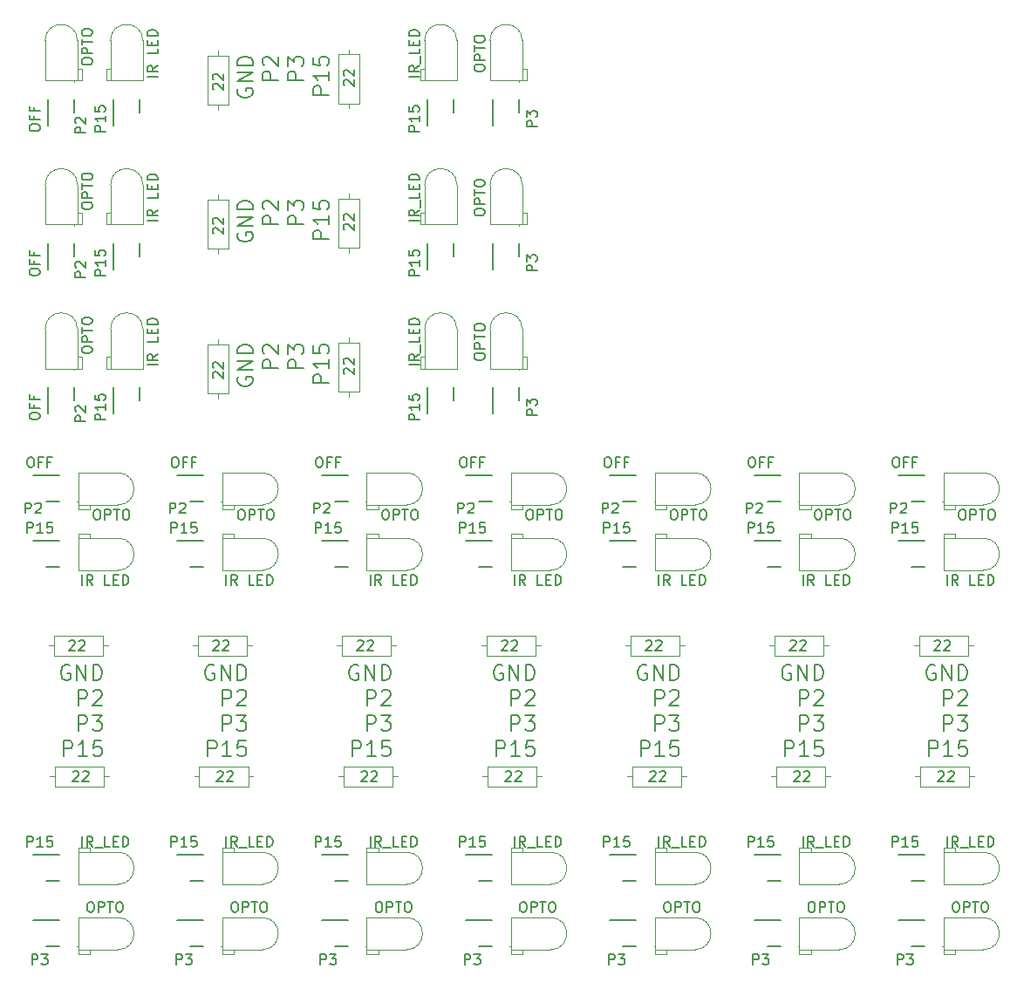
<source format=gto>
%MOIN*%
%OFA0B0*%
%FSLAX46Y46*%
%IPPOS*%
%LPD*%
%ADD10C,0.0039370078740157488*%
%ADD11C,0.0078740157480314977*%
%ADD12C,0.0047244094488188976*%
%ADD13C,0.005905511811023622*%
%ADD24C,0.0039370078740157488*%
%ADD25C,0.0078740157480314977*%
%ADD26C,0.0047244094488188976*%
%ADD27C,0.005905511811023622*%
%ADD28C,0.0039370078740157488*%
%ADD29C,0.0078740157480314977*%
%ADD30C,0.0047244094488188976*%
%ADD31C,0.005905511811023622*%
%ADD32C,0.0039370078740157488*%
%ADD33C,0.0078740157480314977*%
%ADD34C,0.0047244094488188976*%
%ADD35C,0.005905511811023622*%
%ADD36C,0.0039370078740157488*%
%ADD37C,0.0078740157480314977*%
%ADD38C,0.0047244094488188976*%
%ADD39C,0.005905511811023622*%
%ADD40C,0.0039370078740157488*%
%ADD41C,0.0078740157480314977*%
%ADD42C,0.0047244094488188976*%
%ADD43C,0.005905511811023622*%
%ADD44C,0.0039370078740157488*%
%ADD45C,0.0078740157480314977*%
%ADD46C,0.0047244094488188976*%
%ADD47C,0.005905511811023622*%
%ADD48C,0.0039370078740157488*%
%ADD49C,0.0078740157480314977*%
%ADD50C,0.0047244094488188976*%
%ADD51C,0.005905511811023622*%
%ADD52C,0.0039370078740157488*%
%ADD53C,0.0078740157480314977*%
%ADD54C,0.0047244094488188976*%
%ADD55C,0.005905511811023622*%
%ADD56C,0.0039370078740157488*%
%ADD57C,0.0078740157480314977*%
%ADD58C,0.0047244094488188976*%
%ADD59C,0.005905511811023622*%
G01*
D10*
D11*
X0000037504Y0001971559D02*
X0000045003Y0001971559D01*
X0000048753Y0001969685D01*
X0000052502Y0001965935D01*
X0000054377Y0001958436D01*
X0000054377Y0001945313D01*
X0000052502Y0001937814D01*
X0000048753Y0001934064D01*
X0000045003Y0001932189D01*
X0000037504Y0001932189D01*
X0000033755Y0001934064D01*
X0000030005Y0001937814D01*
X0000028130Y0001945313D01*
X0000028130Y0001958436D01*
X0000030005Y0001965935D01*
X0000033755Y0001969685D01*
X0000037504Y0001971559D01*
X0000084373Y0001952812D02*
X0000071250Y0001952812D01*
X0000071250Y0001932189D02*
X0000071250Y0001971559D01*
X0000089998Y0001971559D01*
X0000118119Y0001952812D02*
X0000104996Y0001952812D01*
X0000104996Y0001932189D02*
X0000104996Y0001971559D01*
X0000123744Y0001971559D01*
X0000027193Y0001682189D02*
X0000027193Y0001721559D01*
X0000042191Y0001721559D01*
X0000045941Y0001719685D01*
X0000047816Y0001717810D01*
X0000049690Y0001714060D01*
X0000049690Y0001708436D01*
X0000047816Y0001704687D01*
X0000045941Y0001702812D01*
X0000042191Y0001700937D01*
X0000027193Y0001700937D01*
X0000087186Y0001682189D02*
X0000064688Y0001682189D01*
X0000075937Y0001682189D02*
X0000075937Y0001721559D01*
X0000072187Y0001715935D01*
X0000068438Y0001712186D01*
X0000064688Y0001710311D01*
X0000122806Y0001721559D02*
X0000104058Y0001721559D01*
X0000102184Y0001702812D01*
X0000104058Y0001704687D01*
X0000107808Y0001706561D01*
X0000117182Y0001706561D01*
X0000120931Y0001704687D01*
X0000122806Y0001702812D01*
X0000124681Y0001699062D01*
X0000124681Y0001689688D01*
X0000122806Y0001685939D01*
X0000120931Y0001684064D01*
X0000117182Y0001682189D01*
X0000107808Y0001682189D01*
X0000104058Y0001684064D01*
X0000102184Y0001685939D01*
X0000027193Y0000482189D02*
X0000027193Y0000521559D01*
X0000042191Y0000521559D01*
X0000045941Y0000519685D01*
X0000047816Y0000517810D01*
X0000049690Y0000514060D01*
X0000049690Y0000508436D01*
X0000047816Y0000504687D01*
X0000045941Y0000502812D01*
X0000042191Y0000500937D01*
X0000027193Y0000500937D01*
X0000087186Y0000482189D02*
X0000064688Y0000482189D01*
X0000075937Y0000482189D02*
X0000075937Y0000521559D01*
X0000072187Y0000515935D01*
X0000068438Y0000512186D01*
X0000064688Y0000510311D01*
X0000122806Y0000521559D02*
X0000104058Y0000521559D01*
X0000102184Y0000502812D01*
X0000104058Y0000504687D01*
X0000107808Y0000506561D01*
X0000117182Y0000506561D01*
X0000120931Y0000504687D01*
X0000122806Y0000502812D01*
X0000124681Y0000499062D01*
X0000124681Y0000489688D01*
X0000122806Y0000485939D01*
X0000120931Y0000484064D01*
X0000117182Y0000482189D01*
X0000107808Y0000482189D01*
X0000104058Y0000484064D01*
X0000102184Y0000485939D01*
X0000190016Y0001174212D02*
X0000184392Y0001177024D01*
X0000175956Y0001177024D01*
X0000167519Y0001174212D01*
X0000161895Y0001168588D01*
X0000159083Y0001162964D01*
X0000156271Y0001151715D01*
X0000156271Y0001143279D01*
X0000159083Y0001132030D01*
X0000161895Y0001126406D01*
X0000167519Y0001120781D01*
X0000175956Y0001117969D01*
X0000181580Y0001117969D01*
X0000190016Y0001120781D01*
X0000192829Y0001123594D01*
X0000192829Y0001143279D01*
X0000181580Y0001143279D01*
X0000218138Y0001117969D02*
X0000218138Y0001177024D01*
X0000251884Y0001117969D01*
X0000251884Y0001177024D01*
X0000280005Y0001117969D02*
X0000280005Y0001177024D01*
X0000294066Y0001177024D01*
X0000302502Y0001174212D01*
X0000308127Y0001168588D01*
X0000310939Y0001162964D01*
X0000313751Y0001151715D01*
X0000313751Y0001143279D01*
X0000310939Y0001132030D01*
X0000308127Y0001126406D01*
X0000302502Y0001120781D01*
X0000294066Y0001117969D01*
X0000280005Y0001117969D01*
X0000223762Y0001021513D02*
X0000223762Y0001080568D01*
X0000246259Y0001080568D01*
X0000251884Y0001077756D01*
X0000254696Y0001074943D01*
X0000257508Y0001069319D01*
X0000257508Y0001060883D01*
X0000254696Y0001055258D01*
X0000251884Y0001052446D01*
X0000246259Y0001049634D01*
X0000223762Y0001049634D01*
X0000280005Y0001074943D02*
X0000282817Y0001077756D01*
X0000288442Y0001080568D01*
X0000302502Y0001080568D01*
X0000308127Y0001077756D01*
X0000310939Y0001074943D01*
X0000313751Y0001069319D01*
X0000313751Y0001063695D01*
X0000310939Y0001055258D01*
X0000277193Y0001021513D01*
X0000313751Y0001021513D01*
X0000223762Y0000925056D02*
X0000223762Y0000984111D01*
X0000246259Y0000984111D01*
X0000251884Y0000981299D01*
X0000254696Y0000978487D01*
X0000257508Y0000972862D01*
X0000257508Y0000964426D01*
X0000254696Y0000958802D01*
X0000251884Y0000955990D01*
X0000246259Y0000953177D01*
X0000223762Y0000953177D01*
X0000277193Y0000984111D02*
X0000313751Y0000984111D01*
X0000294066Y0000961614D01*
X0000302502Y0000961614D01*
X0000308127Y0000958802D01*
X0000310939Y0000955990D01*
X0000313751Y0000950365D01*
X0000313751Y0000936304D01*
X0000310939Y0000930680D01*
X0000308127Y0000927868D01*
X0000302502Y0000925056D01*
X0000285630Y0000925056D01*
X0000280005Y0000927868D01*
X0000277193Y0000930680D01*
X0000167519Y0000828599D02*
X0000167519Y0000887654D01*
X0000190017Y0000887654D01*
X0000195641Y0000884842D01*
X0000198453Y0000882030D01*
X0000201265Y0000876406D01*
X0000201265Y0000867969D01*
X0000198453Y0000862345D01*
X0000195641Y0000859533D01*
X0000190017Y0000856721D01*
X0000167519Y0000856721D01*
X0000257508Y0000828599D02*
X0000223762Y0000828599D01*
X0000240635Y0000828599D02*
X0000240635Y0000887654D01*
X0000235011Y0000879218D01*
X0000229387Y0000873594D01*
X0000223762Y0000870781D01*
X0000310939Y0000887654D02*
X0000282817Y0000887654D01*
X0000280005Y0000859533D01*
X0000282817Y0000862345D01*
X0000288442Y0000865157D01*
X0000302502Y0000865157D01*
X0000308127Y0000862345D01*
X0000310939Y0000859533D01*
X0000313751Y0000853909D01*
X0000313751Y0000839848D01*
X0000310939Y0000834223D01*
X0000308127Y0000831411D01*
X0000302502Y0000828599D01*
X0000288442Y0000828599D01*
X0000282817Y0000831411D01*
X0000280005Y0000834223D01*
X0000020941Y0001757189D02*
X0000020941Y0001796559D01*
X0000035939Y0001796559D01*
X0000039688Y0001794685D01*
X0000041563Y0001792810D01*
X0000043438Y0001789060D01*
X0000043438Y0001783436D01*
X0000041563Y0001779687D01*
X0000039688Y0001777812D01*
X0000035939Y0001775937D01*
X0000020941Y0001775937D01*
X0000058436Y0001792810D02*
X0000060311Y0001794685D01*
X0000064060Y0001796559D01*
X0000073434Y0001796559D01*
X0000077184Y0001794685D01*
X0000079059Y0001792810D01*
X0000080933Y0001789060D01*
X0000080933Y0001785311D01*
X0000079059Y0001779687D01*
X0000056561Y0001757189D01*
X0000080933Y0001757189D01*
X0000045941Y0000032189D02*
X0000045941Y0000071559D01*
X0000060939Y0000071559D01*
X0000064688Y0000069685D01*
X0000066563Y0000067810D01*
X0000068438Y0000064060D01*
X0000068438Y0000058436D01*
X0000066563Y0000054687D01*
X0000064688Y0000052812D01*
X0000060939Y0000050937D01*
X0000045941Y0000050937D01*
X0000081561Y0000071559D02*
X0000105933Y0000071559D01*
X0000092810Y0000056561D01*
X0000098434Y0000056561D01*
X0000102184Y0000054687D01*
X0000104059Y0000052812D01*
X0000105933Y0000049062D01*
X0000105933Y0000039688D01*
X0000104059Y0000035939D01*
X0000102184Y0000034064D01*
X0000098434Y0000032189D01*
X0000087186Y0000032189D01*
X0000083436Y0000034064D01*
X0000081561Y0000035939D01*
X0000075000Y0000200000D02*
X0000050000Y0000200000D01*
X0000150000Y0000100000D02*
X0000100000Y0000100000D01*
X0000150000Y0000200000D02*
X0000075000Y0000200000D01*
D12*
X0000374606Y0000211417D02*
G75*
G02X0000374606Y0000088582J-0000061417D01*
G01*
X0000222637Y0000088582D02*
X0000374606Y0000088582D01*
X0000222637Y0000211417D02*
X0000374606Y0000211417D01*
X0000222637Y0000088582D02*
X0000222637Y0000211417D01*
X0000222637Y0000087165D02*
X0000266732Y0000087165D01*
X0000266732Y0000087165D02*
X0000266732Y0000071417D01*
X0000266732Y0000071417D02*
X0000222637Y0000071417D01*
X0000222637Y0000071417D02*
X0000222637Y0000087165D01*
X0000217519Y0000100000D02*
X0000222637Y0000100000D01*
X0000222637Y0000100000D02*
X0000222637Y0000100000D01*
X0000222637Y0000100000D02*
X0000217519Y0000100000D01*
X0000217519Y0000100000D02*
X0000217519Y0000100000D01*
D11*
X0000075000Y0000450000D02*
X0000050000Y0000450000D01*
X0000150000Y0000350000D02*
X0000100000Y0000350000D01*
X0000150000Y0000450000D02*
X0000075000Y0000450000D01*
D12*
X0000374606Y0000461417D02*
G75*
G02X0000374606Y0000338582J-0000061417D01*
G01*
X0000222637Y0000338582D02*
X0000374606Y0000338582D01*
X0000222637Y0000461417D02*
X0000374606Y0000461417D01*
X0000222637Y0000338582D02*
X0000222637Y0000461417D01*
X0000222637Y0000477165D02*
X0000266732Y0000477165D01*
X0000266732Y0000477165D02*
X0000266732Y0000461417D01*
X0000266732Y0000461417D02*
X0000222637Y0000461417D01*
X0000222637Y0000461417D02*
X0000222637Y0000477165D01*
X0000128937Y0001250000D02*
X0000109252Y0001250000D01*
X0000315945Y0001250000D02*
X0000335630Y0001250000D01*
X0000315945Y0001210630D02*
X0000315945Y0001289370D01*
X0000315945Y0001289370D02*
X0000128937Y0001289370D01*
X0000128937Y0001289370D02*
X0000128937Y0001210630D01*
X0000128937Y0001210630D02*
X0000315945Y0001210630D01*
X0000321063Y0000750000D02*
X0000340748Y0000750000D01*
X0000134055Y0000750000D02*
X0000114370Y0000750000D01*
X0000134055Y0000789370D02*
X0000134055Y0000710630D01*
X0000134055Y0000710630D02*
X0000321063Y0000710630D01*
X0000321063Y0000710630D02*
X0000321063Y0000789370D01*
X0000321063Y0000789370D02*
X0000134055Y0000789370D01*
D11*
X0000075000Y0001650000D02*
X0000050000Y0001650000D01*
X0000150000Y0001550000D02*
X0000100000Y0001550000D01*
X0000150000Y0001650000D02*
X0000075000Y0001650000D01*
D12*
X0000374606Y0001661417D02*
G75*
G02X0000374606Y0001538582J-0000061417D01*
G01*
X0000222637Y0001538582D02*
X0000374606Y0001538582D01*
X0000222637Y0001661417D02*
X0000374606Y0001661417D01*
X0000222637Y0001538582D02*
X0000222637Y0001661417D01*
X0000222637Y0001677165D02*
X0000266732Y0001677165D01*
X0000266732Y0001677165D02*
X0000266732Y0001661417D01*
X0000266732Y0001661417D02*
X0000222637Y0001661417D01*
X0000222637Y0001661417D02*
X0000222637Y0001677165D01*
D11*
X0000075000Y0001900000D02*
X0000050000Y0001900000D01*
X0000150000Y0001800000D02*
X0000100000Y0001800000D01*
X0000150000Y0001900000D02*
X0000075000Y0001900000D01*
D12*
X0000374606Y0001911417D02*
G75*
G02X0000374606Y0001788582J-0000061417D01*
G01*
X0000222637Y0001788582D02*
X0000374606Y0001788582D01*
X0000222637Y0001911417D02*
X0000374606Y0001911417D01*
X0000222637Y0001788582D02*
X0000222637Y0001911417D01*
X0000222637Y0001787165D02*
X0000266732Y0001787165D01*
X0000266732Y0001787165D02*
X0000266732Y0001771417D01*
X0000266732Y0001771417D02*
X0000222637Y0001771417D01*
X0000222637Y0001771417D02*
X0000222637Y0001787165D01*
X0000217519Y0001800000D02*
X0000222637Y0001800000D01*
X0000222637Y0001800000D02*
X0000222637Y0001800000D01*
X0000222637Y0001800000D02*
X0000217519Y0001800000D01*
X0000217519Y0001800000D02*
X0000217519Y0001800000D01*
D13*
X0000265945Y0000271559D02*
X0000273444Y0000271559D01*
X0000277193Y0000269685D01*
X0000280943Y0000265935D01*
X0000282817Y0000258436D01*
X0000282817Y0000245313D01*
X0000280943Y0000237814D01*
X0000277193Y0000234064D01*
X0000273444Y0000232189D01*
X0000265945Y0000232189D01*
X0000262195Y0000234064D01*
X0000258445Y0000237814D01*
X0000256571Y0000245313D01*
X0000256571Y0000258436D01*
X0000258445Y0000265935D01*
X0000262195Y0000269685D01*
X0000265945Y0000271559D01*
X0000299690Y0000232189D02*
X0000299690Y0000271559D01*
X0000314688Y0000271559D01*
X0000318438Y0000269685D01*
X0000320313Y0000267810D01*
X0000322187Y0000264060D01*
X0000322187Y0000258436D01*
X0000320313Y0000254687D01*
X0000318438Y0000252812D01*
X0000314688Y0000250937D01*
X0000299690Y0000250937D01*
X0000333436Y0000271559D02*
X0000355933Y0000271559D01*
X0000344685Y0000232189D02*
X0000344685Y0000271559D01*
X0000376556Y0000271559D02*
X0000384055Y0000271559D01*
X0000387804Y0000269685D01*
X0000391554Y0000265935D01*
X0000393429Y0000258436D01*
X0000393429Y0000245313D01*
X0000391554Y0000237814D01*
X0000387804Y0000234064D01*
X0000384055Y0000232189D01*
X0000376556Y0000232189D01*
X0000372806Y0000234064D01*
X0000369057Y0000237814D01*
X0000367182Y0000245313D01*
X0000367182Y0000258436D01*
X0000369057Y0000265935D01*
X0000372806Y0000269685D01*
X0000376556Y0000271559D01*
X0000236886Y0000482189D02*
X0000236886Y0000521559D01*
X0000278130Y0000482189D02*
X0000265007Y0000500937D01*
X0000255633Y0000482189D02*
X0000255633Y0000521559D01*
X0000270631Y0000521559D01*
X0000274381Y0000519685D01*
X0000276256Y0000517810D01*
X0000278130Y0000514060D01*
X0000278130Y0000508436D01*
X0000276256Y0000504687D01*
X0000274381Y0000502812D01*
X0000270631Y0000500937D01*
X0000255633Y0000500937D01*
X0000285630Y0000478440D02*
X0000315626Y0000478440D01*
X0000343747Y0000482189D02*
X0000325000Y0000482189D01*
X0000325000Y0000521559D01*
X0000356871Y0000502812D02*
X0000369994Y0000502812D01*
X0000375618Y0000482189D02*
X0000356871Y0000482189D01*
X0000356871Y0000521559D01*
X0000375618Y0000521559D01*
X0000392491Y0000482189D02*
X0000392491Y0000521559D01*
X0000401865Y0000521559D01*
X0000407489Y0000519685D01*
X0000411239Y0000515935D01*
X0000413114Y0000512186D01*
X0000414988Y0000504687D01*
X0000414988Y0000499062D01*
X0000413114Y0000491563D01*
X0000411239Y0000487814D01*
X0000407489Y0000484064D01*
X0000401865Y0000482189D01*
X0000392491Y0000482189D01*
X0000187523Y0001267810D02*
X0000189398Y0001269685D01*
X0000193147Y0001271559D01*
X0000202521Y0001271559D01*
X0000206271Y0001269685D01*
X0000208145Y0001267810D01*
X0000210020Y0001264060D01*
X0000210020Y0001260311D01*
X0000208145Y0001254687D01*
X0000185648Y0001232189D01*
X0000210020Y0001232189D01*
X0000225018Y0001267810D02*
X0000226893Y0001269685D01*
X0000230643Y0001271559D01*
X0000240017Y0001271559D01*
X0000243766Y0001269685D01*
X0000245641Y0001267810D01*
X0000247516Y0001264060D01*
X0000247516Y0001260311D01*
X0000245641Y0001254687D01*
X0000223144Y0001232189D01*
X0000247516Y0001232189D01*
X0000202484Y0000767810D02*
X0000204358Y0000769685D01*
X0000208108Y0000771559D01*
X0000217482Y0000771559D01*
X0000221231Y0000769685D01*
X0000223106Y0000767810D01*
X0000224981Y0000764060D01*
X0000224981Y0000760311D01*
X0000223106Y0000754687D01*
X0000200609Y0000732189D01*
X0000224981Y0000732189D01*
X0000239979Y0000767810D02*
X0000241854Y0000769685D01*
X0000245603Y0000771559D01*
X0000254977Y0000771559D01*
X0000258727Y0000769685D01*
X0000260601Y0000767810D01*
X0000262476Y0000764060D01*
X0000262476Y0000760311D01*
X0000260601Y0000754687D01*
X0000238104Y0000732189D01*
X0000262476Y0000732189D01*
X0000236886Y0001482189D02*
X0000236886Y0001521559D01*
X0000278130Y0001482189D02*
X0000265007Y0001500937D01*
X0000255633Y0001482189D02*
X0000255633Y0001521559D01*
X0000270631Y0001521559D01*
X0000274381Y0001519685D01*
X0000276256Y0001517810D01*
X0000278130Y0001514060D01*
X0000278130Y0001508436D01*
X0000276256Y0001504687D01*
X0000274381Y0001502812D01*
X0000270631Y0001500937D01*
X0000255633Y0001500937D01*
X0000343747Y0001482189D02*
X0000325000Y0001482189D01*
X0000325000Y0001521559D01*
X0000356871Y0001502812D02*
X0000369994Y0001502812D01*
X0000375618Y0001482189D02*
X0000356871Y0001482189D01*
X0000356871Y0001521559D01*
X0000375618Y0001521559D01*
X0000392491Y0001482189D02*
X0000392491Y0001521559D01*
X0000401865Y0001521559D01*
X0000407489Y0001519685D01*
X0000411239Y0001515935D01*
X0000413114Y0001512186D01*
X0000414988Y0001504687D01*
X0000414988Y0001499062D01*
X0000413114Y0001491563D01*
X0000411239Y0001487814D01*
X0000407489Y0001484064D01*
X0000401865Y0001482189D01*
X0000392491Y0001482189D01*
X0000290945Y0001771559D02*
X0000298444Y0001771559D01*
X0000302193Y0001769685D01*
X0000305943Y0001765935D01*
X0000307817Y0001758436D01*
X0000307817Y0001745313D01*
X0000305943Y0001737814D01*
X0000302193Y0001734064D01*
X0000298444Y0001732189D01*
X0000290945Y0001732189D01*
X0000287195Y0001734064D01*
X0000283445Y0001737814D01*
X0000281571Y0001745313D01*
X0000281571Y0001758436D01*
X0000283445Y0001765935D01*
X0000287195Y0001769685D01*
X0000290945Y0001771559D01*
X0000324690Y0001732189D02*
X0000324690Y0001771559D01*
X0000339688Y0001771559D01*
X0000343438Y0001769685D01*
X0000345313Y0001767810D01*
X0000347187Y0001764060D01*
X0000347187Y0001758436D01*
X0000345313Y0001754687D01*
X0000343438Y0001752812D01*
X0000339688Y0001750937D01*
X0000324690Y0001750937D01*
X0000358436Y0001771559D02*
X0000380933Y0001771559D01*
X0000369685Y0001732189D02*
X0000369685Y0001771559D01*
X0000401556Y0001771559D02*
X0000409055Y0001771559D01*
X0000412804Y0001769685D01*
X0000416554Y0001765935D01*
X0000418429Y0001758436D01*
X0000418429Y0001745313D01*
X0000416554Y0001737814D01*
X0000412804Y0001734064D01*
X0000409055Y0001732189D01*
X0000401556Y0001732189D01*
X0000397806Y0001734064D01*
X0000394057Y0001737814D01*
X0000392182Y0001745313D01*
X0000392182Y0001758436D01*
X0000394057Y0001765935D01*
X0000397806Y0001769685D01*
X0000401556Y0001771559D01*
G04 next file*
G04 #@! TF.FileFunction,Legend,Top*
G04 Gerber Fmt 4.6, Leading zero omitted, Abs format (unit mm)*
G04 Created by KiCad (PCBNEW 4.0.7) date 09/15/19 19:52:21*
G01*
G04 APERTURE LIST*
G04 APERTURE END LIST*
D24*
D25*
X0000036314Y0002124118D02*
X0000036314Y0002131618D01*
X0000038188Y0002135367D01*
X0000041938Y0002139117D01*
X0000049437Y0002140991D01*
X0000062560Y0002140991D01*
X0000070059Y0002139117D01*
X0000073809Y0002135367D01*
X0000075684Y0002131618D01*
X0000075684Y0002124118D01*
X0000073809Y0002120369D01*
X0000070059Y0002116619D01*
X0000062560Y0002114745D01*
X0000049437Y0002114745D01*
X0000041938Y0002116619D01*
X0000038188Y0002120369D01*
X0000036314Y0002124118D01*
X0000055061Y0002170988D02*
X0000055061Y0002157864D01*
X0000075684Y0002157864D02*
X0000036314Y0002157864D01*
X0000036314Y0002176612D01*
X0000055061Y0002204733D02*
X0000055061Y0002191610D01*
X0000075684Y0002191610D02*
X0000036314Y0002191610D01*
X0000036314Y0002210358D01*
X0000325684Y0002113807D02*
X0000286314Y0002113807D01*
X0000286314Y0002128805D01*
X0000288188Y0002132555D01*
X0000290063Y0002134430D01*
X0000293813Y0002136304D01*
X0000299437Y0002136304D01*
X0000303186Y0002134430D01*
X0000305061Y0002132555D01*
X0000306936Y0002128805D01*
X0000306936Y0002113807D01*
X0000325684Y0002173800D02*
X0000325684Y0002151303D01*
X0000325684Y0002162551D02*
X0000286314Y0002162551D01*
X0000291938Y0002158802D01*
X0000295687Y0002155052D01*
X0000297562Y0002151303D01*
X0000286314Y0002209420D02*
X0000286314Y0002190673D01*
X0000305061Y0002188798D01*
X0000303186Y0002190673D01*
X0000301312Y0002194422D01*
X0000301312Y0002203796D01*
X0000303186Y0002207546D01*
X0000305061Y0002209420D01*
X0000308811Y0002211295D01*
X0000318185Y0002211295D01*
X0000321934Y0002209420D01*
X0000323809Y0002207546D01*
X0000325684Y0002203796D01*
X0000325684Y0002194422D01*
X0000323809Y0002190673D01*
X0000321934Y0002188798D01*
X0001525684Y0002113807D02*
X0001486314Y0002113807D01*
X0001486314Y0002128805D01*
X0001488188Y0002132555D01*
X0001490063Y0002134430D01*
X0001493813Y0002136304D01*
X0001499437Y0002136304D01*
X0001503186Y0002134430D01*
X0001505061Y0002132555D01*
X0001506936Y0002128805D01*
X0001506936Y0002113807D01*
X0001525684Y0002173800D02*
X0001525684Y0002151303D01*
X0001525684Y0002162551D02*
X0001486314Y0002162551D01*
X0001491938Y0002158802D01*
X0001495687Y0002155052D01*
X0001497562Y0002151303D01*
X0001486314Y0002209420D02*
X0001486314Y0002190673D01*
X0001505061Y0002188798D01*
X0001503186Y0002190673D01*
X0001501312Y0002194422D01*
X0001501312Y0002203796D01*
X0001503186Y0002207546D01*
X0001505061Y0002209420D01*
X0001508811Y0002211295D01*
X0001518185Y0002211295D01*
X0001521934Y0002209420D01*
X0001523809Y0002207546D01*
X0001525684Y0002203796D01*
X0001525684Y0002194422D01*
X0001523809Y0002190673D01*
X0001521934Y0002188798D01*
X0000833661Y0002276631D02*
X0000830849Y0002271006D01*
X0000830849Y0002262570D01*
X0000833661Y0002254133D01*
X0000839285Y0002248509D01*
X0000844909Y0002245697D01*
X0000856158Y0002242885D01*
X0000864594Y0002242885D01*
X0000875843Y0002245697D01*
X0000881467Y0002248509D01*
X0000887092Y0002254133D01*
X0000889904Y0002262570D01*
X0000889904Y0002268194D01*
X0000887092Y0002276631D01*
X0000884279Y0002279443D01*
X0000864594Y0002279443D01*
X0000864594Y0002268194D01*
X0000889904Y0002304752D02*
X0000830849Y0002304752D01*
X0000889904Y0002338498D01*
X0000830849Y0002338498D01*
X0000889904Y0002366619D02*
X0000830849Y0002366619D01*
X0000830849Y0002380680D01*
X0000833661Y0002389117D01*
X0000839285Y0002394741D01*
X0000844909Y0002397553D01*
X0000856158Y0002400365D01*
X0000864594Y0002400365D01*
X0000875843Y0002397553D01*
X0000881467Y0002394741D01*
X0000887092Y0002389117D01*
X0000889904Y0002380680D01*
X0000889904Y0002366619D01*
X0000986360Y0002310376D02*
X0000927305Y0002310376D01*
X0000927305Y0002332874D01*
X0000930117Y0002338498D01*
X0000932930Y0002341310D01*
X0000938554Y0002344122D01*
X0000946990Y0002344122D01*
X0000952615Y0002341310D01*
X0000955427Y0002338498D01*
X0000958239Y0002332874D01*
X0000958239Y0002310376D01*
X0000932930Y0002366619D02*
X0000930117Y0002369432D01*
X0000927305Y0002375056D01*
X0000927305Y0002389117D01*
X0000930117Y0002394741D01*
X0000932930Y0002397553D01*
X0000938554Y0002400365D01*
X0000944178Y0002400365D01*
X0000952615Y0002397553D01*
X0000986360Y0002363807D01*
X0000986360Y0002400365D01*
X0001082817Y0002310376D02*
X0001023762Y0002310376D01*
X0001023762Y0002332874D01*
X0001026574Y0002338498D01*
X0001029386Y0002341310D01*
X0001035011Y0002344122D01*
X0001043447Y0002344122D01*
X0001049071Y0002341310D01*
X0001051883Y0002338498D01*
X0001054696Y0002332874D01*
X0001054696Y0002310376D01*
X0001023762Y0002363807D02*
X0001023762Y0002400365D01*
X0001046259Y0002380680D01*
X0001046259Y0002389117D01*
X0001049071Y0002394741D01*
X0001051883Y0002397553D01*
X0001057508Y0002400365D01*
X0001071569Y0002400365D01*
X0001077193Y0002397553D01*
X0001080005Y0002394741D01*
X0001082817Y0002389117D01*
X0001082817Y0002372244D01*
X0001080005Y0002366619D01*
X0001077193Y0002363807D01*
X0001179274Y0002254134D02*
X0001120219Y0002254134D01*
X0001120219Y0002276631D01*
X0001123031Y0002282255D01*
X0001125843Y0002285067D01*
X0001131467Y0002287879D01*
X0001139904Y0002287879D01*
X0001145528Y0002285067D01*
X0001148340Y0002282255D01*
X0001151152Y0002276631D01*
X0001151152Y0002254134D01*
X0001179274Y0002344122D02*
X0001179274Y0002310376D01*
X0001179274Y0002327249D02*
X0001120219Y0002327249D01*
X0001128655Y0002321625D01*
X0001134279Y0002316001D01*
X0001137092Y0002310376D01*
X0001120219Y0002397553D02*
X0001120219Y0002369432D01*
X0001148340Y0002366619D01*
X0001145528Y0002369432D01*
X0001142716Y0002375056D01*
X0001142716Y0002389117D01*
X0001145528Y0002394741D01*
X0001148340Y0002397553D01*
X0001153964Y0002400365D01*
X0001168025Y0002400365D01*
X0001173650Y0002397553D01*
X0001176462Y0002394741D01*
X0001179274Y0002389117D01*
X0001179274Y0002375056D01*
X0001176462Y0002369432D01*
X0001173650Y0002366619D01*
X0000250684Y0002107555D02*
X0000211314Y0002107555D01*
X0000211314Y0002122553D01*
X0000213188Y0002126303D01*
X0000215063Y0002128177D01*
X0000218813Y0002130052D01*
X0000224437Y0002130052D01*
X0000228186Y0002128177D01*
X0000230061Y0002126303D01*
X0000231936Y0002122553D01*
X0000231936Y0002107555D01*
X0000215063Y0002145050D02*
X0000213188Y0002146925D01*
X0000211314Y0002150675D01*
X0000211314Y0002160048D01*
X0000213188Y0002163798D01*
X0000215063Y0002165673D01*
X0000218813Y0002167547D01*
X0000222562Y0002167547D01*
X0000228186Y0002165673D01*
X0000250684Y0002143175D01*
X0000250684Y0002167547D01*
X0001975684Y0002132555D02*
X0001936314Y0002132555D01*
X0001936314Y0002147553D01*
X0001938188Y0002151303D01*
X0001940063Y0002153177D01*
X0001943813Y0002155052D01*
X0001949437Y0002155052D01*
X0001953186Y0002153177D01*
X0001955061Y0002151303D01*
X0001956936Y0002147553D01*
X0001956936Y0002132555D01*
X0001936314Y0002168175D02*
X0001936314Y0002192547D01*
X0001951312Y0002179424D01*
X0001951312Y0002185048D01*
X0001953186Y0002188798D01*
X0001955061Y0002190673D01*
X0001958811Y0002192547D01*
X0001968185Y0002192547D01*
X0001971934Y0002190673D01*
X0001973809Y0002188798D01*
X0001975684Y0002185048D01*
X0001975684Y0002173800D01*
X0001973809Y0002170050D01*
X0001971934Y0002168175D01*
X0001807873Y0002161614D02*
X0001807873Y0002136614D01*
X0001907873Y0002236614D02*
X0001907873Y0002186614D01*
X0001807873Y0002236614D02*
X0001807873Y0002161614D01*
D26*
X0001796456Y0002461220D02*
G75*
G02X0001919291Y0002461220I0000061417D01*
G01*
X0001919291Y0002309252D02*
X0001919291Y0002461220D01*
X0001796456Y0002309252D02*
X0001796456Y0002461220D01*
X0001919291Y0002309252D02*
X0001796456Y0002309252D01*
X0001920708Y0002309252D02*
X0001920708Y0002353346D01*
X0001920708Y0002353346D02*
X0001936456Y0002353346D01*
X0001936456Y0002353346D02*
X0001936456Y0002309252D01*
X0001936456Y0002309252D02*
X0001920708Y0002309252D01*
X0001907873Y0002304133D02*
X0001907873Y0002309252D01*
X0001907873Y0002309252D02*
X0001907873Y0002309252D01*
X0001907873Y0002309252D02*
X0001907873Y0002304133D01*
X0001907873Y0002304133D02*
X0001907873Y0002304133D01*
D25*
X0001557873Y0002161614D02*
X0001557873Y0002136614D01*
X0001657873Y0002236614D02*
X0001657873Y0002186614D01*
X0001557873Y0002236614D02*
X0001557873Y0002161614D01*
D26*
X0001546456Y0002461220D02*
G75*
G02X0001669291Y0002461220I0000061417D01*
G01*
X0001669291Y0002309252D02*
X0001669291Y0002461220D01*
X0001546456Y0002309252D02*
X0001546456Y0002461220D01*
X0001669291Y0002309252D02*
X0001546456Y0002309252D01*
X0001530708Y0002309252D02*
X0001530708Y0002353346D01*
X0001530708Y0002353346D02*
X0001546456Y0002353346D01*
X0001546456Y0002353346D02*
X0001546456Y0002309252D01*
X0001546456Y0002309252D02*
X0001530708Y0002309252D01*
X0000757873Y0002215551D02*
X0000757873Y0002195866D01*
X0000757873Y0002402559D02*
X0000757873Y0002422244D01*
X0000797243Y0002402559D02*
X0000718503Y0002402559D01*
X0000718503Y0002402559D02*
X0000718503Y0002215551D01*
X0000718503Y0002215551D02*
X0000797243Y0002215551D01*
X0000797243Y0002215551D02*
X0000797243Y0002402559D01*
X0001257873Y0002407677D02*
X0001257873Y0002427362D01*
X0001257873Y0002220669D02*
X0001257873Y0002200984D01*
X0001218503Y0002220669D02*
X0001297243Y0002220669D01*
X0001297243Y0002220669D02*
X0001297243Y0002407677D01*
X0001297243Y0002407677D02*
X0001218503Y0002407677D01*
X0001218503Y0002407677D02*
X0001218503Y0002220669D01*
D25*
X0000357873Y0002161614D02*
X0000357873Y0002136614D01*
X0000457873Y0002236614D02*
X0000457873Y0002186614D01*
X0000357873Y0002236614D02*
X0000357873Y0002161614D01*
D26*
X0000346456Y0002461220D02*
G75*
G02X0000469291Y0002461220I0000061417D01*
G01*
X0000469291Y0002309252D02*
X0000469291Y0002461220D01*
X0000346456Y0002309252D02*
X0000346456Y0002461220D01*
X0000469291Y0002309252D02*
X0000346456Y0002309252D01*
X0000330708Y0002309252D02*
X0000330708Y0002353346D01*
X0000330708Y0002353346D02*
X0000346456Y0002353346D01*
X0000346456Y0002353346D02*
X0000346456Y0002309252D01*
X0000346456Y0002309252D02*
X0000330708Y0002309252D01*
D25*
X0000107873Y0002161614D02*
X0000107873Y0002136614D01*
X0000207873Y0002236614D02*
X0000207873Y0002186614D01*
X0000107873Y0002236614D02*
X0000107873Y0002161614D01*
D26*
X0000096456Y0002461220D02*
G75*
G02X0000219291Y0002461220I0000061417D01*
G01*
X0000219291Y0002309252D02*
X0000219291Y0002461220D01*
X0000096456Y0002309252D02*
X0000096456Y0002461220D01*
X0000219291Y0002309252D02*
X0000096456Y0002309252D01*
X0000220708Y0002309252D02*
X0000220708Y0002353346D01*
X0000220708Y0002353346D02*
X0000236456Y0002353346D01*
X0000236456Y0002353346D02*
X0000236456Y0002309252D01*
X0000236456Y0002309252D02*
X0000220708Y0002309252D01*
X0000207873Y0002304133D02*
X0000207873Y0002309252D01*
X0000207873Y0002309252D02*
X0000207873Y0002309252D01*
X0000207873Y0002309252D02*
X0000207873Y0002304133D01*
X0000207873Y0002304133D02*
X0000207873Y0002304133D01*
D27*
X0001736314Y0002352559D02*
X0001736314Y0002360058D01*
X0001738188Y0002363807D01*
X0001741938Y0002367557D01*
X0001749437Y0002369432D01*
X0001762560Y0002369432D01*
X0001770059Y0002367557D01*
X0001773809Y0002363807D01*
X0001775684Y0002360058D01*
X0001775684Y0002352559D01*
X0001773809Y0002348809D01*
X0001770059Y0002345060D01*
X0001762560Y0002343185D01*
X0001749437Y0002343185D01*
X0001741938Y0002345060D01*
X0001738188Y0002348809D01*
X0001736314Y0002352559D01*
X0001775684Y0002386304D02*
X0001736314Y0002386304D01*
X0001736314Y0002401303D01*
X0001738188Y0002405052D01*
X0001740063Y0002406927D01*
X0001743813Y0002408802D01*
X0001749437Y0002408802D01*
X0001753186Y0002406927D01*
X0001755061Y0002405052D01*
X0001756936Y0002401303D01*
X0001756936Y0002386304D01*
X0001736314Y0002420050D02*
X0001736314Y0002442547D01*
X0001775684Y0002431299D02*
X0001736314Y0002431299D01*
X0001736314Y0002463170D02*
X0001736314Y0002470669D01*
X0001738188Y0002474418D01*
X0001741938Y0002478168D01*
X0001749437Y0002480043D01*
X0001762560Y0002480043D01*
X0001770059Y0002478168D01*
X0001773809Y0002474418D01*
X0001775684Y0002470669D01*
X0001775684Y0002463170D01*
X0001773809Y0002459420D01*
X0001770059Y0002455671D01*
X0001762560Y0002453796D01*
X0001749437Y0002453796D01*
X0001741938Y0002455671D01*
X0001738188Y0002459420D01*
X0001736314Y0002463170D01*
X0001525684Y0002323500D02*
X0001486314Y0002323500D01*
X0001525684Y0002364745D02*
X0001506936Y0002351621D01*
X0001525684Y0002342247D02*
X0001486314Y0002342247D01*
X0001486314Y0002357246D01*
X0001488188Y0002360995D01*
X0001490063Y0002362870D01*
X0001493813Y0002364745D01*
X0001499437Y0002364745D01*
X0001503186Y0002362870D01*
X0001505061Y0002360995D01*
X0001506936Y0002357246D01*
X0001506936Y0002342247D01*
X0001529433Y0002372244D02*
X0001529433Y0002402240D01*
X0001525684Y0002430361D02*
X0001525684Y0002411614D01*
X0001486314Y0002411614D01*
X0001505061Y0002443485D02*
X0001505061Y0002456608D01*
X0001525684Y0002462232D02*
X0001525684Y0002443485D01*
X0001486314Y0002443485D01*
X0001486314Y0002462232D01*
X0001525684Y0002479105D02*
X0001486314Y0002479105D01*
X0001486314Y0002488479D01*
X0001488188Y0002494104D01*
X0001491938Y0002497853D01*
X0001495687Y0002499728D01*
X0001503186Y0002501603D01*
X0001508811Y0002501603D01*
X0001516310Y0002499728D01*
X0001520059Y0002497853D01*
X0001523809Y0002494104D01*
X0001525684Y0002488479D01*
X0001525684Y0002479105D01*
X0000740063Y0002274137D02*
X0000738188Y0002276012D01*
X0000736314Y0002279762D01*
X0000736314Y0002289135D01*
X0000738188Y0002292885D01*
X0000740063Y0002294760D01*
X0000743813Y0002296634D01*
X0000747562Y0002296634D01*
X0000753186Y0002294760D01*
X0000775684Y0002272262D01*
X0000775684Y0002296634D01*
X0000740063Y0002311633D02*
X0000738188Y0002313507D01*
X0000736314Y0002317257D01*
X0000736314Y0002326631D01*
X0000738188Y0002330380D01*
X0000740063Y0002332255D01*
X0000743813Y0002334130D01*
X0000747562Y0002334130D01*
X0000753186Y0002332255D01*
X0000775684Y0002309758D01*
X0000775684Y0002334130D01*
X0001240063Y0002289098D02*
X0001238188Y0002290973D01*
X0001236314Y0002294722D01*
X0001236314Y0002304096D01*
X0001238188Y0002307846D01*
X0001240063Y0002309720D01*
X0001243813Y0002311595D01*
X0001247562Y0002311595D01*
X0001253186Y0002309720D01*
X0001275684Y0002287223D01*
X0001275684Y0002311595D01*
X0001240063Y0002326593D02*
X0001238188Y0002328468D01*
X0001236314Y0002332217D01*
X0001236314Y0002341591D01*
X0001238188Y0002345341D01*
X0001240063Y0002347216D01*
X0001243813Y0002349090D01*
X0001247562Y0002349090D01*
X0001253186Y0002347216D01*
X0001275684Y0002324718D01*
X0001275684Y0002349090D01*
X0000525684Y0002323500D02*
X0000486314Y0002323500D01*
X0000525684Y0002364745D02*
X0000506936Y0002351621D01*
X0000525684Y0002342247D02*
X0000486314Y0002342247D01*
X0000486314Y0002357246D01*
X0000488188Y0002360995D01*
X0000490063Y0002362870D01*
X0000493813Y0002364745D01*
X0000499437Y0002364745D01*
X0000503186Y0002362870D01*
X0000505061Y0002360995D01*
X0000506936Y0002357246D01*
X0000506936Y0002342247D01*
X0000525684Y0002430361D02*
X0000525684Y0002411614D01*
X0000486314Y0002411614D01*
X0000505061Y0002443485D02*
X0000505061Y0002456608D01*
X0000525684Y0002462232D02*
X0000525684Y0002443485D01*
X0000486314Y0002443485D01*
X0000486314Y0002462232D01*
X0000525684Y0002479105D02*
X0000486314Y0002479105D01*
X0000486314Y0002488479D01*
X0000488188Y0002494104D01*
X0000491938Y0002497853D01*
X0000495687Y0002499728D01*
X0000503186Y0002501603D01*
X0000508811Y0002501603D01*
X0000516310Y0002499728D01*
X0000520059Y0002497853D01*
X0000523809Y0002494104D01*
X0000525684Y0002488479D01*
X0000525684Y0002479105D01*
X0000236314Y0002377559D02*
X0000236314Y0002385058D01*
X0000238188Y0002388807D01*
X0000241938Y0002392557D01*
X0000249437Y0002394432D01*
X0000262560Y0002394432D01*
X0000270059Y0002392557D01*
X0000273809Y0002388807D01*
X0000275684Y0002385058D01*
X0000275684Y0002377559D01*
X0000273809Y0002373809D01*
X0000270059Y0002370060D01*
X0000262560Y0002368185D01*
X0000249437Y0002368185D01*
X0000241938Y0002370060D01*
X0000238188Y0002373809D01*
X0000236314Y0002377559D01*
X0000275684Y0002411304D02*
X0000236314Y0002411304D01*
X0000236314Y0002426303D01*
X0000238188Y0002430052D01*
X0000240063Y0002431927D01*
X0000243813Y0002433802D01*
X0000249437Y0002433802D01*
X0000253186Y0002431927D01*
X0000255061Y0002430052D01*
X0000256936Y0002426303D01*
X0000256936Y0002411304D01*
X0000236314Y0002445050D02*
X0000236314Y0002467547D01*
X0000275684Y0002456299D02*
X0000236314Y0002456299D01*
X0000236314Y0002488170D02*
X0000236314Y0002495669D01*
X0000238188Y0002499418D01*
X0000241938Y0002503168D01*
X0000249437Y0002505043D01*
X0000262560Y0002505043D01*
X0000270059Y0002503168D01*
X0000273809Y0002499418D01*
X0000275684Y0002495669D01*
X0000275684Y0002488170D01*
X0000273809Y0002484420D01*
X0000270059Y0002480671D01*
X0000262560Y0002478796D01*
X0000249437Y0002478796D01*
X0000241938Y0002480671D01*
X0000238188Y0002484420D01*
X0000236314Y0002488170D01*
G04 next file*
G04 #@! TF.FileFunction,Legend,Top*
G04 Gerber Fmt 4.6, Leading zero omitted, Abs format (unit mm)*
G04 Created by KiCad (PCBNEW 4.0.7) date 09/15/19 19:52:21*
G01*
G04 APERTURE LIST*
G04 APERTURE END LIST*
D28*
D29*
X0000036314Y0002675300D02*
X0000036314Y0002682799D01*
X0000038188Y0002686548D01*
X0000041938Y0002690298D01*
X0000049437Y0002692172D01*
X0000062560Y0002692172D01*
X0000070059Y0002690298D01*
X0000073809Y0002686548D01*
X0000075684Y0002682799D01*
X0000075684Y0002675300D01*
X0000073809Y0002671550D01*
X0000070059Y0002667801D01*
X0000062560Y0002665926D01*
X0000049437Y0002665926D01*
X0000041938Y0002667801D01*
X0000038188Y0002671550D01*
X0000036314Y0002675300D01*
X0000055061Y0002722169D02*
X0000055061Y0002709045D01*
X0000075684Y0002709045D02*
X0000036314Y0002709045D01*
X0000036314Y0002727793D01*
X0000055061Y0002755915D02*
X0000055061Y0002742791D01*
X0000075684Y0002742791D02*
X0000036314Y0002742791D01*
X0000036314Y0002761539D01*
X0000325684Y0002664988D02*
X0000286314Y0002664988D01*
X0000286314Y0002679987D01*
X0000288188Y0002683736D01*
X0000290063Y0002685611D01*
X0000293813Y0002687486D01*
X0000299437Y0002687486D01*
X0000303186Y0002685611D01*
X0000305061Y0002683736D01*
X0000306936Y0002679987D01*
X0000306936Y0002664988D01*
X0000325684Y0002724981D02*
X0000325684Y0002702484D01*
X0000325684Y0002713732D02*
X0000286314Y0002713732D01*
X0000291938Y0002709983D01*
X0000295687Y0002706233D01*
X0000297562Y0002702484D01*
X0000286314Y0002760601D02*
X0000286314Y0002741854D01*
X0000305061Y0002739979D01*
X0000303186Y0002741854D01*
X0000301312Y0002745603D01*
X0000301312Y0002754977D01*
X0000303186Y0002758727D01*
X0000305061Y0002760601D01*
X0000308811Y0002762476D01*
X0000318185Y0002762476D01*
X0000321934Y0002760601D01*
X0000323809Y0002758727D01*
X0000325684Y0002754977D01*
X0000325684Y0002745603D01*
X0000323809Y0002741854D01*
X0000321934Y0002739979D01*
X0001525684Y0002664988D02*
X0001486314Y0002664988D01*
X0001486314Y0002679987D01*
X0001488188Y0002683736D01*
X0001490063Y0002685611D01*
X0001493813Y0002687486D01*
X0001499437Y0002687486D01*
X0001503186Y0002685611D01*
X0001505061Y0002683736D01*
X0001506936Y0002679987D01*
X0001506936Y0002664988D01*
X0001525684Y0002724981D02*
X0001525684Y0002702484D01*
X0001525684Y0002713732D02*
X0001486314Y0002713732D01*
X0001491938Y0002709983D01*
X0001495687Y0002706233D01*
X0001497562Y0002702484D01*
X0001486314Y0002760601D02*
X0001486314Y0002741854D01*
X0001505061Y0002739979D01*
X0001503186Y0002741854D01*
X0001501312Y0002745603D01*
X0001501312Y0002754977D01*
X0001503186Y0002758727D01*
X0001505061Y0002760601D01*
X0001508811Y0002762476D01*
X0001518185Y0002762476D01*
X0001521934Y0002760601D01*
X0001523809Y0002758727D01*
X0001525684Y0002754977D01*
X0001525684Y0002745603D01*
X0001523809Y0002741854D01*
X0001521934Y0002739979D01*
X0000833661Y0002827812D02*
X0000830849Y0002822187D01*
X0000830849Y0002813751D01*
X0000833661Y0002805315D01*
X0000839285Y0002799690D01*
X0000844909Y0002796878D01*
X0000856158Y0002794066D01*
X0000864594Y0002794066D01*
X0000875843Y0002796878D01*
X0000881467Y0002799690D01*
X0000887092Y0002805315D01*
X0000889904Y0002813751D01*
X0000889904Y0002819375D01*
X0000887092Y0002827812D01*
X0000884279Y0002830624D01*
X0000864594Y0002830624D01*
X0000864594Y0002819375D01*
X0000889904Y0002855933D02*
X0000830849Y0002855933D01*
X0000889904Y0002889679D01*
X0000830849Y0002889679D01*
X0000889904Y0002917801D02*
X0000830849Y0002917801D01*
X0000830849Y0002931861D01*
X0000833661Y0002940298D01*
X0000839285Y0002945922D01*
X0000844909Y0002948734D01*
X0000856158Y0002951546D01*
X0000864594Y0002951546D01*
X0000875843Y0002948734D01*
X0000881467Y0002945922D01*
X0000887092Y0002940298D01*
X0000889904Y0002931861D01*
X0000889904Y0002917801D01*
X0000986360Y0002861558D02*
X0000927305Y0002861558D01*
X0000927305Y0002884055D01*
X0000930117Y0002889679D01*
X0000932930Y0002892491D01*
X0000938554Y0002895303D01*
X0000946990Y0002895303D01*
X0000952615Y0002892491D01*
X0000955427Y0002889679D01*
X0000958239Y0002884055D01*
X0000958239Y0002861558D01*
X0000932930Y0002917801D02*
X0000930117Y0002920613D01*
X0000927305Y0002926237D01*
X0000927305Y0002940298D01*
X0000930117Y0002945922D01*
X0000932930Y0002948734D01*
X0000938554Y0002951546D01*
X0000944178Y0002951546D01*
X0000952615Y0002948734D01*
X0000986360Y0002914988D01*
X0000986360Y0002951546D01*
X0001082817Y0002861558D02*
X0001023762Y0002861558D01*
X0001023762Y0002884055D01*
X0001026574Y0002889679D01*
X0001029386Y0002892491D01*
X0001035011Y0002895303D01*
X0001043447Y0002895303D01*
X0001049071Y0002892491D01*
X0001051883Y0002889679D01*
X0001054696Y0002884055D01*
X0001054696Y0002861558D01*
X0001023762Y0002914988D02*
X0001023762Y0002951546D01*
X0001046259Y0002931861D01*
X0001046259Y0002940298D01*
X0001049071Y0002945922D01*
X0001051883Y0002948734D01*
X0001057508Y0002951546D01*
X0001071569Y0002951546D01*
X0001077193Y0002948734D01*
X0001080005Y0002945922D01*
X0001082817Y0002940298D01*
X0001082817Y0002923425D01*
X0001080005Y0002917801D01*
X0001077193Y0002914988D01*
X0001179274Y0002805315D02*
X0001120219Y0002805315D01*
X0001120219Y0002827812D01*
X0001123031Y0002833436D01*
X0001125843Y0002836248D01*
X0001131467Y0002839060D01*
X0001139904Y0002839060D01*
X0001145528Y0002836248D01*
X0001148340Y0002833436D01*
X0001151152Y0002827812D01*
X0001151152Y0002805315D01*
X0001179274Y0002895303D02*
X0001179274Y0002861558D01*
X0001179274Y0002878430D02*
X0001120219Y0002878430D01*
X0001128655Y0002872806D01*
X0001134279Y0002867182D01*
X0001137092Y0002861558D01*
X0001120219Y0002948734D02*
X0001120219Y0002920613D01*
X0001148340Y0002917801D01*
X0001145528Y0002920613D01*
X0001142716Y0002926237D01*
X0001142716Y0002940298D01*
X0001145528Y0002945922D01*
X0001148340Y0002948734D01*
X0001153964Y0002951546D01*
X0001168025Y0002951546D01*
X0001173650Y0002948734D01*
X0001176462Y0002945922D01*
X0001179274Y0002940298D01*
X0001179274Y0002926237D01*
X0001176462Y0002920613D01*
X0001173650Y0002917801D01*
X0000250684Y0002658736D02*
X0000211314Y0002658736D01*
X0000211314Y0002673734D01*
X0000213188Y0002677484D01*
X0000215063Y0002679358D01*
X0000218813Y0002681233D01*
X0000224437Y0002681233D01*
X0000228186Y0002679358D01*
X0000230061Y0002677484D01*
X0000231936Y0002673734D01*
X0000231936Y0002658736D01*
X0000215063Y0002696231D02*
X0000213188Y0002698106D01*
X0000211314Y0002701856D01*
X0000211314Y0002711230D01*
X0000213188Y0002714979D01*
X0000215063Y0002716854D01*
X0000218813Y0002718729D01*
X0000222562Y0002718729D01*
X0000228186Y0002716854D01*
X0000250684Y0002694357D01*
X0000250684Y0002718729D01*
X0001975684Y0002683736D02*
X0001936314Y0002683736D01*
X0001936314Y0002698734D01*
X0001938188Y0002702484D01*
X0001940063Y0002704358D01*
X0001943813Y0002706233D01*
X0001949437Y0002706233D01*
X0001953186Y0002704358D01*
X0001955061Y0002702484D01*
X0001956936Y0002698734D01*
X0001956936Y0002683736D01*
X0001936314Y0002719357D02*
X0001936314Y0002743729D01*
X0001951312Y0002730605D01*
X0001951312Y0002736230D01*
X0001953186Y0002739979D01*
X0001955061Y0002741854D01*
X0001958811Y0002743729D01*
X0001968185Y0002743729D01*
X0001971934Y0002741854D01*
X0001973809Y0002739979D01*
X0001975684Y0002736230D01*
X0001975684Y0002724981D01*
X0001973809Y0002721231D01*
X0001971934Y0002719357D01*
X0001807873Y0002712795D02*
X0001807873Y0002687795D01*
X0001907873Y0002787795D02*
X0001907873Y0002737795D01*
X0001807873Y0002787795D02*
X0001807873Y0002712795D01*
D30*
X0001796456Y0003012401D02*
G75*
G02X0001919291Y0003012401I0000061417D01*
G01*
X0001919291Y0002860433D02*
X0001919291Y0003012401D01*
X0001796456Y0002860433D02*
X0001796456Y0003012401D01*
X0001919291Y0002860433D02*
X0001796456Y0002860433D01*
X0001920708Y0002860433D02*
X0001920708Y0002904527D01*
X0001920708Y0002904527D02*
X0001936456Y0002904527D01*
X0001936456Y0002904527D02*
X0001936456Y0002860433D01*
X0001936456Y0002860433D02*
X0001920708Y0002860433D01*
X0001907873Y0002855315D02*
X0001907873Y0002860433D01*
X0001907873Y0002860433D02*
X0001907873Y0002860433D01*
X0001907873Y0002860433D02*
X0001907873Y0002855315D01*
X0001907873Y0002855315D02*
X0001907873Y0002855315D01*
D29*
X0001557873Y0002712795D02*
X0001557873Y0002687795D01*
X0001657873Y0002787795D02*
X0001657873Y0002737795D01*
X0001557873Y0002787795D02*
X0001557873Y0002712795D01*
D30*
X0001546456Y0003012401D02*
G75*
G02X0001669291Y0003012401I0000061417D01*
G01*
X0001669291Y0002860433D02*
X0001669291Y0003012401D01*
X0001546456Y0002860433D02*
X0001546456Y0003012401D01*
X0001669291Y0002860433D02*
X0001546456Y0002860433D01*
X0001530708Y0002860433D02*
X0001530708Y0002904527D01*
X0001530708Y0002904527D02*
X0001546456Y0002904527D01*
X0001546456Y0002904527D02*
X0001546456Y0002860433D01*
X0001546456Y0002860433D02*
X0001530708Y0002860433D01*
X0000757873Y0002766732D02*
X0000757873Y0002747047D01*
X0000757873Y0002953740D02*
X0000757873Y0002973425D01*
X0000797243Y0002953740D02*
X0000718503Y0002953740D01*
X0000718503Y0002953740D02*
X0000718503Y0002766732D01*
X0000718503Y0002766732D02*
X0000797243Y0002766732D01*
X0000797243Y0002766732D02*
X0000797243Y0002953740D01*
X0001257873Y0002958858D02*
X0001257873Y0002978543D01*
X0001257873Y0002771850D02*
X0001257873Y0002752165D01*
X0001218503Y0002771850D02*
X0001297243Y0002771850D01*
X0001297243Y0002771850D02*
X0001297243Y0002958858D01*
X0001297243Y0002958858D02*
X0001218503Y0002958858D01*
X0001218503Y0002958858D02*
X0001218503Y0002771850D01*
D29*
X0000357873Y0002712795D02*
X0000357873Y0002687795D01*
X0000457873Y0002787795D02*
X0000457873Y0002737795D01*
X0000357873Y0002787795D02*
X0000357873Y0002712795D01*
D30*
X0000346456Y0003012401D02*
G75*
G02X0000469291Y0003012401I0000061417D01*
G01*
X0000469291Y0002860433D02*
X0000469291Y0003012401D01*
X0000346456Y0002860433D02*
X0000346456Y0003012401D01*
X0000469291Y0002860433D02*
X0000346456Y0002860433D01*
X0000330708Y0002860433D02*
X0000330708Y0002904527D01*
X0000330708Y0002904527D02*
X0000346456Y0002904527D01*
X0000346456Y0002904527D02*
X0000346456Y0002860433D01*
X0000346456Y0002860433D02*
X0000330708Y0002860433D01*
D29*
X0000107873Y0002712795D02*
X0000107873Y0002687795D01*
X0000207873Y0002787795D02*
X0000207873Y0002737795D01*
X0000107873Y0002787795D02*
X0000107873Y0002712795D01*
D30*
X0000096456Y0003012401D02*
G75*
G02X0000219291Y0003012401I0000061417D01*
G01*
X0000219291Y0002860433D02*
X0000219291Y0003012401D01*
X0000096456Y0002860433D02*
X0000096456Y0003012401D01*
X0000219291Y0002860433D02*
X0000096456Y0002860433D01*
X0000220708Y0002860433D02*
X0000220708Y0002904527D01*
X0000220708Y0002904527D02*
X0000236456Y0002904527D01*
X0000236456Y0002904527D02*
X0000236456Y0002860433D01*
X0000236456Y0002860433D02*
X0000220708Y0002860433D01*
X0000207873Y0002855315D02*
X0000207873Y0002860433D01*
X0000207873Y0002860433D02*
X0000207873Y0002860433D01*
X0000207873Y0002860433D02*
X0000207873Y0002855315D01*
X0000207873Y0002855315D02*
X0000207873Y0002855315D01*
D31*
X0001736314Y0002903740D02*
X0001736314Y0002911239D01*
X0001738188Y0002914988D01*
X0001741938Y0002918738D01*
X0001749437Y0002920613D01*
X0001762560Y0002920613D01*
X0001770059Y0002918738D01*
X0001773809Y0002914988D01*
X0001775684Y0002911239D01*
X0001775684Y0002903740D01*
X0001773809Y0002899990D01*
X0001770059Y0002896241D01*
X0001762560Y0002894366D01*
X0001749437Y0002894366D01*
X0001741938Y0002896241D01*
X0001738188Y0002899990D01*
X0001736314Y0002903740D01*
X0001775684Y0002937486D02*
X0001736314Y0002937486D01*
X0001736314Y0002952484D01*
X0001738188Y0002956233D01*
X0001740063Y0002958108D01*
X0001743813Y0002959983D01*
X0001749437Y0002959983D01*
X0001753186Y0002958108D01*
X0001755061Y0002956233D01*
X0001756936Y0002952484D01*
X0001756936Y0002937486D01*
X0001736314Y0002971231D02*
X0001736314Y0002993729D01*
X0001775684Y0002982480D02*
X0001736314Y0002982480D01*
X0001736314Y0003014351D02*
X0001736314Y0003021850D01*
X0001738188Y0003025600D01*
X0001741938Y0003029349D01*
X0001749437Y0003031224D01*
X0001762560Y0003031224D01*
X0001770059Y0003029349D01*
X0001773809Y0003025600D01*
X0001775684Y0003021850D01*
X0001775684Y0003014351D01*
X0001773809Y0003010601D01*
X0001770059Y0003006852D01*
X0001762560Y0003004977D01*
X0001749437Y0003004977D01*
X0001741938Y0003006852D01*
X0001738188Y0003010601D01*
X0001736314Y0003014351D01*
X0001525684Y0002874681D02*
X0001486314Y0002874681D01*
X0001525684Y0002915926D02*
X0001506936Y0002902802D01*
X0001525684Y0002893429D02*
X0001486314Y0002893429D01*
X0001486314Y0002908427D01*
X0001488188Y0002912176D01*
X0001490063Y0002914051D01*
X0001493813Y0002915926D01*
X0001499437Y0002915926D01*
X0001503186Y0002914051D01*
X0001505061Y0002912176D01*
X0001506936Y0002908427D01*
X0001506936Y0002893429D01*
X0001529433Y0002923425D02*
X0001529433Y0002953421D01*
X0001525684Y0002981543D02*
X0001525684Y0002962795D01*
X0001486314Y0002962795D01*
X0001505061Y0002994666D02*
X0001505061Y0003007789D01*
X0001525684Y0003013414D02*
X0001525684Y0002994666D01*
X0001486314Y0002994666D01*
X0001486314Y0003013414D01*
X0001525684Y0003030286D02*
X0001486314Y0003030286D01*
X0001486314Y0003039660D01*
X0001488188Y0003045285D01*
X0001491938Y0003049034D01*
X0001495687Y0003050909D01*
X0001503186Y0003052784D01*
X0001508811Y0003052784D01*
X0001516310Y0003050909D01*
X0001520059Y0003049034D01*
X0001523809Y0003045285D01*
X0001525684Y0003039660D01*
X0001525684Y0003030286D01*
X0000740063Y0002825318D02*
X0000738188Y0002827193D01*
X0000736314Y0002830943D01*
X0000736314Y0002840316D01*
X0000738188Y0002844066D01*
X0000740063Y0002845941D01*
X0000743813Y0002847816D01*
X0000747562Y0002847816D01*
X0000753186Y0002845941D01*
X0000775684Y0002823444D01*
X0000775684Y0002847816D01*
X0000740063Y0002862814D02*
X0000738188Y0002864688D01*
X0000736314Y0002868438D01*
X0000736314Y0002877812D01*
X0000738188Y0002881561D01*
X0000740063Y0002883436D01*
X0000743813Y0002885311D01*
X0000747562Y0002885311D01*
X0000753186Y0002883436D01*
X0000775684Y0002860939D01*
X0000775684Y0002885311D01*
X0001240063Y0002840279D02*
X0001238188Y0002842154D01*
X0001236314Y0002845903D01*
X0001236314Y0002855277D01*
X0001238188Y0002859027D01*
X0001240063Y0002860901D01*
X0001243813Y0002862776D01*
X0001247562Y0002862776D01*
X0001253186Y0002860901D01*
X0001275684Y0002838404D01*
X0001275684Y0002862776D01*
X0001240063Y0002877774D02*
X0001238188Y0002879649D01*
X0001236314Y0002883399D01*
X0001236314Y0002892772D01*
X0001238188Y0002896522D01*
X0001240063Y0002898397D01*
X0001243813Y0002900271D01*
X0001247562Y0002900271D01*
X0001253186Y0002898397D01*
X0001275684Y0002875900D01*
X0001275684Y0002900271D01*
X0000525684Y0002874681D02*
X0000486314Y0002874681D01*
X0000525684Y0002915926D02*
X0000506936Y0002902802D01*
X0000525684Y0002893429D02*
X0000486314Y0002893429D01*
X0000486314Y0002908427D01*
X0000488188Y0002912176D01*
X0000490063Y0002914051D01*
X0000493813Y0002915926D01*
X0000499437Y0002915926D01*
X0000503186Y0002914051D01*
X0000505061Y0002912176D01*
X0000506936Y0002908427D01*
X0000506936Y0002893429D01*
X0000525684Y0002981543D02*
X0000525684Y0002962795D01*
X0000486314Y0002962795D01*
X0000505061Y0002994666D02*
X0000505061Y0003007789D01*
X0000525684Y0003013414D02*
X0000525684Y0002994666D01*
X0000486314Y0002994666D01*
X0000486314Y0003013414D01*
X0000525684Y0003030286D02*
X0000486314Y0003030286D01*
X0000486314Y0003039660D01*
X0000488188Y0003045285D01*
X0000491938Y0003049034D01*
X0000495687Y0003050909D01*
X0000503186Y0003052784D01*
X0000508811Y0003052784D01*
X0000516310Y0003050909D01*
X0000520059Y0003049034D01*
X0000523809Y0003045285D01*
X0000525684Y0003039660D01*
X0000525684Y0003030286D01*
X0000236314Y0002928740D02*
X0000236314Y0002936239D01*
X0000238188Y0002939988D01*
X0000241938Y0002943738D01*
X0000249437Y0002945613D01*
X0000262560Y0002945613D01*
X0000270059Y0002943738D01*
X0000273809Y0002939988D01*
X0000275684Y0002936239D01*
X0000275684Y0002928740D01*
X0000273809Y0002924990D01*
X0000270059Y0002921241D01*
X0000262560Y0002919366D01*
X0000249437Y0002919366D01*
X0000241938Y0002921241D01*
X0000238188Y0002924990D01*
X0000236314Y0002928740D01*
X0000275684Y0002962486D02*
X0000236314Y0002962486D01*
X0000236314Y0002977484D01*
X0000238188Y0002981233D01*
X0000240063Y0002983108D01*
X0000243813Y0002984983D01*
X0000249437Y0002984983D01*
X0000253186Y0002983108D01*
X0000255061Y0002981233D01*
X0000256936Y0002977484D01*
X0000256936Y0002962486D01*
X0000236314Y0002996231D02*
X0000236314Y0003018729D01*
X0000275684Y0003007480D02*
X0000236314Y0003007480D01*
X0000236314Y0003039351D02*
X0000236314Y0003046850D01*
X0000238188Y0003050600D01*
X0000241938Y0003054349D01*
X0000249437Y0003056224D01*
X0000262560Y0003056224D01*
X0000270059Y0003054349D01*
X0000273809Y0003050600D01*
X0000275684Y0003046850D01*
X0000275684Y0003039351D01*
X0000273809Y0003035601D01*
X0000270059Y0003031852D01*
X0000262560Y0003029977D01*
X0000249437Y0003029977D01*
X0000241938Y0003031852D01*
X0000238188Y0003035601D01*
X0000236314Y0003039351D01*
G04 next file*
G04 #@! TF.FileFunction,Legend,Top*
G04 Gerber Fmt 4.6, Leading zero omitted, Abs format (unit mm)*
G04 Created by KiCad (PCBNEW 4.0.7) date 09/15/19 19:52:21*
G01*
G04 APERTURE LIST*
G04 APERTURE END LIST*
D32*
D33*
X0000036314Y0003226481D02*
X0000036314Y0003233980D01*
X0000038188Y0003237729D01*
X0000041938Y0003241479D01*
X0000049437Y0003243354D01*
X0000062560Y0003243354D01*
X0000070059Y0003241479D01*
X0000073809Y0003237729D01*
X0000075684Y0003233980D01*
X0000075684Y0003226481D01*
X0000073809Y0003222731D01*
X0000070059Y0003218982D01*
X0000062560Y0003217107D01*
X0000049437Y0003217107D01*
X0000041938Y0003218982D01*
X0000038188Y0003222731D01*
X0000036314Y0003226481D01*
X0000055061Y0003273350D02*
X0000055061Y0003260226D01*
X0000075684Y0003260226D02*
X0000036314Y0003260226D01*
X0000036314Y0003278974D01*
X0000055061Y0003307096D02*
X0000055061Y0003293972D01*
X0000075684Y0003293972D02*
X0000036314Y0003293972D01*
X0000036314Y0003312720D01*
X0000325684Y0003216169D02*
X0000286314Y0003216169D01*
X0000286314Y0003231168D01*
X0000288188Y0003234917D01*
X0000290063Y0003236792D01*
X0000293813Y0003238667D01*
X0000299437Y0003238667D01*
X0000303186Y0003236792D01*
X0000305061Y0003234917D01*
X0000306936Y0003231168D01*
X0000306936Y0003216169D01*
X0000325684Y0003276162D02*
X0000325684Y0003253665D01*
X0000325684Y0003264913D02*
X0000286314Y0003264913D01*
X0000291938Y0003261164D01*
X0000295687Y0003257414D01*
X0000297562Y0003253665D01*
X0000286314Y0003311783D02*
X0000286314Y0003293035D01*
X0000305061Y0003291160D01*
X0000303186Y0003293035D01*
X0000301312Y0003296784D01*
X0000301312Y0003306158D01*
X0000303186Y0003309908D01*
X0000305061Y0003311783D01*
X0000308811Y0003313657D01*
X0000318185Y0003313657D01*
X0000321934Y0003311783D01*
X0000323809Y0003309908D01*
X0000325684Y0003306158D01*
X0000325684Y0003296784D01*
X0000323809Y0003293035D01*
X0000321934Y0003291160D01*
X0001525684Y0003216169D02*
X0001486314Y0003216169D01*
X0001486314Y0003231168D01*
X0001488188Y0003234917D01*
X0001490063Y0003236792D01*
X0001493813Y0003238667D01*
X0001499437Y0003238667D01*
X0001503186Y0003236792D01*
X0001505061Y0003234917D01*
X0001506936Y0003231168D01*
X0001506936Y0003216169D01*
X0001525684Y0003276162D02*
X0001525684Y0003253665D01*
X0001525684Y0003264913D02*
X0001486314Y0003264913D01*
X0001491938Y0003261164D01*
X0001495687Y0003257414D01*
X0001497562Y0003253665D01*
X0001486314Y0003311783D02*
X0001486314Y0003293035D01*
X0001505061Y0003291160D01*
X0001503186Y0003293035D01*
X0001501312Y0003296784D01*
X0001501312Y0003306158D01*
X0001503186Y0003309908D01*
X0001505061Y0003311783D01*
X0001508811Y0003313657D01*
X0001518185Y0003313657D01*
X0001521934Y0003311783D01*
X0001523809Y0003309908D01*
X0001525684Y0003306158D01*
X0001525684Y0003296784D01*
X0001523809Y0003293035D01*
X0001521934Y0003291160D01*
X0000833661Y0003378993D02*
X0000830849Y0003373369D01*
X0000830849Y0003364932D01*
X0000833661Y0003356496D01*
X0000839285Y0003350871D01*
X0000844909Y0003348059D01*
X0000856158Y0003345247D01*
X0000864594Y0003345247D01*
X0000875843Y0003348059D01*
X0000881467Y0003350871D01*
X0000887092Y0003356496D01*
X0000889904Y0003364932D01*
X0000889904Y0003370556D01*
X0000887092Y0003378993D01*
X0000884279Y0003381805D01*
X0000864594Y0003381805D01*
X0000864594Y0003370556D01*
X0000889904Y0003407114D02*
X0000830849Y0003407114D01*
X0000889904Y0003440860D01*
X0000830849Y0003440860D01*
X0000889904Y0003468982D02*
X0000830849Y0003468982D01*
X0000830849Y0003483042D01*
X0000833661Y0003491479D01*
X0000839285Y0003497103D01*
X0000844909Y0003499915D01*
X0000856158Y0003502727D01*
X0000864594Y0003502727D01*
X0000875843Y0003499915D01*
X0000881467Y0003497103D01*
X0000887092Y0003491479D01*
X0000889904Y0003483042D01*
X0000889904Y0003468982D01*
X0000986360Y0003412739D02*
X0000927305Y0003412739D01*
X0000927305Y0003435236D01*
X0000930117Y0003440860D01*
X0000932930Y0003443672D01*
X0000938554Y0003446484D01*
X0000946990Y0003446484D01*
X0000952615Y0003443672D01*
X0000955427Y0003440860D01*
X0000958239Y0003435236D01*
X0000958239Y0003412739D01*
X0000932930Y0003468982D02*
X0000930117Y0003471794D01*
X0000927305Y0003477418D01*
X0000927305Y0003491479D01*
X0000930117Y0003497103D01*
X0000932930Y0003499915D01*
X0000938554Y0003502727D01*
X0000944178Y0003502727D01*
X0000952615Y0003499915D01*
X0000986360Y0003466170D01*
X0000986360Y0003502727D01*
X0001082817Y0003412739D02*
X0001023762Y0003412739D01*
X0001023762Y0003435236D01*
X0001026574Y0003440860D01*
X0001029386Y0003443672D01*
X0001035011Y0003446484D01*
X0001043447Y0003446484D01*
X0001049071Y0003443672D01*
X0001051883Y0003440860D01*
X0001054696Y0003435236D01*
X0001054696Y0003412739D01*
X0001023762Y0003466170D02*
X0001023762Y0003502727D01*
X0001046259Y0003483042D01*
X0001046259Y0003491479D01*
X0001049071Y0003497103D01*
X0001051883Y0003499915D01*
X0001057508Y0003502727D01*
X0001071569Y0003502727D01*
X0001077193Y0003499915D01*
X0001080005Y0003497103D01*
X0001082817Y0003491479D01*
X0001082817Y0003474606D01*
X0001080005Y0003468982D01*
X0001077193Y0003466170D01*
X0001179274Y0003356496D02*
X0001120219Y0003356496D01*
X0001120219Y0003378993D01*
X0001123031Y0003384617D01*
X0001125843Y0003387429D01*
X0001131467Y0003390242D01*
X0001139904Y0003390242D01*
X0001145528Y0003387429D01*
X0001148340Y0003384617D01*
X0001151152Y0003378993D01*
X0001151152Y0003356496D01*
X0001179274Y0003446484D02*
X0001179274Y0003412739D01*
X0001179274Y0003429612D02*
X0001120219Y0003429612D01*
X0001128655Y0003423987D01*
X0001134279Y0003418363D01*
X0001137092Y0003412739D01*
X0001120219Y0003499915D02*
X0001120219Y0003471794D01*
X0001148340Y0003468982D01*
X0001145528Y0003471794D01*
X0001142716Y0003477418D01*
X0001142716Y0003491479D01*
X0001145528Y0003497103D01*
X0001148340Y0003499915D01*
X0001153964Y0003502727D01*
X0001168025Y0003502727D01*
X0001173650Y0003499915D01*
X0001176462Y0003497103D01*
X0001179274Y0003491479D01*
X0001179274Y0003477418D01*
X0001176462Y0003471794D01*
X0001173650Y0003468982D01*
X0000250684Y0003209917D02*
X0000211314Y0003209917D01*
X0000211314Y0003224915D01*
X0000213188Y0003228665D01*
X0000215063Y0003230540D01*
X0000218813Y0003232414D01*
X0000224437Y0003232414D01*
X0000228186Y0003230540D01*
X0000230061Y0003228665D01*
X0000231936Y0003224915D01*
X0000231936Y0003209917D01*
X0000215063Y0003247412D02*
X0000213188Y0003249287D01*
X0000211314Y0003253037D01*
X0000211314Y0003262411D01*
X0000213188Y0003266160D01*
X0000215063Y0003268035D01*
X0000218813Y0003269910D01*
X0000222562Y0003269910D01*
X0000228186Y0003268035D01*
X0000250684Y0003245538D01*
X0000250684Y0003269910D01*
X0001975684Y0003234917D02*
X0001936314Y0003234917D01*
X0001936314Y0003249915D01*
X0001938188Y0003253665D01*
X0001940063Y0003255540D01*
X0001943813Y0003257414D01*
X0001949437Y0003257414D01*
X0001953186Y0003255540D01*
X0001955061Y0003253665D01*
X0001956936Y0003249915D01*
X0001956936Y0003234917D01*
X0001936314Y0003270538D02*
X0001936314Y0003294910D01*
X0001951312Y0003281786D01*
X0001951312Y0003287411D01*
X0001953186Y0003291160D01*
X0001955061Y0003293035D01*
X0001958811Y0003294910D01*
X0001968185Y0003294910D01*
X0001971934Y0003293035D01*
X0001973809Y0003291160D01*
X0001975684Y0003287411D01*
X0001975684Y0003276162D01*
X0001973809Y0003272412D01*
X0001971934Y0003270538D01*
X0001807873Y0003263976D02*
X0001807873Y0003238976D01*
X0001907873Y0003338976D02*
X0001907873Y0003288976D01*
X0001807873Y0003338976D02*
X0001807873Y0003263976D01*
D34*
X0001796456Y0003563582D02*
G75*
G02X0001919291Y0003563582I0000061417D01*
G01*
X0001919291Y0003411614D02*
X0001919291Y0003563582D01*
X0001796456Y0003411614D02*
X0001796456Y0003563582D01*
X0001919291Y0003411614D02*
X0001796456Y0003411614D01*
X0001920708Y0003411614D02*
X0001920708Y0003455708D01*
X0001920708Y0003455708D02*
X0001936456Y0003455708D01*
X0001936456Y0003455708D02*
X0001936456Y0003411614D01*
X0001936456Y0003411614D02*
X0001920708Y0003411614D01*
X0001907873Y0003406496D02*
X0001907873Y0003411614D01*
X0001907873Y0003411614D02*
X0001907873Y0003411614D01*
X0001907873Y0003411614D02*
X0001907873Y0003406496D01*
X0001907873Y0003406496D02*
X0001907873Y0003406496D01*
D33*
X0001557873Y0003263976D02*
X0001557873Y0003238976D01*
X0001657873Y0003338976D02*
X0001657873Y0003288976D01*
X0001557873Y0003338976D02*
X0001557873Y0003263976D01*
D34*
X0001546456Y0003563582D02*
G75*
G02X0001669291Y0003563582I0000061417D01*
G01*
X0001669291Y0003411614D02*
X0001669291Y0003563582D01*
X0001546456Y0003411614D02*
X0001546456Y0003563582D01*
X0001669291Y0003411614D02*
X0001546456Y0003411614D01*
X0001530708Y0003411614D02*
X0001530708Y0003455708D01*
X0001530708Y0003455708D02*
X0001546456Y0003455708D01*
X0001546456Y0003455708D02*
X0001546456Y0003411614D01*
X0001546456Y0003411614D02*
X0001530708Y0003411614D01*
X0000757873Y0003317913D02*
X0000757873Y0003298228D01*
X0000757873Y0003504921D02*
X0000757873Y0003524606D01*
X0000797243Y0003504921D02*
X0000718503Y0003504921D01*
X0000718503Y0003504921D02*
X0000718503Y0003317913D01*
X0000718503Y0003317913D02*
X0000797243Y0003317913D01*
X0000797243Y0003317913D02*
X0000797243Y0003504921D01*
X0001257873Y0003510039D02*
X0001257873Y0003529724D01*
X0001257873Y0003323031D02*
X0001257873Y0003303346D01*
X0001218503Y0003323031D02*
X0001297243Y0003323031D01*
X0001297243Y0003323031D02*
X0001297243Y0003510039D01*
X0001297243Y0003510039D02*
X0001218503Y0003510039D01*
X0001218503Y0003510039D02*
X0001218503Y0003323031D01*
D33*
X0000357873Y0003263976D02*
X0000357873Y0003238976D01*
X0000457873Y0003338976D02*
X0000457873Y0003288976D01*
X0000357873Y0003338976D02*
X0000357873Y0003263976D01*
D34*
X0000346456Y0003563582D02*
G75*
G02X0000469291Y0003563582I0000061417D01*
G01*
X0000469291Y0003411614D02*
X0000469291Y0003563582D01*
X0000346456Y0003411614D02*
X0000346456Y0003563582D01*
X0000469291Y0003411614D02*
X0000346456Y0003411614D01*
X0000330708Y0003411614D02*
X0000330708Y0003455708D01*
X0000330708Y0003455708D02*
X0000346456Y0003455708D01*
X0000346456Y0003455708D02*
X0000346456Y0003411614D01*
X0000346456Y0003411614D02*
X0000330708Y0003411614D01*
D33*
X0000107873Y0003263976D02*
X0000107873Y0003238976D01*
X0000207873Y0003338976D02*
X0000207873Y0003288976D01*
X0000107873Y0003338976D02*
X0000107873Y0003263976D01*
D34*
X0000096456Y0003563582D02*
G75*
G02X0000219291Y0003563582I0000061417D01*
G01*
X0000219291Y0003411614D02*
X0000219291Y0003563582D01*
X0000096456Y0003411614D02*
X0000096456Y0003563582D01*
X0000219291Y0003411614D02*
X0000096456Y0003411614D01*
X0000220708Y0003411614D02*
X0000220708Y0003455708D01*
X0000220708Y0003455708D02*
X0000236456Y0003455708D01*
X0000236456Y0003455708D02*
X0000236456Y0003411614D01*
X0000236456Y0003411614D02*
X0000220708Y0003411614D01*
X0000207873Y0003406496D02*
X0000207873Y0003411614D01*
X0000207873Y0003411614D02*
X0000207873Y0003411614D01*
X0000207873Y0003411614D02*
X0000207873Y0003406496D01*
X0000207873Y0003406496D02*
X0000207873Y0003406496D01*
D35*
X0001736314Y0003454921D02*
X0001736314Y0003462420D01*
X0001738188Y0003466170D01*
X0001741938Y0003469919D01*
X0001749437Y0003471794D01*
X0001762560Y0003471794D01*
X0001770059Y0003469919D01*
X0001773809Y0003466170D01*
X0001775684Y0003462420D01*
X0001775684Y0003454921D01*
X0001773809Y0003451171D01*
X0001770059Y0003447422D01*
X0001762560Y0003445547D01*
X0001749437Y0003445547D01*
X0001741938Y0003447422D01*
X0001738188Y0003451171D01*
X0001736314Y0003454921D01*
X0001775684Y0003488667D02*
X0001736314Y0003488667D01*
X0001736314Y0003503665D01*
X0001738188Y0003507414D01*
X0001740063Y0003509289D01*
X0001743813Y0003511164D01*
X0001749437Y0003511164D01*
X0001753186Y0003509289D01*
X0001755061Y0003507414D01*
X0001756936Y0003503665D01*
X0001756936Y0003488667D01*
X0001736314Y0003522412D02*
X0001736314Y0003544910D01*
X0001775684Y0003533661D02*
X0001736314Y0003533661D01*
X0001736314Y0003565532D02*
X0001736314Y0003573031D01*
X0001738188Y0003576781D01*
X0001741938Y0003580530D01*
X0001749437Y0003582405D01*
X0001762560Y0003582405D01*
X0001770059Y0003580530D01*
X0001773809Y0003576781D01*
X0001775684Y0003573031D01*
X0001775684Y0003565532D01*
X0001773809Y0003561783D01*
X0001770059Y0003558033D01*
X0001762560Y0003556158D01*
X0001749437Y0003556158D01*
X0001741938Y0003558033D01*
X0001738188Y0003561783D01*
X0001736314Y0003565532D01*
X0001525684Y0003425862D02*
X0001486314Y0003425862D01*
X0001525684Y0003467107D02*
X0001506936Y0003453983D01*
X0001525684Y0003444610D02*
X0001486314Y0003444610D01*
X0001486314Y0003459608D01*
X0001488188Y0003463357D01*
X0001490063Y0003465232D01*
X0001493813Y0003467107D01*
X0001499437Y0003467107D01*
X0001503186Y0003465232D01*
X0001505061Y0003463357D01*
X0001506936Y0003459608D01*
X0001506936Y0003444610D01*
X0001529433Y0003474606D02*
X0001529433Y0003504602D01*
X0001525684Y0003532724D02*
X0001525684Y0003513976D01*
X0001486314Y0003513976D01*
X0001505061Y0003545847D02*
X0001505061Y0003558970D01*
X0001525684Y0003564595D02*
X0001525684Y0003545847D01*
X0001486314Y0003545847D01*
X0001486314Y0003564595D01*
X0001525684Y0003581468D02*
X0001486314Y0003581468D01*
X0001486314Y0003590841D01*
X0001488188Y0003596466D01*
X0001491938Y0003600215D01*
X0001495687Y0003602090D01*
X0001503186Y0003603965D01*
X0001508811Y0003603965D01*
X0001516310Y0003602090D01*
X0001520059Y0003600215D01*
X0001523809Y0003596466D01*
X0001525684Y0003590841D01*
X0001525684Y0003581468D01*
X0000740063Y0003376499D02*
X0000738188Y0003378374D01*
X0000736314Y0003382124D01*
X0000736314Y0003391498D01*
X0000738188Y0003395247D01*
X0000740063Y0003397122D01*
X0000743813Y0003398997D01*
X0000747562Y0003398997D01*
X0000753186Y0003397122D01*
X0000775684Y0003374625D01*
X0000775684Y0003398997D01*
X0000740063Y0003413995D02*
X0000738188Y0003415870D01*
X0000736314Y0003419619D01*
X0000736314Y0003428993D01*
X0000738188Y0003432742D01*
X0000740063Y0003434617D01*
X0000743813Y0003436492D01*
X0000747562Y0003436492D01*
X0000753186Y0003434617D01*
X0000775684Y0003412120D01*
X0000775684Y0003436492D01*
X0001240063Y0003391460D02*
X0001238188Y0003393335D01*
X0001236314Y0003397084D01*
X0001236314Y0003406458D01*
X0001238188Y0003410208D01*
X0001240063Y0003412082D01*
X0001243813Y0003413957D01*
X0001247562Y0003413957D01*
X0001253186Y0003412082D01*
X0001275684Y0003389585D01*
X0001275684Y0003413957D01*
X0001240063Y0003428955D02*
X0001238188Y0003430830D01*
X0001236314Y0003434580D01*
X0001236314Y0003443954D01*
X0001238188Y0003447703D01*
X0001240063Y0003449578D01*
X0001243813Y0003451453D01*
X0001247562Y0003451453D01*
X0001253186Y0003449578D01*
X0001275684Y0003427081D01*
X0001275684Y0003451453D01*
X0000525684Y0003425862D02*
X0000486314Y0003425862D01*
X0000525684Y0003467107D02*
X0000506936Y0003453983D01*
X0000525684Y0003444610D02*
X0000486314Y0003444610D01*
X0000486314Y0003459608D01*
X0000488188Y0003463357D01*
X0000490063Y0003465232D01*
X0000493813Y0003467107D01*
X0000499437Y0003467107D01*
X0000503186Y0003465232D01*
X0000505061Y0003463357D01*
X0000506936Y0003459608D01*
X0000506936Y0003444610D01*
X0000525684Y0003532724D02*
X0000525684Y0003513976D01*
X0000486314Y0003513976D01*
X0000505061Y0003545847D02*
X0000505061Y0003558970D01*
X0000525684Y0003564595D02*
X0000525684Y0003545847D01*
X0000486314Y0003545847D01*
X0000486314Y0003564595D01*
X0000525684Y0003581468D02*
X0000486314Y0003581468D01*
X0000486314Y0003590841D01*
X0000488188Y0003596466D01*
X0000491938Y0003600215D01*
X0000495687Y0003602090D01*
X0000503186Y0003603965D01*
X0000508811Y0003603965D01*
X0000516310Y0003602090D01*
X0000520059Y0003600215D01*
X0000523809Y0003596466D01*
X0000525684Y0003590841D01*
X0000525684Y0003581468D01*
X0000236314Y0003479921D02*
X0000236314Y0003487420D01*
X0000238188Y0003491170D01*
X0000241938Y0003494919D01*
X0000249437Y0003496794D01*
X0000262560Y0003496794D01*
X0000270059Y0003494919D01*
X0000273809Y0003491170D01*
X0000275684Y0003487420D01*
X0000275684Y0003479921D01*
X0000273809Y0003476171D01*
X0000270059Y0003472422D01*
X0000262560Y0003470547D01*
X0000249437Y0003470547D01*
X0000241938Y0003472422D01*
X0000238188Y0003476171D01*
X0000236314Y0003479921D01*
X0000275684Y0003513667D02*
X0000236314Y0003513667D01*
X0000236314Y0003528665D01*
X0000238188Y0003532414D01*
X0000240063Y0003534289D01*
X0000243813Y0003536164D01*
X0000249437Y0003536164D01*
X0000253186Y0003534289D01*
X0000255061Y0003532414D01*
X0000256936Y0003528665D01*
X0000256936Y0003513667D01*
X0000236314Y0003547412D02*
X0000236314Y0003569910D01*
X0000275684Y0003558661D02*
X0000236314Y0003558661D01*
X0000236314Y0003590532D02*
X0000236314Y0003598031D01*
X0000238188Y0003601781D01*
X0000241938Y0003605530D01*
X0000249437Y0003607405D01*
X0000262560Y0003607405D01*
X0000270059Y0003605530D01*
X0000273809Y0003601781D01*
X0000275684Y0003598031D01*
X0000275684Y0003590532D01*
X0000273809Y0003586783D01*
X0000270059Y0003583033D01*
X0000262560Y0003581158D01*
X0000249437Y0003581158D01*
X0000241938Y0003583033D01*
X0000238188Y0003586783D01*
X0000236314Y0003590532D01*
G04 next file*
G04 #@! TF.FileFunction,Legend,Top*
G04 Gerber Fmt 4.6, Leading zero omitted, Abs format (unit mm)*
G04 Created by KiCad (PCBNEW 4.0.7) date 09/15/19 19:52:21*
G01*
G04 APERTURE LIST*
G04 APERTURE END LIST*
D36*
D37*
X0000588685Y0001971559D02*
X0000596185Y0001971559D01*
X0000599934Y0001969685D01*
X0000603684Y0001965935D01*
X0000605558Y0001958436D01*
X0000605558Y0001945313D01*
X0000603684Y0001937814D01*
X0000599934Y0001934064D01*
X0000596185Y0001932189D01*
X0000588685Y0001932189D01*
X0000584936Y0001934064D01*
X0000581186Y0001937814D01*
X0000579312Y0001945313D01*
X0000579312Y0001958436D01*
X0000581186Y0001965935D01*
X0000584936Y0001969685D01*
X0000588685Y0001971559D01*
X0000635555Y0001952812D02*
X0000622431Y0001952812D01*
X0000622431Y0001932189D02*
X0000622431Y0001971559D01*
X0000641179Y0001971559D01*
X0000669300Y0001952812D02*
X0000656177Y0001952812D01*
X0000656177Y0001932189D02*
X0000656177Y0001971559D01*
X0000674925Y0001971559D01*
X0000578374Y0001682189D02*
X0000578374Y0001721559D01*
X0000593372Y0001721559D01*
X0000597122Y0001719685D01*
X0000598997Y0001717810D01*
X0000600871Y0001714060D01*
X0000600871Y0001708436D01*
X0000598997Y0001704687D01*
X0000597122Y0001702812D01*
X0000593372Y0001700937D01*
X0000578374Y0001700937D01*
X0000638367Y0001682189D02*
X0000615870Y0001682189D01*
X0000627118Y0001682189D02*
X0000627118Y0001721559D01*
X0000623369Y0001715935D01*
X0000619619Y0001712186D01*
X0000615870Y0001710311D01*
X0000673987Y0001721559D02*
X0000655240Y0001721559D01*
X0000653365Y0001702812D01*
X0000655240Y0001704687D01*
X0000658989Y0001706561D01*
X0000668363Y0001706561D01*
X0000672112Y0001704687D01*
X0000673987Y0001702812D01*
X0000675862Y0001699062D01*
X0000675862Y0001689688D01*
X0000673987Y0001685939D01*
X0000672112Y0001684064D01*
X0000668363Y0001682189D01*
X0000658989Y0001682189D01*
X0000655240Y0001684064D01*
X0000653365Y0001685939D01*
X0000578374Y0000482189D02*
X0000578374Y0000521559D01*
X0000593372Y0000521559D01*
X0000597122Y0000519685D01*
X0000598997Y0000517810D01*
X0000600871Y0000514060D01*
X0000600871Y0000508436D01*
X0000598997Y0000504687D01*
X0000597122Y0000502812D01*
X0000593372Y0000500937D01*
X0000578374Y0000500937D01*
X0000638367Y0000482189D02*
X0000615870Y0000482189D01*
X0000627118Y0000482189D02*
X0000627118Y0000521559D01*
X0000623369Y0000515935D01*
X0000619619Y0000512186D01*
X0000615870Y0000510311D01*
X0000673987Y0000521559D02*
X0000655240Y0000521559D01*
X0000653365Y0000502812D01*
X0000655240Y0000504687D01*
X0000658989Y0000506561D01*
X0000668363Y0000506561D01*
X0000672112Y0000504687D01*
X0000673987Y0000502812D01*
X0000675862Y0000499062D01*
X0000675862Y0000489688D01*
X0000673987Y0000485939D01*
X0000672112Y0000484064D01*
X0000668363Y0000482189D01*
X0000658989Y0000482189D01*
X0000655240Y0000484064D01*
X0000653365Y0000485939D01*
X0000741198Y0001174212D02*
X0000735573Y0001177024D01*
X0000727137Y0001177024D01*
X0000718700Y0001174212D01*
X0000713076Y0001168588D01*
X0000710264Y0001162964D01*
X0000707452Y0001151715D01*
X0000707452Y0001143279D01*
X0000710264Y0001132030D01*
X0000713076Y0001126406D01*
X0000718700Y0001120781D01*
X0000727137Y0001117969D01*
X0000732761Y0001117969D01*
X0000741198Y0001120781D01*
X0000744010Y0001123594D01*
X0000744010Y0001143279D01*
X0000732761Y0001143279D01*
X0000769319Y0001117969D02*
X0000769319Y0001177024D01*
X0000803065Y0001117969D01*
X0000803065Y0001177024D01*
X0000831186Y0001117969D02*
X0000831186Y0001177024D01*
X0000845247Y0001177024D01*
X0000853684Y0001174212D01*
X0000859308Y0001168588D01*
X0000862120Y0001162964D01*
X0000864932Y0001151715D01*
X0000864932Y0001143279D01*
X0000862120Y0001132030D01*
X0000859308Y0001126406D01*
X0000853684Y0001120781D01*
X0000845247Y0001117969D01*
X0000831186Y0001117969D01*
X0000774943Y0001021513D02*
X0000774943Y0001080568D01*
X0000797441Y0001080568D01*
X0000803065Y0001077756D01*
X0000805877Y0001074943D01*
X0000808689Y0001069319D01*
X0000808689Y0001060883D01*
X0000805877Y0001055258D01*
X0000803065Y0001052446D01*
X0000797441Y0001049634D01*
X0000774943Y0001049634D01*
X0000831186Y0001074943D02*
X0000833999Y0001077756D01*
X0000839623Y0001080568D01*
X0000853684Y0001080568D01*
X0000859308Y0001077756D01*
X0000862120Y0001074943D01*
X0000864932Y0001069319D01*
X0000864932Y0001063695D01*
X0000862120Y0001055258D01*
X0000828374Y0001021513D01*
X0000864932Y0001021513D01*
X0000774943Y0000925056D02*
X0000774943Y0000984111D01*
X0000797441Y0000984111D01*
X0000803065Y0000981299D01*
X0000805877Y0000978487D01*
X0000808689Y0000972862D01*
X0000808689Y0000964426D01*
X0000805877Y0000958802D01*
X0000803065Y0000955990D01*
X0000797441Y0000953177D01*
X0000774943Y0000953177D01*
X0000828374Y0000984111D02*
X0000864932Y0000984111D01*
X0000845247Y0000961614D01*
X0000853684Y0000961614D01*
X0000859308Y0000958802D01*
X0000862120Y0000955990D01*
X0000864932Y0000950365D01*
X0000864932Y0000936304D01*
X0000862120Y0000930680D01*
X0000859308Y0000927868D01*
X0000853684Y0000925056D01*
X0000836811Y0000925056D01*
X0000831186Y0000927868D01*
X0000828374Y0000930680D01*
X0000718700Y0000828599D02*
X0000718700Y0000887654D01*
X0000741198Y0000887654D01*
X0000746822Y0000884842D01*
X0000749634Y0000882030D01*
X0000752446Y0000876406D01*
X0000752446Y0000867969D01*
X0000749634Y0000862345D01*
X0000746822Y0000859533D01*
X0000741198Y0000856721D01*
X0000718700Y0000856721D01*
X0000808689Y0000828599D02*
X0000774943Y0000828599D01*
X0000791816Y0000828599D02*
X0000791816Y0000887654D01*
X0000786192Y0000879218D01*
X0000780568Y0000873594D01*
X0000774943Y0000870781D01*
X0000862120Y0000887654D02*
X0000833999Y0000887654D01*
X0000831186Y0000859533D01*
X0000833999Y0000862345D01*
X0000839623Y0000865157D01*
X0000853684Y0000865157D01*
X0000859308Y0000862345D01*
X0000862120Y0000859533D01*
X0000864932Y0000853909D01*
X0000864932Y0000839848D01*
X0000862120Y0000834223D01*
X0000859308Y0000831411D01*
X0000853684Y0000828599D01*
X0000839623Y0000828599D01*
X0000833999Y0000831411D01*
X0000831186Y0000834223D01*
X0000572122Y0001757189D02*
X0000572122Y0001796559D01*
X0000587120Y0001796559D01*
X0000590870Y0001794685D01*
X0000592744Y0001792810D01*
X0000594619Y0001789060D01*
X0000594619Y0001783436D01*
X0000592744Y0001779687D01*
X0000590870Y0001777812D01*
X0000587120Y0001775937D01*
X0000572122Y0001775937D01*
X0000609617Y0001792810D02*
X0000611492Y0001794685D01*
X0000615241Y0001796559D01*
X0000624615Y0001796559D01*
X0000628365Y0001794685D01*
X0000630240Y0001792810D01*
X0000632114Y0001789060D01*
X0000632114Y0001785311D01*
X0000630240Y0001779687D01*
X0000607742Y0001757189D01*
X0000632114Y0001757189D01*
X0000597122Y0000032189D02*
X0000597122Y0000071559D01*
X0000612120Y0000071559D01*
X0000615870Y0000069685D01*
X0000617744Y0000067810D01*
X0000619619Y0000064060D01*
X0000619619Y0000058436D01*
X0000617744Y0000054687D01*
X0000615870Y0000052812D01*
X0000612120Y0000050937D01*
X0000597122Y0000050937D01*
X0000632742Y0000071559D02*
X0000657114Y0000071559D01*
X0000643991Y0000056561D01*
X0000649615Y0000056561D01*
X0000653365Y0000054687D01*
X0000655240Y0000052812D01*
X0000657114Y0000049062D01*
X0000657114Y0000039688D01*
X0000655240Y0000035939D01*
X0000653365Y0000034064D01*
X0000649615Y0000032189D01*
X0000638367Y0000032189D01*
X0000634617Y0000034064D01*
X0000632742Y0000035939D01*
X0000626181Y0000200000D02*
X0000601181Y0000200000D01*
X0000701181Y0000100000D02*
X0000651181Y0000100000D01*
X0000701181Y0000200000D02*
X0000626181Y0000200000D01*
D38*
X0000925787Y0000211417D02*
G75*
G02X0000925787Y0000088582J-0000061417D01*
G01*
X0000773819Y0000088582D02*
X0000925787Y0000088582D01*
X0000773819Y0000211417D02*
X0000925787Y0000211417D01*
X0000773819Y0000088582D02*
X0000773819Y0000211417D01*
X0000773819Y0000087165D02*
X0000817913Y0000087165D01*
X0000817913Y0000087165D02*
X0000817913Y0000071417D01*
X0000817913Y0000071417D02*
X0000773819Y0000071417D01*
X0000773819Y0000071417D02*
X0000773819Y0000087165D01*
X0000768700Y0000100000D02*
X0000773819Y0000100000D01*
X0000773819Y0000100000D02*
X0000773819Y0000100000D01*
X0000773819Y0000100000D02*
X0000768700Y0000100000D01*
X0000768700Y0000100000D02*
X0000768700Y0000100000D01*
D37*
X0000626181Y0000450000D02*
X0000601181Y0000450000D01*
X0000701181Y0000350000D02*
X0000651181Y0000350000D01*
X0000701181Y0000450000D02*
X0000626181Y0000450000D01*
D38*
X0000925787Y0000461417D02*
G75*
G02X0000925787Y0000338582J-0000061417D01*
G01*
X0000773819Y0000338582D02*
X0000925787Y0000338582D01*
X0000773819Y0000461417D02*
X0000925787Y0000461417D01*
X0000773819Y0000338582D02*
X0000773819Y0000461417D01*
X0000773819Y0000477165D02*
X0000817913Y0000477165D01*
X0000817913Y0000477165D02*
X0000817913Y0000461417D01*
X0000817913Y0000461417D02*
X0000773819Y0000461417D01*
X0000773819Y0000461417D02*
X0000773819Y0000477165D01*
X0000680118Y0001250000D02*
X0000660433Y0001250000D01*
X0000867126Y0001250000D02*
X0000886811Y0001250000D01*
X0000867126Y0001210630D02*
X0000867126Y0001289370D01*
X0000867126Y0001289370D02*
X0000680118Y0001289370D01*
X0000680118Y0001289370D02*
X0000680118Y0001210630D01*
X0000680118Y0001210630D02*
X0000867126Y0001210630D01*
X0000872244Y0000750000D02*
X0000891929Y0000750000D01*
X0000685236Y0000750000D02*
X0000665551Y0000750000D01*
X0000685236Y0000789370D02*
X0000685236Y0000710630D01*
X0000685236Y0000710630D02*
X0000872244Y0000710630D01*
X0000872244Y0000710630D02*
X0000872244Y0000789370D01*
X0000872244Y0000789370D02*
X0000685236Y0000789370D01*
D37*
X0000626181Y0001650000D02*
X0000601181Y0001650000D01*
X0000701181Y0001550000D02*
X0000651181Y0001550000D01*
X0000701181Y0001650000D02*
X0000626181Y0001650000D01*
D38*
X0000925787Y0001661417D02*
G75*
G02X0000925787Y0001538582J-0000061417D01*
G01*
X0000773819Y0001538582D02*
X0000925787Y0001538582D01*
X0000773819Y0001661417D02*
X0000925787Y0001661417D01*
X0000773819Y0001538582D02*
X0000773819Y0001661417D01*
X0000773819Y0001677165D02*
X0000817913Y0001677165D01*
X0000817913Y0001677165D02*
X0000817913Y0001661417D01*
X0000817913Y0001661417D02*
X0000773819Y0001661417D01*
X0000773819Y0001661417D02*
X0000773819Y0001677165D01*
D37*
X0000626181Y0001900000D02*
X0000601181Y0001900000D01*
X0000701181Y0001800000D02*
X0000651181Y0001800000D01*
X0000701181Y0001900000D02*
X0000626181Y0001900000D01*
D38*
X0000925787Y0001911417D02*
G75*
G02X0000925787Y0001788582J-0000061417D01*
G01*
X0000773819Y0001788582D02*
X0000925787Y0001788582D01*
X0000773819Y0001911417D02*
X0000925787Y0001911417D01*
X0000773819Y0001788582D02*
X0000773819Y0001911417D01*
X0000773819Y0001787165D02*
X0000817913Y0001787165D01*
X0000817913Y0001787165D02*
X0000817913Y0001771417D01*
X0000817913Y0001771417D02*
X0000773819Y0001771417D01*
X0000773819Y0001771417D02*
X0000773819Y0001787165D01*
X0000768700Y0001800000D02*
X0000773819Y0001800000D01*
X0000773819Y0001800000D02*
X0000773819Y0001800000D01*
X0000773819Y0001800000D02*
X0000768700Y0001800000D01*
X0000768700Y0001800000D02*
X0000768700Y0001800000D01*
D39*
X0000817126Y0000271559D02*
X0000824625Y0000271559D01*
X0000828374Y0000269685D01*
X0000832124Y0000265935D01*
X0000833999Y0000258436D01*
X0000833999Y0000245313D01*
X0000832124Y0000237814D01*
X0000828374Y0000234064D01*
X0000824625Y0000232189D01*
X0000817126Y0000232189D01*
X0000813376Y0000234064D01*
X0000809627Y0000237814D01*
X0000807752Y0000245313D01*
X0000807752Y0000258436D01*
X0000809627Y0000265935D01*
X0000813376Y0000269685D01*
X0000817126Y0000271559D01*
X0000850871Y0000232189D02*
X0000850871Y0000271559D01*
X0000865870Y0000271559D01*
X0000869619Y0000269685D01*
X0000871494Y0000267810D01*
X0000873369Y0000264060D01*
X0000873369Y0000258436D01*
X0000871494Y0000254687D01*
X0000869619Y0000252812D01*
X0000865870Y0000250937D01*
X0000850871Y0000250937D01*
X0000884617Y0000271559D02*
X0000907114Y0000271559D01*
X0000895866Y0000232189D02*
X0000895866Y0000271559D01*
X0000927737Y0000271559D02*
X0000935236Y0000271559D01*
X0000938985Y0000269685D01*
X0000942735Y0000265935D01*
X0000944610Y0000258436D01*
X0000944610Y0000245313D01*
X0000942735Y0000237814D01*
X0000938985Y0000234064D01*
X0000935236Y0000232189D01*
X0000927737Y0000232189D01*
X0000923987Y0000234064D01*
X0000920238Y0000237814D01*
X0000918363Y0000245313D01*
X0000918363Y0000258436D01*
X0000920238Y0000265935D01*
X0000923987Y0000269685D01*
X0000927737Y0000271559D01*
X0000788067Y0000482189D02*
X0000788067Y0000521559D01*
X0000829312Y0000482189D02*
X0000816188Y0000500937D01*
X0000806814Y0000482189D02*
X0000806814Y0000521559D01*
X0000821813Y0000521559D01*
X0000825562Y0000519685D01*
X0000827437Y0000517810D01*
X0000829312Y0000514060D01*
X0000829312Y0000508436D01*
X0000827437Y0000504687D01*
X0000825562Y0000502812D01*
X0000821813Y0000500937D01*
X0000806814Y0000500937D01*
X0000836811Y0000478440D02*
X0000866807Y0000478440D01*
X0000894928Y0000482189D02*
X0000876181Y0000482189D01*
X0000876181Y0000521559D01*
X0000908052Y0000502812D02*
X0000921175Y0000502812D01*
X0000926799Y0000482189D02*
X0000908052Y0000482189D01*
X0000908052Y0000521559D01*
X0000926799Y0000521559D01*
X0000943672Y0000482189D02*
X0000943672Y0000521559D01*
X0000953046Y0000521559D01*
X0000958670Y0000519685D01*
X0000962420Y0000515935D01*
X0000964295Y0000512186D01*
X0000966170Y0000504687D01*
X0000966170Y0000499062D01*
X0000964295Y0000491563D01*
X0000962420Y0000487814D01*
X0000958670Y0000484064D01*
X0000953046Y0000482189D01*
X0000943672Y0000482189D01*
X0000738704Y0001267810D02*
X0000740579Y0001269685D01*
X0000744328Y0001271559D01*
X0000753702Y0001271559D01*
X0000757452Y0001269685D01*
X0000759327Y0001267810D01*
X0000761201Y0001264060D01*
X0000761201Y0001260311D01*
X0000759327Y0001254687D01*
X0000736829Y0001232189D01*
X0000761201Y0001232189D01*
X0000776199Y0001267810D02*
X0000778074Y0001269685D01*
X0000781824Y0001271559D01*
X0000791198Y0001271559D01*
X0000794947Y0001269685D01*
X0000796822Y0001267810D01*
X0000798697Y0001264060D01*
X0000798697Y0001260311D01*
X0000796822Y0001254687D01*
X0000774325Y0001232189D01*
X0000798697Y0001232189D01*
X0000753665Y0000767810D02*
X0000755540Y0000769685D01*
X0000759289Y0000771559D01*
X0000768663Y0000771559D01*
X0000772412Y0000769685D01*
X0000774287Y0000767810D01*
X0000776162Y0000764060D01*
X0000776162Y0000760311D01*
X0000774287Y0000754687D01*
X0000751790Y0000732189D01*
X0000776162Y0000732189D01*
X0000791160Y0000767810D02*
X0000793035Y0000769685D01*
X0000796784Y0000771559D01*
X0000806158Y0000771559D01*
X0000809908Y0000769685D01*
X0000811783Y0000767810D01*
X0000813657Y0000764060D01*
X0000813657Y0000760311D01*
X0000811783Y0000754687D01*
X0000789285Y0000732189D01*
X0000813657Y0000732189D01*
X0000788067Y0001482189D02*
X0000788067Y0001521559D01*
X0000829312Y0001482189D02*
X0000816188Y0001500937D01*
X0000806814Y0001482189D02*
X0000806814Y0001521559D01*
X0000821813Y0001521559D01*
X0000825562Y0001519685D01*
X0000827437Y0001517810D01*
X0000829312Y0001514060D01*
X0000829312Y0001508436D01*
X0000827437Y0001504687D01*
X0000825562Y0001502812D01*
X0000821813Y0001500937D01*
X0000806814Y0001500937D01*
X0000894928Y0001482189D02*
X0000876181Y0001482189D01*
X0000876181Y0001521559D01*
X0000908052Y0001502812D02*
X0000921175Y0001502812D01*
X0000926799Y0001482189D02*
X0000908052Y0001482189D01*
X0000908052Y0001521559D01*
X0000926799Y0001521559D01*
X0000943672Y0001482189D02*
X0000943672Y0001521559D01*
X0000953046Y0001521559D01*
X0000958670Y0001519685D01*
X0000962420Y0001515935D01*
X0000964295Y0001512186D01*
X0000966170Y0001504687D01*
X0000966170Y0001499062D01*
X0000964295Y0001491563D01*
X0000962420Y0001487814D01*
X0000958670Y0001484064D01*
X0000953046Y0001482189D01*
X0000943672Y0001482189D01*
X0000842126Y0001771559D02*
X0000849625Y0001771559D01*
X0000853374Y0001769685D01*
X0000857124Y0001765935D01*
X0000858999Y0001758436D01*
X0000858999Y0001745313D01*
X0000857124Y0001737814D01*
X0000853374Y0001734064D01*
X0000849625Y0001732189D01*
X0000842126Y0001732189D01*
X0000838376Y0001734064D01*
X0000834627Y0001737814D01*
X0000832752Y0001745313D01*
X0000832752Y0001758436D01*
X0000834627Y0001765935D01*
X0000838376Y0001769685D01*
X0000842126Y0001771559D01*
X0000875871Y0001732189D02*
X0000875871Y0001771559D01*
X0000890870Y0001771559D01*
X0000894619Y0001769685D01*
X0000896494Y0001767810D01*
X0000898369Y0001764060D01*
X0000898369Y0001758436D01*
X0000896494Y0001754687D01*
X0000894619Y0001752812D01*
X0000890870Y0001750937D01*
X0000875871Y0001750937D01*
X0000909617Y0001771559D02*
X0000932114Y0001771559D01*
X0000920866Y0001732189D02*
X0000920866Y0001771559D01*
X0000952737Y0001771559D02*
X0000960236Y0001771559D01*
X0000963985Y0001769685D01*
X0000967735Y0001765935D01*
X0000969610Y0001758436D01*
X0000969610Y0001745313D01*
X0000967735Y0001737814D01*
X0000963985Y0001734064D01*
X0000960236Y0001732189D01*
X0000952737Y0001732189D01*
X0000948987Y0001734064D01*
X0000945238Y0001737814D01*
X0000943363Y0001745313D01*
X0000943363Y0001758436D01*
X0000945238Y0001765935D01*
X0000948987Y0001769685D01*
X0000952737Y0001771559D01*
G04 next file*
G04 #@! TF.FileFunction,Legend,Top*
G04 Gerber Fmt 4.6, Leading zero omitted, Abs format (unit mm)*
G04 Created by KiCad (PCBNEW 4.0.7) date 09/15/19 19:52:21*
G01*
G04 APERTURE LIST*
G04 APERTURE END LIST*
D40*
D41*
X0001139867Y0001971559D02*
X0001147366Y0001971559D01*
X0001151115Y0001969685D01*
X0001154865Y0001965935D01*
X0001156739Y0001958436D01*
X0001156739Y0001945313D01*
X0001154865Y0001937814D01*
X0001151115Y0001934064D01*
X0001147366Y0001932189D01*
X0001139867Y0001932189D01*
X0001136117Y0001934064D01*
X0001132367Y0001937814D01*
X0001130493Y0001945313D01*
X0001130493Y0001958436D01*
X0001132367Y0001965935D01*
X0001136117Y0001969685D01*
X0001139867Y0001971559D01*
X0001186736Y0001952812D02*
X0001173612Y0001952812D01*
X0001173612Y0001932189D02*
X0001173612Y0001971559D01*
X0001192360Y0001971559D01*
X0001220481Y0001952812D02*
X0001207358Y0001952812D01*
X0001207358Y0001932189D02*
X0001207358Y0001971559D01*
X0001226106Y0001971559D01*
X0001129555Y0001682189D02*
X0001129555Y0001721559D01*
X0001144553Y0001721559D01*
X0001148303Y0001719685D01*
X0001150178Y0001717810D01*
X0001152052Y0001714060D01*
X0001152052Y0001708436D01*
X0001150178Y0001704687D01*
X0001148303Y0001702812D01*
X0001144553Y0001700937D01*
X0001129555Y0001700937D01*
X0001189548Y0001682189D02*
X0001167051Y0001682189D01*
X0001178299Y0001682189D02*
X0001178299Y0001721559D01*
X0001174550Y0001715935D01*
X0001170800Y0001712186D01*
X0001167051Y0001710311D01*
X0001225168Y0001721559D02*
X0001206421Y0001721559D01*
X0001204546Y0001702812D01*
X0001206421Y0001704687D01*
X0001210170Y0001706561D01*
X0001219544Y0001706561D01*
X0001223294Y0001704687D01*
X0001225168Y0001702812D01*
X0001227043Y0001699062D01*
X0001227043Y0001689688D01*
X0001225168Y0001685939D01*
X0001223294Y0001684064D01*
X0001219544Y0001682189D01*
X0001210170Y0001682189D01*
X0001206421Y0001684064D01*
X0001204546Y0001685939D01*
X0001129555Y0000482189D02*
X0001129555Y0000521559D01*
X0001144553Y0000521559D01*
X0001148303Y0000519685D01*
X0001150178Y0000517810D01*
X0001152052Y0000514060D01*
X0001152052Y0000508436D01*
X0001150178Y0000504687D01*
X0001148303Y0000502812D01*
X0001144553Y0000500937D01*
X0001129555Y0000500937D01*
X0001189548Y0000482189D02*
X0001167051Y0000482189D01*
X0001178299Y0000482189D02*
X0001178299Y0000521559D01*
X0001174550Y0000515935D01*
X0001170800Y0000512186D01*
X0001167051Y0000510311D01*
X0001225168Y0000521559D02*
X0001206421Y0000521559D01*
X0001204546Y0000502812D01*
X0001206421Y0000504687D01*
X0001210170Y0000506561D01*
X0001219544Y0000506561D01*
X0001223294Y0000504687D01*
X0001225168Y0000502812D01*
X0001227043Y0000499062D01*
X0001227043Y0000489688D01*
X0001225168Y0000485939D01*
X0001223294Y0000484064D01*
X0001219544Y0000482189D01*
X0001210170Y0000482189D01*
X0001206421Y0000484064D01*
X0001204546Y0000485939D01*
X0001292379Y0001174212D02*
X0001286754Y0001177024D01*
X0001278318Y0001177024D01*
X0001269882Y0001174212D01*
X0001264257Y0001168588D01*
X0001261445Y0001162964D01*
X0001258633Y0001151715D01*
X0001258633Y0001143279D01*
X0001261445Y0001132030D01*
X0001264257Y0001126406D01*
X0001269882Y0001120781D01*
X0001278318Y0001117969D01*
X0001283942Y0001117969D01*
X0001292379Y0001120781D01*
X0001295191Y0001123594D01*
X0001295191Y0001143279D01*
X0001283942Y0001143279D01*
X0001320500Y0001117969D02*
X0001320500Y0001177024D01*
X0001354246Y0001117969D01*
X0001354246Y0001177024D01*
X0001382367Y0001117969D02*
X0001382367Y0001177024D01*
X0001396428Y0001177024D01*
X0001404865Y0001174212D01*
X0001410489Y0001168588D01*
X0001413301Y0001162964D01*
X0001416113Y0001151715D01*
X0001416113Y0001143279D01*
X0001413301Y0001132030D01*
X0001410489Y0001126406D01*
X0001404865Y0001120781D01*
X0001396428Y0001117969D01*
X0001382367Y0001117969D01*
X0001326125Y0001021513D02*
X0001326125Y0001080568D01*
X0001348622Y0001080568D01*
X0001354246Y0001077756D01*
X0001357058Y0001074943D01*
X0001359870Y0001069319D01*
X0001359870Y0001060883D01*
X0001357058Y0001055258D01*
X0001354246Y0001052446D01*
X0001348622Y0001049634D01*
X0001326125Y0001049634D01*
X0001382367Y0001074943D02*
X0001385180Y0001077756D01*
X0001390804Y0001080568D01*
X0001404865Y0001080568D01*
X0001410489Y0001077756D01*
X0001413301Y0001074943D01*
X0001416113Y0001069319D01*
X0001416113Y0001063695D01*
X0001413301Y0001055258D01*
X0001379555Y0001021513D01*
X0001416113Y0001021513D01*
X0001326125Y0000925056D02*
X0001326125Y0000984111D01*
X0001348622Y0000984111D01*
X0001354246Y0000981299D01*
X0001357058Y0000978487D01*
X0001359870Y0000972862D01*
X0001359870Y0000964426D01*
X0001357058Y0000958802D01*
X0001354246Y0000955990D01*
X0001348622Y0000953177D01*
X0001326125Y0000953177D01*
X0001379555Y0000984111D02*
X0001416113Y0000984111D01*
X0001396428Y0000961614D01*
X0001404865Y0000961614D01*
X0001410489Y0000958802D01*
X0001413301Y0000955990D01*
X0001416113Y0000950365D01*
X0001416113Y0000936304D01*
X0001413301Y0000930680D01*
X0001410489Y0000927868D01*
X0001404865Y0000925056D01*
X0001387992Y0000925056D01*
X0001382367Y0000927868D01*
X0001379555Y0000930680D01*
X0001269882Y0000828599D02*
X0001269882Y0000887654D01*
X0001292379Y0000887654D01*
X0001298003Y0000884842D01*
X0001300815Y0000882030D01*
X0001303627Y0000876406D01*
X0001303627Y0000867969D01*
X0001300815Y0000862345D01*
X0001298003Y0000859533D01*
X0001292379Y0000856721D01*
X0001269882Y0000856721D01*
X0001359870Y0000828599D02*
X0001326125Y0000828599D01*
X0001342997Y0000828599D02*
X0001342997Y0000887654D01*
X0001337373Y0000879218D01*
X0001331749Y0000873594D01*
X0001326125Y0000870781D01*
X0001413301Y0000887654D02*
X0001385180Y0000887654D01*
X0001382367Y0000859533D01*
X0001385180Y0000862345D01*
X0001390804Y0000865157D01*
X0001404865Y0000865157D01*
X0001410489Y0000862345D01*
X0001413301Y0000859533D01*
X0001416113Y0000853909D01*
X0001416113Y0000839848D01*
X0001413301Y0000834223D01*
X0001410489Y0000831411D01*
X0001404865Y0000828599D01*
X0001390804Y0000828599D01*
X0001385180Y0000831411D01*
X0001382367Y0000834223D01*
X0001123303Y0001757189D02*
X0001123303Y0001796559D01*
X0001138301Y0001796559D01*
X0001142051Y0001794685D01*
X0001143925Y0001792810D01*
X0001145800Y0001789060D01*
X0001145800Y0001783436D01*
X0001143925Y0001779687D01*
X0001142051Y0001777812D01*
X0001138301Y0001775937D01*
X0001123303Y0001775937D01*
X0001160798Y0001792810D02*
X0001162673Y0001794685D01*
X0001166423Y0001796559D01*
X0001175796Y0001796559D01*
X0001179546Y0001794685D01*
X0001181421Y0001792810D01*
X0001183295Y0001789060D01*
X0001183295Y0001785311D01*
X0001181421Y0001779687D01*
X0001158924Y0001757189D01*
X0001183295Y0001757189D01*
X0001148303Y0000032189D02*
X0001148303Y0000071559D01*
X0001163301Y0000071559D01*
X0001167051Y0000069685D01*
X0001168925Y0000067810D01*
X0001170800Y0000064060D01*
X0001170800Y0000058436D01*
X0001168925Y0000054687D01*
X0001167051Y0000052812D01*
X0001163301Y0000050937D01*
X0001148303Y0000050937D01*
X0001183924Y0000071559D02*
X0001208295Y0000071559D01*
X0001195172Y0000056561D01*
X0001200796Y0000056561D01*
X0001204546Y0000054687D01*
X0001206421Y0000052812D01*
X0001208295Y0000049062D01*
X0001208295Y0000039688D01*
X0001206421Y0000035939D01*
X0001204546Y0000034064D01*
X0001200796Y0000032189D01*
X0001189548Y0000032189D01*
X0001185798Y0000034064D01*
X0001183924Y0000035939D01*
X0001177362Y0000200000D02*
X0001152362Y0000200000D01*
X0001252362Y0000100000D02*
X0001202362Y0000100000D01*
X0001252362Y0000200000D02*
X0001177362Y0000200000D01*
D42*
X0001476968Y0000211417D02*
G75*
G02X0001476968Y0000088582J-0000061417D01*
G01*
X0001325000Y0000088582D02*
X0001476968Y0000088582D01*
X0001325000Y0000211417D02*
X0001476968Y0000211417D01*
X0001325000Y0000088582D02*
X0001325000Y0000211417D01*
X0001325000Y0000087165D02*
X0001369094Y0000087165D01*
X0001369094Y0000087165D02*
X0001369094Y0000071417D01*
X0001369094Y0000071417D02*
X0001325000Y0000071417D01*
X0001325000Y0000071417D02*
X0001325000Y0000087165D01*
X0001319882Y0000100000D02*
X0001325000Y0000100000D01*
X0001325000Y0000100000D02*
X0001325000Y0000100000D01*
X0001325000Y0000100000D02*
X0001319882Y0000100000D01*
X0001319882Y0000100000D02*
X0001319882Y0000100000D01*
D41*
X0001177362Y0000450000D02*
X0001152362Y0000450000D01*
X0001252362Y0000350000D02*
X0001202362Y0000350000D01*
X0001252362Y0000450000D02*
X0001177362Y0000450000D01*
D42*
X0001476968Y0000461417D02*
G75*
G02X0001476968Y0000338582J-0000061417D01*
G01*
X0001325000Y0000338582D02*
X0001476968Y0000338582D01*
X0001325000Y0000461417D02*
X0001476968Y0000461417D01*
X0001325000Y0000338582D02*
X0001325000Y0000461417D01*
X0001325000Y0000477165D02*
X0001369094Y0000477165D01*
X0001369094Y0000477165D02*
X0001369094Y0000461417D01*
X0001369094Y0000461417D02*
X0001325000Y0000461417D01*
X0001325000Y0000461417D02*
X0001325000Y0000477165D01*
X0001231299Y0001250000D02*
X0001211614Y0001250000D01*
X0001418307Y0001250000D02*
X0001437992Y0001250000D01*
X0001418307Y0001210630D02*
X0001418307Y0001289370D01*
X0001418307Y0001289370D02*
X0001231299Y0001289370D01*
X0001231299Y0001289370D02*
X0001231299Y0001210630D01*
X0001231299Y0001210630D02*
X0001418307Y0001210630D01*
X0001423425Y0000750000D02*
X0001443110Y0000750000D01*
X0001236417Y0000750000D02*
X0001216732Y0000750000D01*
X0001236417Y0000789370D02*
X0001236417Y0000710630D01*
X0001236417Y0000710630D02*
X0001423425Y0000710630D01*
X0001423425Y0000710630D02*
X0001423425Y0000789370D01*
X0001423425Y0000789370D02*
X0001236417Y0000789370D01*
D41*
X0001177362Y0001650000D02*
X0001152362Y0001650000D01*
X0001252362Y0001550000D02*
X0001202362Y0001550000D01*
X0001252362Y0001650000D02*
X0001177362Y0001650000D01*
D42*
X0001476968Y0001661417D02*
G75*
G02X0001476968Y0001538582J-0000061417D01*
G01*
X0001325000Y0001538582D02*
X0001476968Y0001538582D01*
X0001325000Y0001661417D02*
X0001476968Y0001661417D01*
X0001325000Y0001538582D02*
X0001325000Y0001661417D01*
X0001325000Y0001677165D02*
X0001369094Y0001677165D01*
X0001369094Y0001677165D02*
X0001369094Y0001661417D01*
X0001369094Y0001661417D02*
X0001325000Y0001661417D01*
X0001325000Y0001661417D02*
X0001325000Y0001677165D01*
D41*
X0001177362Y0001900000D02*
X0001152362Y0001900000D01*
X0001252362Y0001800000D02*
X0001202362Y0001800000D01*
X0001252362Y0001900000D02*
X0001177362Y0001900000D01*
D42*
X0001476968Y0001911417D02*
G75*
G02X0001476968Y0001788582J-0000061417D01*
G01*
X0001325000Y0001788582D02*
X0001476968Y0001788582D01*
X0001325000Y0001911417D02*
X0001476968Y0001911417D01*
X0001325000Y0001788582D02*
X0001325000Y0001911417D01*
X0001325000Y0001787165D02*
X0001369094Y0001787165D01*
X0001369094Y0001787165D02*
X0001369094Y0001771417D01*
X0001369094Y0001771417D02*
X0001325000Y0001771417D01*
X0001325000Y0001771417D02*
X0001325000Y0001787165D01*
X0001319882Y0001800000D02*
X0001325000Y0001800000D01*
X0001325000Y0001800000D02*
X0001325000Y0001800000D01*
X0001325000Y0001800000D02*
X0001319882Y0001800000D01*
X0001319882Y0001800000D02*
X0001319882Y0001800000D01*
D43*
X0001368307Y0000271559D02*
X0001375806Y0000271559D01*
X0001379555Y0000269685D01*
X0001383305Y0000265935D01*
X0001385180Y0000258436D01*
X0001385180Y0000245313D01*
X0001383305Y0000237814D01*
X0001379555Y0000234064D01*
X0001375806Y0000232189D01*
X0001368307Y0000232189D01*
X0001364557Y0000234064D01*
X0001360808Y0000237814D01*
X0001358933Y0000245313D01*
X0001358933Y0000258436D01*
X0001360808Y0000265935D01*
X0001364557Y0000269685D01*
X0001368307Y0000271559D01*
X0001402052Y0000232189D02*
X0001402052Y0000271559D01*
X0001417051Y0000271559D01*
X0001420800Y0000269685D01*
X0001422675Y0000267810D01*
X0001424550Y0000264060D01*
X0001424550Y0000258436D01*
X0001422675Y0000254687D01*
X0001420800Y0000252812D01*
X0001417051Y0000250937D01*
X0001402052Y0000250937D01*
X0001435798Y0000271559D02*
X0001458295Y0000271559D01*
X0001447047Y0000232189D02*
X0001447047Y0000271559D01*
X0001478918Y0000271559D02*
X0001486417Y0000271559D01*
X0001490167Y0000269685D01*
X0001493916Y0000265935D01*
X0001495791Y0000258436D01*
X0001495791Y0000245313D01*
X0001493916Y0000237814D01*
X0001490167Y0000234064D01*
X0001486417Y0000232189D01*
X0001478918Y0000232189D01*
X0001475168Y0000234064D01*
X0001471419Y0000237814D01*
X0001469544Y0000245313D01*
X0001469544Y0000258436D01*
X0001471419Y0000265935D01*
X0001475168Y0000269685D01*
X0001478918Y0000271559D01*
X0001339248Y0000482189D02*
X0001339248Y0000521559D01*
X0001380493Y0000482189D02*
X0001367369Y0000500937D01*
X0001357995Y0000482189D02*
X0001357995Y0000521559D01*
X0001372994Y0000521559D01*
X0001376743Y0000519685D01*
X0001378618Y0000517810D01*
X0001380493Y0000514060D01*
X0001380493Y0000508436D01*
X0001378618Y0000504687D01*
X0001376743Y0000502812D01*
X0001372994Y0000500937D01*
X0001357995Y0000500937D01*
X0001387992Y0000478440D02*
X0001417988Y0000478440D01*
X0001446110Y0000482189D02*
X0001427362Y0000482189D01*
X0001427362Y0000521559D01*
X0001459233Y0000502812D02*
X0001472356Y0000502812D01*
X0001477981Y0000482189D02*
X0001459233Y0000482189D01*
X0001459233Y0000521559D01*
X0001477981Y0000521559D01*
X0001494853Y0000482189D02*
X0001494853Y0000521559D01*
X0001504227Y0000521559D01*
X0001509852Y0000519685D01*
X0001513601Y0000515935D01*
X0001515476Y0000512186D01*
X0001517351Y0000504687D01*
X0001517351Y0000499062D01*
X0001515476Y0000491563D01*
X0001513601Y0000487814D01*
X0001509852Y0000484064D01*
X0001504227Y0000482189D01*
X0001494853Y0000482189D01*
X0001289885Y0001267810D02*
X0001291760Y0001269685D01*
X0001295510Y0001271559D01*
X0001304883Y0001271559D01*
X0001308633Y0001269685D01*
X0001310508Y0001267810D01*
X0001312382Y0001264060D01*
X0001312382Y0001260311D01*
X0001310508Y0001254687D01*
X0001288010Y0001232189D01*
X0001312382Y0001232189D01*
X0001327381Y0001267810D02*
X0001329255Y0001269685D01*
X0001333005Y0001271559D01*
X0001342379Y0001271559D01*
X0001346128Y0001269685D01*
X0001348003Y0001267810D01*
X0001349878Y0001264060D01*
X0001349878Y0001260311D01*
X0001348003Y0001254687D01*
X0001325506Y0001232189D01*
X0001349878Y0001232189D01*
X0001304846Y0000767810D02*
X0001306721Y0000769685D01*
X0001310470Y0000771559D01*
X0001319844Y0000771559D01*
X0001323594Y0000769685D01*
X0001325468Y0000767810D01*
X0001327343Y0000764060D01*
X0001327343Y0000760311D01*
X0001325468Y0000754687D01*
X0001302971Y0000732189D01*
X0001327343Y0000732189D01*
X0001342341Y0000767810D02*
X0001344216Y0000769685D01*
X0001347965Y0000771559D01*
X0001357339Y0000771559D01*
X0001361089Y0000769685D01*
X0001362964Y0000767810D01*
X0001364838Y0000764060D01*
X0001364838Y0000760311D01*
X0001362964Y0000754687D01*
X0001340466Y0000732189D01*
X0001364838Y0000732189D01*
X0001339248Y0001482189D02*
X0001339248Y0001521559D01*
X0001380493Y0001482189D02*
X0001367369Y0001500937D01*
X0001357995Y0001482189D02*
X0001357995Y0001521559D01*
X0001372994Y0001521559D01*
X0001376743Y0001519685D01*
X0001378618Y0001517810D01*
X0001380493Y0001514060D01*
X0001380493Y0001508436D01*
X0001378618Y0001504687D01*
X0001376743Y0001502812D01*
X0001372994Y0001500937D01*
X0001357995Y0001500937D01*
X0001446110Y0001482189D02*
X0001427362Y0001482189D01*
X0001427362Y0001521559D01*
X0001459233Y0001502812D02*
X0001472356Y0001502812D01*
X0001477981Y0001482189D02*
X0001459233Y0001482189D01*
X0001459233Y0001521559D01*
X0001477981Y0001521559D01*
X0001494853Y0001482189D02*
X0001494853Y0001521559D01*
X0001504227Y0001521559D01*
X0001509852Y0001519685D01*
X0001513601Y0001515935D01*
X0001515476Y0001512186D01*
X0001517351Y0001504687D01*
X0001517351Y0001499062D01*
X0001515476Y0001491563D01*
X0001513601Y0001487814D01*
X0001509852Y0001484064D01*
X0001504227Y0001482189D01*
X0001494853Y0001482189D01*
X0001393307Y0001771559D02*
X0001400806Y0001771559D01*
X0001404555Y0001769685D01*
X0001408305Y0001765935D01*
X0001410180Y0001758436D01*
X0001410180Y0001745313D01*
X0001408305Y0001737814D01*
X0001404555Y0001734064D01*
X0001400806Y0001732189D01*
X0001393307Y0001732189D01*
X0001389557Y0001734064D01*
X0001385808Y0001737814D01*
X0001383933Y0001745313D01*
X0001383933Y0001758436D01*
X0001385808Y0001765935D01*
X0001389557Y0001769685D01*
X0001393307Y0001771559D01*
X0001427052Y0001732189D02*
X0001427052Y0001771559D01*
X0001442051Y0001771559D01*
X0001445800Y0001769685D01*
X0001447675Y0001767810D01*
X0001449550Y0001764060D01*
X0001449550Y0001758436D01*
X0001447675Y0001754687D01*
X0001445800Y0001752812D01*
X0001442051Y0001750937D01*
X0001427052Y0001750937D01*
X0001460798Y0001771559D02*
X0001483295Y0001771559D01*
X0001472047Y0001732189D02*
X0001472047Y0001771559D01*
X0001503918Y0001771559D02*
X0001511417Y0001771559D01*
X0001515167Y0001769685D01*
X0001518916Y0001765935D01*
X0001520791Y0001758436D01*
X0001520791Y0001745313D01*
X0001518916Y0001737814D01*
X0001515167Y0001734064D01*
X0001511417Y0001732189D01*
X0001503918Y0001732189D01*
X0001500168Y0001734064D01*
X0001496419Y0001737814D01*
X0001494544Y0001745313D01*
X0001494544Y0001758436D01*
X0001496419Y0001765935D01*
X0001500168Y0001769685D01*
X0001503918Y0001771559D01*
G04 next file*
G04 #@! TF.FileFunction,Legend,Top*
G04 Gerber Fmt 4.6, Leading zero omitted, Abs format (unit mm)*
G04 Created by KiCad (PCBNEW 4.0.7) date 09/15/19 19:52:21*
G01*
G04 APERTURE LIST*
G04 APERTURE END LIST*
D44*
D45*
X0001691048Y0001971559D02*
X0001698547Y0001971559D01*
X0001702296Y0001969685D01*
X0001706046Y0001965935D01*
X0001707921Y0001958436D01*
X0001707921Y0001945313D01*
X0001706046Y0001937814D01*
X0001702296Y0001934064D01*
X0001698547Y0001932189D01*
X0001691048Y0001932189D01*
X0001687298Y0001934064D01*
X0001683549Y0001937814D01*
X0001681674Y0001945313D01*
X0001681674Y0001958436D01*
X0001683549Y0001965935D01*
X0001687298Y0001969685D01*
X0001691048Y0001971559D01*
X0001737917Y0001952812D02*
X0001724793Y0001952812D01*
X0001724793Y0001932189D02*
X0001724793Y0001971559D01*
X0001743541Y0001971559D01*
X0001771663Y0001952812D02*
X0001758539Y0001952812D01*
X0001758539Y0001932189D02*
X0001758539Y0001971559D01*
X0001777287Y0001971559D01*
X0001680736Y0001682189D02*
X0001680736Y0001721559D01*
X0001695735Y0001721559D01*
X0001699484Y0001719685D01*
X0001701359Y0001717810D01*
X0001703234Y0001714060D01*
X0001703234Y0001708436D01*
X0001701359Y0001704687D01*
X0001699484Y0001702812D01*
X0001695735Y0001700937D01*
X0001680736Y0001700937D01*
X0001740729Y0001682189D02*
X0001718232Y0001682189D01*
X0001729480Y0001682189D02*
X0001729480Y0001721559D01*
X0001725731Y0001715935D01*
X0001721981Y0001712186D01*
X0001718232Y0001710311D01*
X0001776349Y0001721559D02*
X0001757602Y0001721559D01*
X0001755727Y0001702812D01*
X0001757602Y0001704687D01*
X0001761351Y0001706561D01*
X0001770725Y0001706561D01*
X0001774475Y0001704687D01*
X0001776349Y0001702812D01*
X0001778224Y0001699062D01*
X0001778224Y0001689688D01*
X0001776349Y0001685939D01*
X0001774475Y0001684064D01*
X0001770725Y0001682189D01*
X0001761351Y0001682189D01*
X0001757602Y0001684064D01*
X0001755727Y0001685939D01*
X0001680736Y0000482189D02*
X0001680736Y0000521559D01*
X0001695735Y0000521559D01*
X0001699484Y0000519685D01*
X0001701359Y0000517810D01*
X0001703234Y0000514060D01*
X0001703234Y0000508436D01*
X0001701359Y0000504687D01*
X0001699484Y0000502812D01*
X0001695735Y0000500937D01*
X0001680736Y0000500937D01*
X0001740729Y0000482189D02*
X0001718232Y0000482189D01*
X0001729480Y0000482189D02*
X0001729480Y0000521559D01*
X0001725731Y0000515935D01*
X0001721981Y0000512186D01*
X0001718232Y0000510311D01*
X0001776349Y0000521559D02*
X0001757602Y0000521559D01*
X0001755727Y0000502812D01*
X0001757602Y0000504687D01*
X0001761351Y0000506561D01*
X0001770725Y0000506561D01*
X0001774475Y0000504687D01*
X0001776349Y0000502812D01*
X0001778224Y0000499062D01*
X0001778224Y0000489688D01*
X0001776349Y0000485939D01*
X0001774475Y0000484064D01*
X0001770725Y0000482189D01*
X0001761351Y0000482189D01*
X0001757602Y0000484064D01*
X0001755727Y0000485939D01*
X0001843560Y0001174212D02*
X0001837935Y0001177024D01*
X0001829499Y0001177024D01*
X0001821063Y0001174212D01*
X0001815438Y0001168588D01*
X0001812626Y0001162964D01*
X0001809814Y0001151715D01*
X0001809814Y0001143279D01*
X0001812626Y0001132030D01*
X0001815438Y0001126406D01*
X0001821063Y0001120781D01*
X0001829499Y0001117969D01*
X0001835123Y0001117969D01*
X0001843560Y0001120781D01*
X0001846372Y0001123594D01*
X0001846372Y0001143279D01*
X0001835123Y0001143279D01*
X0001871681Y0001117969D02*
X0001871681Y0001177024D01*
X0001905427Y0001117969D01*
X0001905427Y0001177024D01*
X0001933549Y0001117969D02*
X0001933549Y0001177024D01*
X0001947609Y0001177024D01*
X0001956046Y0001174212D01*
X0001961670Y0001168588D01*
X0001964482Y0001162964D01*
X0001967294Y0001151715D01*
X0001967294Y0001143279D01*
X0001964482Y0001132030D01*
X0001961670Y0001126406D01*
X0001956046Y0001120781D01*
X0001947609Y0001117969D01*
X0001933549Y0001117969D01*
X0001877306Y0001021513D02*
X0001877306Y0001080568D01*
X0001899803Y0001080568D01*
X0001905427Y0001077756D01*
X0001908239Y0001074943D01*
X0001911051Y0001069319D01*
X0001911051Y0001060883D01*
X0001908239Y0001055258D01*
X0001905427Y0001052446D01*
X0001899803Y0001049634D01*
X0001877306Y0001049634D01*
X0001933549Y0001074943D02*
X0001936361Y0001077756D01*
X0001941985Y0001080568D01*
X0001956046Y0001080568D01*
X0001961670Y0001077756D01*
X0001964482Y0001074943D01*
X0001967294Y0001069319D01*
X0001967294Y0001063695D01*
X0001964482Y0001055258D01*
X0001930736Y0001021513D01*
X0001967294Y0001021513D01*
X0001877306Y0000925056D02*
X0001877306Y0000984111D01*
X0001899803Y0000984111D01*
X0001905427Y0000981299D01*
X0001908239Y0000978487D01*
X0001911051Y0000972862D01*
X0001911051Y0000964426D01*
X0001908239Y0000958802D01*
X0001905427Y0000955990D01*
X0001899803Y0000953177D01*
X0001877306Y0000953177D01*
X0001930736Y0000984111D02*
X0001967294Y0000984111D01*
X0001947609Y0000961614D01*
X0001956046Y0000961614D01*
X0001961670Y0000958802D01*
X0001964482Y0000955990D01*
X0001967294Y0000950365D01*
X0001967294Y0000936304D01*
X0001964482Y0000930680D01*
X0001961670Y0000927868D01*
X0001956046Y0000925056D01*
X0001939173Y0000925056D01*
X0001933549Y0000927868D01*
X0001930736Y0000930680D01*
X0001821063Y0000828599D02*
X0001821063Y0000887654D01*
X0001843560Y0000887654D01*
X0001849184Y0000884842D01*
X0001851996Y0000882030D01*
X0001854808Y0000876406D01*
X0001854808Y0000867969D01*
X0001851996Y0000862345D01*
X0001849184Y0000859533D01*
X0001843560Y0000856721D01*
X0001821063Y0000856721D01*
X0001911051Y0000828599D02*
X0001877306Y0000828599D01*
X0001894179Y0000828599D02*
X0001894179Y0000887654D01*
X0001888554Y0000879218D01*
X0001882930Y0000873594D01*
X0001877306Y0000870781D01*
X0001964482Y0000887654D02*
X0001936361Y0000887654D01*
X0001933549Y0000859533D01*
X0001936361Y0000862345D01*
X0001941985Y0000865157D01*
X0001956046Y0000865157D01*
X0001961670Y0000862345D01*
X0001964482Y0000859533D01*
X0001967294Y0000853909D01*
X0001967294Y0000839848D01*
X0001964482Y0000834223D01*
X0001961670Y0000831411D01*
X0001956046Y0000828599D01*
X0001941985Y0000828599D01*
X0001936361Y0000831411D01*
X0001933549Y0000834223D01*
X0001674484Y0001757189D02*
X0001674484Y0001796559D01*
X0001689482Y0001796559D01*
X0001693232Y0001794685D01*
X0001695107Y0001792810D01*
X0001696981Y0001789060D01*
X0001696981Y0001783436D01*
X0001695107Y0001779687D01*
X0001693232Y0001777812D01*
X0001689482Y0001775937D01*
X0001674484Y0001775937D01*
X0001711979Y0001792810D02*
X0001713854Y0001794685D01*
X0001717604Y0001796559D01*
X0001726978Y0001796559D01*
X0001730727Y0001794685D01*
X0001732602Y0001792810D01*
X0001734477Y0001789060D01*
X0001734477Y0001785311D01*
X0001732602Y0001779687D01*
X0001710105Y0001757189D01*
X0001734477Y0001757189D01*
X0001699484Y0000032189D02*
X0001699484Y0000071559D01*
X0001714482Y0000071559D01*
X0001718232Y0000069685D01*
X0001720107Y0000067810D01*
X0001721981Y0000064060D01*
X0001721981Y0000058436D01*
X0001720107Y0000054687D01*
X0001718232Y0000052812D01*
X0001714482Y0000050937D01*
X0001699484Y0000050937D01*
X0001735105Y0000071559D02*
X0001759477Y0000071559D01*
X0001746353Y0000056561D01*
X0001751978Y0000056561D01*
X0001755727Y0000054687D01*
X0001757602Y0000052812D01*
X0001759477Y0000049062D01*
X0001759477Y0000039688D01*
X0001757602Y0000035939D01*
X0001755727Y0000034064D01*
X0001751978Y0000032189D01*
X0001740729Y0000032189D01*
X0001736979Y0000034064D01*
X0001735105Y0000035939D01*
X0001728543Y0000200000D02*
X0001703543Y0000200000D01*
X0001803543Y0000100000D02*
X0001753543Y0000100000D01*
X0001803543Y0000200000D02*
X0001728543Y0000200000D01*
D46*
X0002028149Y0000211417D02*
G75*
G02X0002028149Y0000088582J-0000061417D01*
G01*
X0001876181Y0000088582D02*
X0002028149Y0000088582D01*
X0001876181Y0000211417D02*
X0002028149Y0000211417D01*
X0001876181Y0000088582D02*
X0001876181Y0000211417D01*
X0001876181Y0000087165D02*
X0001920275Y0000087165D01*
X0001920275Y0000087165D02*
X0001920275Y0000071417D01*
X0001920275Y0000071417D02*
X0001876181Y0000071417D01*
X0001876181Y0000071417D02*
X0001876181Y0000087165D01*
X0001871063Y0000100000D02*
X0001876181Y0000100000D01*
X0001876181Y0000100000D02*
X0001876181Y0000100000D01*
X0001876181Y0000100000D02*
X0001871063Y0000100000D01*
X0001871063Y0000100000D02*
X0001871063Y0000100000D01*
D45*
X0001728543Y0000450000D02*
X0001703543Y0000450000D01*
X0001803543Y0000350000D02*
X0001753543Y0000350000D01*
X0001803543Y0000450000D02*
X0001728543Y0000450000D01*
D46*
X0002028149Y0000461417D02*
G75*
G02X0002028149Y0000338582J-0000061417D01*
G01*
X0001876181Y0000338582D02*
X0002028149Y0000338582D01*
X0001876181Y0000461417D02*
X0002028149Y0000461417D01*
X0001876181Y0000338582D02*
X0001876181Y0000461417D01*
X0001876181Y0000477165D02*
X0001920275Y0000477165D01*
X0001920275Y0000477165D02*
X0001920275Y0000461417D01*
X0001920275Y0000461417D02*
X0001876181Y0000461417D01*
X0001876181Y0000461417D02*
X0001876181Y0000477165D01*
X0001782480Y0001250000D02*
X0001762795Y0001250000D01*
X0001969488Y0001250000D02*
X0001989173Y0001250000D01*
X0001969488Y0001210630D02*
X0001969488Y0001289370D01*
X0001969488Y0001289370D02*
X0001782480Y0001289370D01*
X0001782480Y0001289370D02*
X0001782480Y0001210630D01*
X0001782480Y0001210630D02*
X0001969488Y0001210630D01*
X0001974606Y0000750000D02*
X0001994291Y0000750000D01*
X0001787598Y0000750000D02*
X0001767913Y0000750000D01*
X0001787598Y0000789370D02*
X0001787598Y0000710630D01*
X0001787598Y0000710630D02*
X0001974606Y0000710630D01*
X0001974606Y0000710630D02*
X0001974606Y0000789370D01*
X0001974606Y0000789370D02*
X0001787598Y0000789370D01*
D45*
X0001728543Y0001650000D02*
X0001703543Y0001650000D01*
X0001803543Y0001550000D02*
X0001753543Y0001550000D01*
X0001803543Y0001650000D02*
X0001728543Y0001650000D01*
D46*
X0002028149Y0001661417D02*
G75*
G02X0002028149Y0001538582J-0000061417D01*
G01*
X0001876181Y0001538582D02*
X0002028149Y0001538582D01*
X0001876181Y0001661417D02*
X0002028149Y0001661417D01*
X0001876181Y0001538582D02*
X0001876181Y0001661417D01*
X0001876181Y0001677165D02*
X0001920275Y0001677165D01*
X0001920275Y0001677165D02*
X0001920275Y0001661417D01*
X0001920275Y0001661417D02*
X0001876181Y0001661417D01*
X0001876181Y0001661417D02*
X0001876181Y0001677165D01*
D45*
X0001728543Y0001900000D02*
X0001703543Y0001900000D01*
X0001803543Y0001800000D02*
X0001753543Y0001800000D01*
X0001803543Y0001900000D02*
X0001728543Y0001900000D01*
D46*
X0002028149Y0001911417D02*
G75*
G02X0002028149Y0001788582J-0000061417D01*
G01*
X0001876181Y0001788582D02*
X0002028149Y0001788582D01*
X0001876181Y0001911417D02*
X0002028149Y0001911417D01*
X0001876181Y0001788582D02*
X0001876181Y0001911417D01*
X0001876181Y0001787165D02*
X0001920275Y0001787165D01*
X0001920275Y0001787165D02*
X0001920275Y0001771417D01*
X0001920275Y0001771417D02*
X0001876181Y0001771417D01*
X0001876181Y0001771417D02*
X0001876181Y0001787165D01*
X0001871063Y0001800000D02*
X0001876181Y0001800000D01*
X0001876181Y0001800000D02*
X0001876181Y0001800000D01*
X0001876181Y0001800000D02*
X0001871063Y0001800000D01*
X0001871063Y0001800000D02*
X0001871063Y0001800000D01*
D47*
X0001919488Y0000271559D02*
X0001926987Y0000271559D01*
X0001930736Y0000269685D01*
X0001934486Y0000265935D01*
X0001936361Y0000258436D01*
X0001936361Y0000245313D01*
X0001934486Y0000237814D01*
X0001930736Y0000234064D01*
X0001926987Y0000232189D01*
X0001919488Y0000232189D01*
X0001915738Y0000234064D01*
X0001911989Y0000237814D01*
X0001910114Y0000245313D01*
X0001910114Y0000258436D01*
X0001911989Y0000265935D01*
X0001915738Y0000269685D01*
X0001919488Y0000271559D01*
X0001953234Y0000232189D02*
X0001953234Y0000271559D01*
X0001968232Y0000271559D01*
X0001971981Y0000269685D01*
X0001973856Y0000267810D01*
X0001975731Y0000264060D01*
X0001975731Y0000258436D01*
X0001973856Y0000254687D01*
X0001971981Y0000252812D01*
X0001968232Y0000250937D01*
X0001953234Y0000250937D01*
X0001986979Y0000271559D02*
X0002009477Y0000271559D01*
X0001998228Y0000232189D02*
X0001998228Y0000271559D01*
X0002030099Y0000271559D02*
X0002037598Y0000271559D01*
X0002041348Y0000269685D01*
X0002045097Y0000265935D01*
X0002046972Y0000258436D01*
X0002046972Y0000245313D01*
X0002045097Y0000237814D01*
X0002041348Y0000234064D01*
X0002037598Y0000232189D01*
X0002030099Y0000232189D01*
X0002026349Y0000234064D01*
X0002022600Y0000237814D01*
X0002020725Y0000245313D01*
X0002020725Y0000258436D01*
X0002022600Y0000265935D01*
X0002026349Y0000269685D01*
X0002030099Y0000271559D01*
X0001890429Y0000482189D02*
X0001890429Y0000521559D01*
X0001931674Y0000482189D02*
X0001918550Y0000500937D01*
X0001909177Y0000482189D02*
X0001909177Y0000521559D01*
X0001924175Y0000521559D01*
X0001927924Y0000519685D01*
X0001929799Y0000517810D01*
X0001931674Y0000514060D01*
X0001931674Y0000508436D01*
X0001929799Y0000504687D01*
X0001927924Y0000502812D01*
X0001924175Y0000500937D01*
X0001909177Y0000500937D01*
X0001939173Y0000478440D02*
X0001969169Y0000478440D01*
X0001997291Y0000482189D02*
X0001978543Y0000482189D01*
X0001978543Y0000521559D01*
X0002010414Y0000502812D02*
X0002023537Y0000502812D01*
X0002029162Y0000482189D02*
X0002010414Y0000482189D01*
X0002010414Y0000521559D01*
X0002029162Y0000521559D01*
X0002046035Y0000482189D02*
X0002046035Y0000521559D01*
X0002055408Y0000521559D01*
X0002061033Y0000519685D01*
X0002064782Y0000515935D01*
X0002066657Y0000512186D01*
X0002068532Y0000504687D01*
X0002068532Y0000499062D01*
X0002066657Y0000491563D01*
X0002064782Y0000487814D01*
X0002061033Y0000484064D01*
X0002055408Y0000482189D01*
X0002046035Y0000482189D01*
X0001841066Y0001267810D02*
X0001842941Y0001269685D01*
X0001846691Y0001271559D01*
X0001856065Y0001271559D01*
X0001859814Y0001269685D01*
X0001861689Y0001267810D01*
X0001863564Y0001264060D01*
X0001863564Y0001260311D01*
X0001861689Y0001254687D01*
X0001839192Y0001232189D01*
X0001863564Y0001232189D01*
X0001878562Y0001267810D02*
X0001880436Y0001269685D01*
X0001884186Y0001271559D01*
X0001893560Y0001271559D01*
X0001897309Y0001269685D01*
X0001899184Y0001267810D01*
X0001901059Y0001264060D01*
X0001901059Y0001260311D01*
X0001899184Y0001254687D01*
X0001876687Y0001232189D01*
X0001901059Y0001232189D01*
X0001856027Y0000767810D02*
X0001857902Y0000769685D01*
X0001861651Y0000771559D01*
X0001871025Y0000771559D01*
X0001874775Y0000769685D01*
X0001876649Y0000767810D01*
X0001878524Y0000764060D01*
X0001878524Y0000760311D01*
X0001876649Y0000754687D01*
X0001854152Y0000732189D01*
X0001878524Y0000732189D01*
X0001893522Y0000767810D02*
X0001895397Y0000769685D01*
X0001899147Y0000771559D01*
X0001908520Y0000771559D01*
X0001912270Y0000769685D01*
X0001914145Y0000767810D01*
X0001916020Y0000764060D01*
X0001916020Y0000760311D01*
X0001914145Y0000754687D01*
X0001891648Y0000732189D01*
X0001916020Y0000732189D01*
X0001890429Y0001482189D02*
X0001890429Y0001521559D01*
X0001931674Y0001482189D02*
X0001918550Y0001500937D01*
X0001909177Y0001482189D02*
X0001909177Y0001521559D01*
X0001924175Y0001521559D01*
X0001927924Y0001519685D01*
X0001929799Y0001517810D01*
X0001931674Y0001514060D01*
X0001931674Y0001508436D01*
X0001929799Y0001504687D01*
X0001927924Y0001502812D01*
X0001924175Y0001500937D01*
X0001909177Y0001500937D01*
X0001997291Y0001482189D02*
X0001978543Y0001482189D01*
X0001978543Y0001521559D01*
X0002010414Y0001502812D02*
X0002023537Y0001502812D01*
X0002029162Y0001482189D02*
X0002010414Y0001482189D01*
X0002010414Y0001521559D01*
X0002029162Y0001521559D01*
X0002046035Y0001482189D02*
X0002046035Y0001521559D01*
X0002055408Y0001521559D01*
X0002061033Y0001519685D01*
X0002064782Y0001515935D01*
X0002066657Y0001512186D01*
X0002068532Y0001504687D01*
X0002068532Y0001499062D01*
X0002066657Y0001491563D01*
X0002064782Y0001487814D01*
X0002061033Y0001484064D01*
X0002055408Y0001482189D01*
X0002046035Y0001482189D01*
X0001944488Y0001771559D02*
X0001951987Y0001771559D01*
X0001955736Y0001769685D01*
X0001959486Y0001765935D01*
X0001961361Y0001758436D01*
X0001961361Y0001745313D01*
X0001959486Y0001737814D01*
X0001955736Y0001734064D01*
X0001951987Y0001732189D01*
X0001944488Y0001732189D01*
X0001940738Y0001734064D01*
X0001936989Y0001737814D01*
X0001935114Y0001745313D01*
X0001935114Y0001758436D01*
X0001936989Y0001765935D01*
X0001940738Y0001769685D01*
X0001944488Y0001771559D01*
X0001978234Y0001732189D02*
X0001978234Y0001771559D01*
X0001993232Y0001771559D01*
X0001996981Y0001769685D01*
X0001998856Y0001767810D01*
X0002000731Y0001764060D01*
X0002000731Y0001758436D01*
X0001998856Y0001754687D01*
X0001996981Y0001752812D01*
X0001993232Y0001750937D01*
X0001978234Y0001750937D01*
X0002011979Y0001771559D02*
X0002034477Y0001771559D01*
X0002023228Y0001732189D02*
X0002023228Y0001771559D01*
X0002055099Y0001771559D02*
X0002062598Y0001771559D01*
X0002066348Y0001769685D01*
X0002070097Y0001765935D01*
X0002071972Y0001758436D01*
X0002071972Y0001745313D01*
X0002070097Y0001737814D01*
X0002066348Y0001734064D01*
X0002062598Y0001732189D01*
X0002055099Y0001732189D01*
X0002051349Y0001734064D01*
X0002047600Y0001737814D01*
X0002045725Y0001745313D01*
X0002045725Y0001758436D01*
X0002047600Y0001765935D01*
X0002051349Y0001769685D01*
X0002055099Y0001771559D01*
G04 next file*
G04 #@! TF.FileFunction,Legend,Top*
G04 Gerber Fmt 4.6, Leading zero omitted, Abs format (unit mm)*
G04 Created by KiCad (PCBNEW 4.0.7) date 09/15/19 19:52:21*
G01*
G04 APERTURE LIST*
G04 APERTURE END LIST*
D48*
D49*
X0002242229Y0001971559D02*
X0002249728Y0001971559D01*
X0002253477Y0001969685D01*
X0002257227Y0001965935D01*
X0002259102Y0001958436D01*
X0002259102Y0001945313D01*
X0002257227Y0001937814D01*
X0002253477Y0001934064D01*
X0002249728Y0001932189D01*
X0002242229Y0001932189D01*
X0002238479Y0001934064D01*
X0002234730Y0001937814D01*
X0002232855Y0001945313D01*
X0002232855Y0001958436D01*
X0002234730Y0001965935D01*
X0002238479Y0001969685D01*
X0002242229Y0001971559D01*
X0002289098Y0001952812D02*
X0002275975Y0001952812D01*
X0002275975Y0001932189D02*
X0002275975Y0001971559D01*
X0002294722Y0001971559D01*
X0002322844Y0001952812D02*
X0002309720Y0001952812D01*
X0002309720Y0001932189D02*
X0002309720Y0001971559D01*
X0002328468Y0001971559D01*
X0002231917Y0001682189D02*
X0002231917Y0001721559D01*
X0002246916Y0001721559D01*
X0002250665Y0001719685D01*
X0002252540Y0001717810D01*
X0002254415Y0001714060D01*
X0002254415Y0001708436D01*
X0002252540Y0001704687D01*
X0002250665Y0001702812D01*
X0002246916Y0001700937D01*
X0002231917Y0001700937D01*
X0002291910Y0001682189D02*
X0002269413Y0001682189D01*
X0002280661Y0001682189D02*
X0002280661Y0001721559D01*
X0002276912Y0001715935D01*
X0002273162Y0001712186D01*
X0002269413Y0001710311D01*
X0002327531Y0001721559D02*
X0002308783Y0001721559D01*
X0002306908Y0001702812D01*
X0002308783Y0001704687D01*
X0002312532Y0001706561D01*
X0002321906Y0001706561D01*
X0002325656Y0001704687D01*
X0002327531Y0001702812D01*
X0002329405Y0001699062D01*
X0002329405Y0001689688D01*
X0002327531Y0001685939D01*
X0002325656Y0001684064D01*
X0002321906Y0001682189D01*
X0002312532Y0001682189D01*
X0002308783Y0001684064D01*
X0002306908Y0001685939D01*
X0002231917Y0000482189D02*
X0002231917Y0000521559D01*
X0002246916Y0000521559D01*
X0002250665Y0000519685D01*
X0002252540Y0000517810D01*
X0002254415Y0000514060D01*
X0002254415Y0000508436D01*
X0002252540Y0000504687D01*
X0002250665Y0000502812D01*
X0002246916Y0000500937D01*
X0002231917Y0000500937D01*
X0002291910Y0000482189D02*
X0002269413Y0000482189D01*
X0002280661Y0000482189D02*
X0002280661Y0000521559D01*
X0002276912Y0000515935D01*
X0002273162Y0000512186D01*
X0002269413Y0000510311D01*
X0002327531Y0000521559D02*
X0002308783Y0000521559D01*
X0002306908Y0000502812D01*
X0002308783Y0000504687D01*
X0002312532Y0000506561D01*
X0002321906Y0000506561D01*
X0002325656Y0000504687D01*
X0002327531Y0000502812D01*
X0002329405Y0000499062D01*
X0002329405Y0000489688D01*
X0002327531Y0000485939D01*
X0002325656Y0000484064D01*
X0002321906Y0000482189D01*
X0002312532Y0000482189D01*
X0002308783Y0000484064D01*
X0002306908Y0000485939D01*
X0002394741Y0001174212D02*
X0002389117Y0001177024D01*
X0002380680Y0001177024D01*
X0002372244Y0001174212D01*
X0002366619Y0001168588D01*
X0002363807Y0001162964D01*
X0002360995Y0001151715D01*
X0002360995Y0001143279D01*
X0002363807Y0001132030D01*
X0002366619Y0001126406D01*
X0002372244Y0001120781D01*
X0002380680Y0001117969D01*
X0002386304Y0001117969D01*
X0002394741Y0001120781D01*
X0002397553Y0001123594D01*
X0002397553Y0001143279D01*
X0002386304Y0001143279D01*
X0002422862Y0001117969D02*
X0002422862Y0001177024D01*
X0002456608Y0001117969D01*
X0002456608Y0001177024D01*
X0002484730Y0001117969D02*
X0002484730Y0001177024D01*
X0002498790Y0001177024D01*
X0002507227Y0001174212D01*
X0002512851Y0001168588D01*
X0002515663Y0001162964D01*
X0002518475Y0001151715D01*
X0002518475Y0001143279D01*
X0002515663Y0001132030D01*
X0002512851Y0001126406D01*
X0002507227Y0001120781D01*
X0002498790Y0001117969D01*
X0002484730Y0001117969D01*
X0002428487Y0001021513D02*
X0002428487Y0001080568D01*
X0002450984Y0001080568D01*
X0002456608Y0001077756D01*
X0002459420Y0001074943D01*
X0002462232Y0001069319D01*
X0002462232Y0001060883D01*
X0002459420Y0001055258D01*
X0002456608Y0001052446D01*
X0002450984Y0001049634D01*
X0002428487Y0001049634D01*
X0002484730Y0001074943D02*
X0002487542Y0001077756D01*
X0002493166Y0001080568D01*
X0002507227Y0001080568D01*
X0002512851Y0001077756D01*
X0002515663Y0001074943D01*
X0002518475Y0001069319D01*
X0002518475Y0001063695D01*
X0002515663Y0001055258D01*
X0002481918Y0001021513D01*
X0002518475Y0001021513D01*
X0002428487Y0000925056D02*
X0002428487Y0000984111D01*
X0002450984Y0000984111D01*
X0002456608Y0000981299D01*
X0002459420Y0000978487D01*
X0002462232Y0000972862D01*
X0002462232Y0000964426D01*
X0002459420Y0000958802D01*
X0002456608Y0000955990D01*
X0002450984Y0000953177D01*
X0002428487Y0000953177D01*
X0002481918Y0000984111D02*
X0002518475Y0000984111D01*
X0002498790Y0000961614D01*
X0002507227Y0000961614D01*
X0002512851Y0000958802D01*
X0002515663Y0000955990D01*
X0002518475Y0000950365D01*
X0002518475Y0000936304D01*
X0002515663Y0000930680D01*
X0002512851Y0000927868D01*
X0002507227Y0000925056D01*
X0002490354Y0000925056D01*
X0002484730Y0000927868D01*
X0002481918Y0000930680D01*
X0002372244Y0000828599D02*
X0002372244Y0000887654D01*
X0002394741Y0000887654D01*
X0002400365Y0000884842D01*
X0002403177Y0000882030D01*
X0002405990Y0000876406D01*
X0002405990Y0000867969D01*
X0002403177Y0000862345D01*
X0002400365Y0000859533D01*
X0002394741Y0000856721D01*
X0002372244Y0000856721D01*
X0002462232Y0000828599D02*
X0002428487Y0000828599D01*
X0002445360Y0000828599D02*
X0002445360Y0000887654D01*
X0002439735Y0000879218D01*
X0002434111Y0000873594D01*
X0002428487Y0000870781D01*
X0002515663Y0000887654D02*
X0002487542Y0000887654D01*
X0002484730Y0000859533D01*
X0002487542Y0000862345D01*
X0002493166Y0000865157D01*
X0002507227Y0000865157D01*
X0002512851Y0000862345D01*
X0002515663Y0000859533D01*
X0002518475Y0000853909D01*
X0002518475Y0000839848D01*
X0002515663Y0000834223D01*
X0002512851Y0000831411D01*
X0002507227Y0000828599D01*
X0002493166Y0000828599D01*
X0002487542Y0000831411D01*
X0002484730Y0000834223D01*
X0002225665Y0001757189D02*
X0002225665Y0001796559D01*
X0002240663Y0001796559D01*
X0002244413Y0001794685D01*
X0002246288Y0001792810D01*
X0002248162Y0001789060D01*
X0002248162Y0001783436D01*
X0002246288Y0001779687D01*
X0002244413Y0001777812D01*
X0002240663Y0001775937D01*
X0002225665Y0001775937D01*
X0002263160Y0001792810D02*
X0002265035Y0001794685D01*
X0002268785Y0001796559D01*
X0002278159Y0001796559D01*
X0002281908Y0001794685D01*
X0002283783Y0001792810D01*
X0002285658Y0001789060D01*
X0002285658Y0001785311D01*
X0002283783Y0001779687D01*
X0002261286Y0001757189D01*
X0002285658Y0001757189D01*
X0002250665Y0000032189D02*
X0002250665Y0000071559D01*
X0002265663Y0000071559D01*
X0002269413Y0000069685D01*
X0002271288Y0000067810D01*
X0002273162Y0000064060D01*
X0002273162Y0000058436D01*
X0002271288Y0000054687D01*
X0002269413Y0000052812D01*
X0002265663Y0000050937D01*
X0002250665Y0000050937D01*
X0002286286Y0000071559D02*
X0002310658Y0000071559D01*
X0002297534Y0000056561D01*
X0002303159Y0000056561D01*
X0002306908Y0000054687D01*
X0002308783Y0000052812D01*
X0002310658Y0000049062D01*
X0002310658Y0000039688D01*
X0002308783Y0000035939D01*
X0002306908Y0000034064D01*
X0002303159Y0000032189D01*
X0002291910Y0000032189D01*
X0002288160Y0000034064D01*
X0002286286Y0000035939D01*
X0002279724Y0000200000D02*
X0002254724Y0000200000D01*
X0002354724Y0000100000D02*
X0002304724Y0000100000D01*
X0002354724Y0000200000D02*
X0002279724Y0000200000D01*
D50*
X0002579330Y0000211417D02*
G75*
G02X0002579330Y0000088582J-0000061417D01*
G01*
X0002427362Y0000088582D02*
X0002579330Y0000088582D01*
X0002427362Y0000211417D02*
X0002579330Y0000211417D01*
X0002427362Y0000088582D02*
X0002427362Y0000211417D01*
X0002427362Y0000087165D02*
X0002471456Y0000087165D01*
X0002471456Y0000087165D02*
X0002471456Y0000071417D01*
X0002471456Y0000071417D02*
X0002427362Y0000071417D01*
X0002427362Y0000071417D02*
X0002427362Y0000087165D01*
X0002422244Y0000100000D02*
X0002427362Y0000100000D01*
X0002427362Y0000100000D02*
X0002427362Y0000100000D01*
X0002427362Y0000100000D02*
X0002422244Y0000100000D01*
X0002422244Y0000100000D02*
X0002422244Y0000100000D01*
D49*
X0002279724Y0000450000D02*
X0002254724Y0000450000D01*
X0002354724Y0000350000D02*
X0002304724Y0000350000D01*
X0002354724Y0000450000D02*
X0002279724Y0000450000D01*
D50*
X0002579330Y0000461417D02*
G75*
G02X0002579330Y0000338582J-0000061417D01*
G01*
X0002427362Y0000338582D02*
X0002579330Y0000338582D01*
X0002427362Y0000461417D02*
X0002579330Y0000461417D01*
X0002427362Y0000338582D02*
X0002427362Y0000461417D01*
X0002427362Y0000477165D02*
X0002471456Y0000477165D01*
X0002471456Y0000477165D02*
X0002471456Y0000461417D01*
X0002471456Y0000461417D02*
X0002427362Y0000461417D01*
X0002427362Y0000461417D02*
X0002427362Y0000477165D01*
X0002333661Y0001250000D02*
X0002313976Y0001250000D01*
X0002520669Y0001250000D02*
X0002540354Y0001250000D01*
X0002520669Y0001210630D02*
X0002520669Y0001289370D01*
X0002520669Y0001289370D02*
X0002333661Y0001289370D01*
X0002333661Y0001289370D02*
X0002333661Y0001210630D01*
X0002333661Y0001210630D02*
X0002520669Y0001210630D01*
X0002525787Y0000750000D02*
X0002545472Y0000750000D01*
X0002338779Y0000750000D02*
X0002319094Y0000750000D01*
X0002338779Y0000789370D02*
X0002338779Y0000710630D01*
X0002338779Y0000710630D02*
X0002525787Y0000710630D01*
X0002525787Y0000710630D02*
X0002525787Y0000789370D01*
X0002525787Y0000789370D02*
X0002338779Y0000789370D01*
D49*
X0002279724Y0001650000D02*
X0002254724Y0001650000D01*
X0002354724Y0001550000D02*
X0002304724Y0001550000D01*
X0002354724Y0001650000D02*
X0002279724Y0001650000D01*
D50*
X0002579330Y0001661417D02*
G75*
G02X0002579330Y0001538582J-0000061417D01*
G01*
X0002427362Y0001538582D02*
X0002579330Y0001538582D01*
X0002427362Y0001661417D02*
X0002579330Y0001661417D01*
X0002427362Y0001538582D02*
X0002427362Y0001661417D01*
X0002427362Y0001677165D02*
X0002471456Y0001677165D01*
X0002471456Y0001677165D02*
X0002471456Y0001661417D01*
X0002471456Y0001661417D02*
X0002427362Y0001661417D01*
X0002427362Y0001661417D02*
X0002427362Y0001677165D01*
D49*
X0002279724Y0001900000D02*
X0002254724Y0001900000D01*
X0002354724Y0001800000D02*
X0002304724Y0001800000D01*
X0002354724Y0001900000D02*
X0002279724Y0001900000D01*
D50*
X0002579330Y0001911417D02*
G75*
G02X0002579330Y0001788582J-0000061417D01*
G01*
X0002427362Y0001788582D02*
X0002579330Y0001788582D01*
X0002427362Y0001911417D02*
X0002579330Y0001911417D01*
X0002427362Y0001788582D02*
X0002427362Y0001911417D01*
X0002427362Y0001787165D02*
X0002471456Y0001787165D01*
X0002471456Y0001787165D02*
X0002471456Y0001771417D01*
X0002471456Y0001771417D02*
X0002427362Y0001771417D01*
X0002427362Y0001771417D02*
X0002427362Y0001787165D01*
X0002422244Y0001800000D02*
X0002427362Y0001800000D01*
X0002427362Y0001800000D02*
X0002427362Y0001800000D01*
X0002427362Y0001800000D02*
X0002422244Y0001800000D01*
X0002422244Y0001800000D02*
X0002422244Y0001800000D01*
D51*
X0002470669Y0000271559D02*
X0002478168Y0000271559D01*
X0002481918Y0000269685D01*
X0002485667Y0000265935D01*
X0002487542Y0000258436D01*
X0002487542Y0000245313D01*
X0002485667Y0000237814D01*
X0002481918Y0000234064D01*
X0002478168Y0000232189D01*
X0002470669Y0000232189D01*
X0002466919Y0000234064D01*
X0002463170Y0000237814D01*
X0002461295Y0000245313D01*
X0002461295Y0000258436D01*
X0002463170Y0000265935D01*
X0002466919Y0000269685D01*
X0002470669Y0000271559D01*
X0002504415Y0000232189D02*
X0002504415Y0000271559D01*
X0002519413Y0000271559D01*
X0002523162Y0000269685D01*
X0002525037Y0000267810D01*
X0002526912Y0000264060D01*
X0002526912Y0000258436D01*
X0002525037Y0000254687D01*
X0002523162Y0000252812D01*
X0002519413Y0000250937D01*
X0002504415Y0000250937D01*
X0002538160Y0000271559D02*
X0002560658Y0000271559D01*
X0002549409Y0000232189D02*
X0002549409Y0000271559D01*
X0002581280Y0000271559D02*
X0002588779Y0000271559D01*
X0002592529Y0000269685D01*
X0002596278Y0000265935D01*
X0002598153Y0000258436D01*
X0002598153Y0000245313D01*
X0002596278Y0000237814D01*
X0002592529Y0000234064D01*
X0002588779Y0000232189D01*
X0002581280Y0000232189D01*
X0002577531Y0000234064D01*
X0002573781Y0000237814D01*
X0002571906Y0000245313D01*
X0002571906Y0000258436D01*
X0002573781Y0000265935D01*
X0002577531Y0000269685D01*
X0002581280Y0000271559D01*
X0002441610Y0000482189D02*
X0002441610Y0000521559D01*
X0002482855Y0000482189D02*
X0002469732Y0000500937D01*
X0002460358Y0000482189D02*
X0002460358Y0000521559D01*
X0002475356Y0000521559D01*
X0002479105Y0000519685D01*
X0002480980Y0000517810D01*
X0002482855Y0000514060D01*
X0002482855Y0000508436D01*
X0002480980Y0000504687D01*
X0002479105Y0000502812D01*
X0002475356Y0000500937D01*
X0002460358Y0000500937D01*
X0002490354Y0000478440D02*
X0002520350Y0000478440D01*
X0002548472Y0000482189D02*
X0002529724Y0000482189D01*
X0002529724Y0000521559D01*
X0002561595Y0000502812D02*
X0002574718Y0000502812D01*
X0002580343Y0000482189D02*
X0002561595Y0000482189D01*
X0002561595Y0000521559D01*
X0002580343Y0000521559D01*
X0002597216Y0000482189D02*
X0002597216Y0000521559D01*
X0002606589Y0000521559D01*
X0002612214Y0000519685D01*
X0002615963Y0000515935D01*
X0002617838Y0000512186D01*
X0002619713Y0000504687D01*
X0002619713Y0000499062D01*
X0002617838Y0000491563D01*
X0002615963Y0000487814D01*
X0002612214Y0000484064D01*
X0002606589Y0000482189D01*
X0002597216Y0000482189D01*
X0002392247Y0001267810D02*
X0002394122Y0001269685D01*
X0002397872Y0001271559D01*
X0002407246Y0001271559D01*
X0002410995Y0001269685D01*
X0002412870Y0001267810D01*
X0002414745Y0001264060D01*
X0002414745Y0001260311D01*
X0002412870Y0001254687D01*
X0002390373Y0001232189D01*
X0002414745Y0001232189D01*
X0002429743Y0001267810D02*
X0002431618Y0001269685D01*
X0002435367Y0001271559D01*
X0002444741Y0001271559D01*
X0002448490Y0001269685D01*
X0002450365Y0001267810D01*
X0002452240Y0001264060D01*
X0002452240Y0001260311D01*
X0002450365Y0001254687D01*
X0002427868Y0001232189D01*
X0002452240Y0001232189D01*
X0002407208Y0000767810D02*
X0002409083Y0000769685D01*
X0002412832Y0000771559D01*
X0002422206Y0000771559D01*
X0002425956Y0000769685D01*
X0002427831Y0000767810D01*
X0002429705Y0000764060D01*
X0002429705Y0000760311D01*
X0002427831Y0000754687D01*
X0002405333Y0000732189D01*
X0002429705Y0000732189D01*
X0002444703Y0000767810D02*
X0002446578Y0000769685D01*
X0002450328Y0000771559D01*
X0002459702Y0000771559D01*
X0002463451Y0000769685D01*
X0002465326Y0000767810D01*
X0002467201Y0000764060D01*
X0002467201Y0000760311D01*
X0002465326Y0000754687D01*
X0002442829Y0000732189D01*
X0002467201Y0000732189D01*
X0002441610Y0001482189D02*
X0002441610Y0001521559D01*
X0002482855Y0001482189D02*
X0002469732Y0001500937D01*
X0002460358Y0001482189D02*
X0002460358Y0001521559D01*
X0002475356Y0001521559D01*
X0002479105Y0001519685D01*
X0002480980Y0001517810D01*
X0002482855Y0001514060D01*
X0002482855Y0001508436D01*
X0002480980Y0001504687D01*
X0002479105Y0001502812D01*
X0002475356Y0001500937D01*
X0002460358Y0001500937D01*
X0002548472Y0001482189D02*
X0002529724Y0001482189D01*
X0002529724Y0001521559D01*
X0002561595Y0001502812D02*
X0002574718Y0001502812D01*
X0002580343Y0001482189D02*
X0002561595Y0001482189D01*
X0002561595Y0001521559D01*
X0002580343Y0001521559D01*
X0002597216Y0001482189D02*
X0002597216Y0001521559D01*
X0002606589Y0001521559D01*
X0002612214Y0001519685D01*
X0002615963Y0001515935D01*
X0002617838Y0001512186D01*
X0002619713Y0001504687D01*
X0002619713Y0001499062D01*
X0002617838Y0001491563D01*
X0002615963Y0001487814D01*
X0002612214Y0001484064D01*
X0002606589Y0001482189D01*
X0002597216Y0001482189D01*
X0002495669Y0001771559D02*
X0002503168Y0001771559D01*
X0002506918Y0001769685D01*
X0002510667Y0001765935D01*
X0002512542Y0001758436D01*
X0002512542Y0001745313D01*
X0002510667Y0001737814D01*
X0002506918Y0001734064D01*
X0002503168Y0001732189D01*
X0002495669Y0001732189D01*
X0002491919Y0001734064D01*
X0002488170Y0001737814D01*
X0002486295Y0001745313D01*
X0002486295Y0001758436D01*
X0002488170Y0001765935D01*
X0002491919Y0001769685D01*
X0002495669Y0001771559D01*
X0002529415Y0001732189D02*
X0002529415Y0001771559D01*
X0002544413Y0001771559D01*
X0002548162Y0001769685D01*
X0002550037Y0001767810D01*
X0002551912Y0001764060D01*
X0002551912Y0001758436D01*
X0002550037Y0001754687D01*
X0002548162Y0001752812D01*
X0002544413Y0001750937D01*
X0002529415Y0001750937D01*
X0002563160Y0001771559D02*
X0002585658Y0001771559D01*
X0002574409Y0001732189D02*
X0002574409Y0001771559D01*
X0002606280Y0001771559D02*
X0002613779Y0001771559D01*
X0002617529Y0001769685D01*
X0002621278Y0001765935D01*
X0002623153Y0001758436D01*
X0002623153Y0001745313D01*
X0002621278Y0001737814D01*
X0002617529Y0001734064D01*
X0002613779Y0001732189D01*
X0002606280Y0001732189D01*
X0002602531Y0001734064D01*
X0002598781Y0001737814D01*
X0002596906Y0001745313D01*
X0002596906Y0001758436D01*
X0002598781Y0001765935D01*
X0002602531Y0001769685D01*
X0002606280Y0001771559D01*
G04 next file*
G04 #@! TF.FileFunction,Legend,Top*
G04 Gerber Fmt 4.6, Leading zero omitted, Abs format (unit mm)*
G04 Created by KiCad (PCBNEW 4.0.7) date 09/15/19 19:52:21*
G01*
G04 APERTURE LIST*
G04 APERTURE END LIST*
D52*
D53*
X0002793410Y0001971559D02*
X0002800909Y0001971559D01*
X0002804658Y0001969685D01*
X0002808408Y0001965935D01*
X0002810283Y0001958436D01*
X0002810283Y0001945313D01*
X0002808408Y0001937814D01*
X0002804658Y0001934064D01*
X0002800909Y0001932189D01*
X0002793410Y0001932189D01*
X0002789660Y0001934064D01*
X0002785911Y0001937814D01*
X0002784036Y0001945313D01*
X0002784036Y0001958436D01*
X0002785911Y0001965935D01*
X0002789660Y0001969685D01*
X0002793410Y0001971559D01*
X0002840279Y0001952812D02*
X0002827156Y0001952812D01*
X0002827156Y0001932189D02*
X0002827156Y0001971559D01*
X0002845903Y0001971559D01*
X0002874025Y0001952812D02*
X0002860901Y0001952812D01*
X0002860901Y0001932189D02*
X0002860901Y0001971559D01*
X0002879649Y0001971559D01*
X0002783099Y0001682189D02*
X0002783099Y0001721559D01*
X0002798097Y0001721559D01*
X0002801846Y0001719685D01*
X0002803721Y0001717810D01*
X0002805596Y0001714060D01*
X0002805596Y0001708436D01*
X0002803721Y0001704687D01*
X0002801846Y0001702812D01*
X0002798097Y0001700937D01*
X0002783099Y0001700937D01*
X0002843091Y0001682189D02*
X0002820594Y0001682189D01*
X0002831842Y0001682189D02*
X0002831842Y0001721559D01*
X0002828093Y0001715935D01*
X0002824343Y0001712186D01*
X0002820594Y0001710311D01*
X0002878712Y0001721559D02*
X0002859964Y0001721559D01*
X0002858089Y0001702812D01*
X0002859964Y0001704687D01*
X0002863714Y0001706561D01*
X0002873087Y0001706561D01*
X0002876837Y0001704687D01*
X0002878712Y0001702812D01*
X0002880586Y0001699062D01*
X0002880586Y0001689688D01*
X0002878712Y0001685939D01*
X0002876837Y0001684064D01*
X0002873087Y0001682189D01*
X0002863714Y0001682189D01*
X0002859964Y0001684064D01*
X0002858089Y0001685939D01*
X0002783099Y0000482189D02*
X0002783099Y0000521559D01*
X0002798097Y0000521559D01*
X0002801846Y0000519685D01*
X0002803721Y0000517810D01*
X0002805596Y0000514060D01*
X0002805596Y0000508436D01*
X0002803721Y0000504687D01*
X0002801846Y0000502812D01*
X0002798097Y0000500937D01*
X0002783099Y0000500937D01*
X0002843091Y0000482189D02*
X0002820594Y0000482189D01*
X0002831842Y0000482189D02*
X0002831842Y0000521559D01*
X0002828093Y0000515935D01*
X0002824343Y0000512186D01*
X0002820594Y0000510311D01*
X0002878712Y0000521559D02*
X0002859964Y0000521559D01*
X0002858089Y0000502812D01*
X0002859964Y0000504687D01*
X0002863714Y0000506561D01*
X0002873087Y0000506561D01*
X0002876837Y0000504687D01*
X0002878712Y0000502812D01*
X0002880586Y0000499062D01*
X0002880586Y0000489688D01*
X0002878712Y0000485939D01*
X0002876837Y0000484064D01*
X0002873087Y0000482189D01*
X0002863714Y0000482189D01*
X0002859964Y0000484064D01*
X0002858089Y0000485939D01*
X0002945922Y0001174212D02*
X0002940298Y0001177024D01*
X0002931861Y0001177024D01*
X0002923425Y0001174212D01*
X0002917800Y0001168588D01*
X0002914988Y0001162964D01*
X0002912176Y0001151715D01*
X0002912176Y0001143279D01*
X0002914988Y0001132030D01*
X0002917800Y0001126406D01*
X0002923425Y0001120781D01*
X0002931861Y0001117969D01*
X0002937486Y0001117969D01*
X0002945922Y0001120781D01*
X0002948734Y0001123594D01*
X0002948734Y0001143279D01*
X0002937486Y0001143279D01*
X0002974043Y0001117969D02*
X0002974043Y0001177024D01*
X0003007789Y0001117969D01*
X0003007789Y0001177024D01*
X0003035911Y0001117969D02*
X0003035911Y0001177024D01*
X0003049972Y0001177024D01*
X0003058408Y0001174212D01*
X0003064032Y0001168588D01*
X0003066844Y0001162964D01*
X0003069657Y0001151715D01*
X0003069657Y0001143279D01*
X0003066844Y0001132030D01*
X0003064032Y0001126406D01*
X0003058408Y0001120781D01*
X0003049972Y0001117969D01*
X0003035911Y0001117969D01*
X0002979668Y0001021513D02*
X0002979668Y0001080568D01*
X0003002165Y0001080568D01*
X0003007789Y0001077756D01*
X0003010601Y0001074943D01*
X0003013414Y0001069319D01*
X0003013414Y0001060883D01*
X0003010601Y0001055258D01*
X0003007789Y0001052446D01*
X0003002165Y0001049634D01*
X0002979668Y0001049634D01*
X0003035911Y0001074943D02*
X0003038723Y0001077756D01*
X0003044347Y0001080568D01*
X0003058408Y0001080568D01*
X0003064032Y0001077756D01*
X0003066844Y0001074943D01*
X0003069657Y0001069319D01*
X0003069657Y0001063695D01*
X0003066844Y0001055258D01*
X0003033099Y0001021513D01*
X0003069657Y0001021513D01*
X0002979668Y0000925056D02*
X0002979668Y0000984111D01*
X0003002165Y0000984111D01*
X0003007789Y0000981299D01*
X0003010601Y0000978487D01*
X0003013414Y0000972862D01*
X0003013414Y0000964426D01*
X0003010601Y0000958802D01*
X0003007789Y0000955990D01*
X0003002165Y0000953177D01*
X0002979668Y0000953177D01*
X0003033099Y0000984111D02*
X0003069657Y0000984111D01*
X0003049972Y0000961614D01*
X0003058408Y0000961614D01*
X0003064032Y0000958802D01*
X0003066844Y0000955990D01*
X0003069657Y0000950365D01*
X0003069657Y0000936304D01*
X0003066844Y0000930680D01*
X0003064032Y0000927868D01*
X0003058408Y0000925056D01*
X0003041535Y0000925056D01*
X0003035911Y0000927868D01*
X0003033099Y0000930680D01*
X0002923425Y0000828599D02*
X0002923425Y0000887654D01*
X0002945922Y0000887654D01*
X0002951546Y0000884842D01*
X0002954358Y0000882030D01*
X0002957171Y0000876406D01*
X0002957171Y0000867969D01*
X0002954358Y0000862345D01*
X0002951546Y0000859533D01*
X0002945922Y0000856721D01*
X0002923425Y0000856721D01*
X0003013414Y0000828599D02*
X0002979668Y0000828599D01*
X0002996541Y0000828599D02*
X0002996541Y0000887654D01*
X0002990916Y0000879218D01*
X0002985292Y0000873594D01*
X0002979668Y0000870781D01*
X0003066844Y0000887654D02*
X0003038723Y0000887654D01*
X0003035911Y0000859533D01*
X0003038723Y0000862345D01*
X0003044347Y0000865157D01*
X0003058408Y0000865157D01*
X0003064032Y0000862345D01*
X0003066844Y0000859533D01*
X0003069657Y0000853909D01*
X0003069657Y0000839848D01*
X0003066844Y0000834223D01*
X0003064032Y0000831411D01*
X0003058408Y0000828599D01*
X0003044347Y0000828599D01*
X0003038723Y0000831411D01*
X0003035911Y0000834223D01*
X0002776846Y0001757189D02*
X0002776846Y0001796559D01*
X0002791844Y0001796559D01*
X0002795594Y0001794685D01*
X0002797469Y0001792810D01*
X0002799343Y0001789060D01*
X0002799343Y0001783436D01*
X0002797469Y0001779687D01*
X0002795594Y0001777812D01*
X0002791844Y0001775937D01*
X0002776846Y0001775937D01*
X0002814342Y0001792810D02*
X0002816216Y0001794685D01*
X0002819966Y0001796559D01*
X0002829340Y0001796559D01*
X0002833089Y0001794685D01*
X0002834964Y0001792810D01*
X0002836839Y0001789060D01*
X0002836839Y0001785311D01*
X0002834964Y0001779687D01*
X0002812467Y0001757189D01*
X0002836839Y0001757189D01*
X0002801846Y0000032189D02*
X0002801846Y0000071559D01*
X0002816844Y0000071559D01*
X0002820594Y0000069685D01*
X0002822469Y0000067810D01*
X0002824343Y0000064060D01*
X0002824343Y0000058436D01*
X0002822469Y0000054687D01*
X0002820594Y0000052812D01*
X0002816844Y0000050937D01*
X0002801846Y0000050937D01*
X0002837467Y0000071559D02*
X0002861839Y0000071559D01*
X0002848715Y0000056561D01*
X0002854340Y0000056561D01*
X0002858089Y0000054687D01*
X0002859964Y0000052812D01*
X0002861839Y0000049062D01*
X0002861839Y0000039688D01*
X0002859964Y0000035939D01*
X0002858089Y0000034064D01*
X0002854340Y0000032189D01*
X0002843091Y0000032189D01*
X0002839342Y0000034064D01*
X0002837467Y0000035939D01*
X0002830905Y0000200000D02*
X0002805905Y0000200000D01*
X0002905905Y0000100000D02*
X0002855905Y0000100000D01*
X0002905905Y0000200000D02*
X0002830905Y0000200000D01*
D54*
X0003130511Y0000211417D02*
G75*
G02X0003130511Y0000088582J-0000061417D01*
G01*
X0002978543Y0000088582D02*
X0003130511Y0000088582D01*
X0002978543Y0000211417D02*
X0003130511Y0000211417D01*
X0002978543Y0000088582D02*
X0002978543Y0000211417D01*
X0002978543Y0000087165D02*
X0003022637Y0000087165D01*
X0003022637Y0000087165D02*
X0003022637Y0000071417D01*
X0003022637Y0000071417D02*
X0002978543Y0000071417D01*
X0002978543Y0000071417D02*
X0002978543Y0000087165D01*
X0002973425Y0000100000D02*
X0002978543Y0000100000D01*
X0002978543Y0000100000D02*
X0002978543Y0000100000D01*
X0002978543Y0000100000D02*
X0002973425Y0000100000D01*
X0002973425Y0000100000D02*
X0002973425Y0000100000D01*
D53*
X0002830905Y0000450000D02*
X0002805905Y0000450000D01*
X0002905905Y0000350000D02*
X0002855905Y0000350000D01*
X0002905905Y0000450000D02*
X0002830905Y0000450000D01*
D54*
X0003130511Y0000461417D02*
G75*
G02X0003130511Y0000338582J-0000061417D01*
G01*
X0002978543Y0000338582D02*
X0003130511Y0000338582D01*
X0002978543Y0000461417D02*
X0003130511Y0000461417D01*
X0002978543Y0000338582D02*
X0002978543Y0000461417D01*
X0002978543Y0000477165D02*
X0003022637Y0000477165D01*
X0003022637Y0000477165D02*
X0003022637Y0000461417D01*
X0003022637Y0000461417D02*
X0002978543Y0000461417D01*
X0002978543Y0000461417D02*
X0002978543Y0000477165D01*
X0002884842Y0001250000D02*
X0002865157Y0001250000D01*
X0003071850Y0001250000D02*
X0003091535Y0001250000D01*
X0003071850Y0001210630D02*
X0003071850Y0001289370D01*
X0003071850Y0001289370D02*
X0002884842Y0001289370D01*
X0002884842Y0001289370D02*
X0002884842Y0001210630D01*
X0002884842Y0001210630D02*
X0003071850Y0001210630D01*
X0003076968Y0000750000D02*
X0003096653Y0000750000D01*
X0002889960Y0000750000D02*
X0002870275Y0000750000D01*
X0002889960Y0000789370D02*
X0002889960Y0000710630D01*
X0002889960Y0000710630D02*
X0003076968Y0000710630D01*
X0003076968Y0000710630D02*
X0003076968Y0000789370D01*
X0003076968Y0000789370D02*
X0002889960Y0000789370D01*
D53*
X0002830905Y0001650000D02*
X0002805905Y0001650000D01*
X0002905905Y0001550000D02*
X0002855905Y0001550000D01*
X0002905905Y0001650000D02*
X0002830905Y0001650000D01*
D54*
X0003130511Y0001661417D02*
G75*
G02X0003130511Y0001538582J-0000061417D01*
G01*
X0002978543Y0001538582D02*
X0003130511Y0001538582D01*
X0002978543Y0001661417D02*
X0003130511Y0001661417D01*
X0002978543Y0001538582D02*
X0002978543Y0001661417D01*
X0002978543Y0001677165D02*
X0003022637Y0001677165D01*
X0003022637Y0001677165D02*
X0003022637Y0001661417D01*
X0003022637Y0001661417D02*
X0002978543Y0001661417D01*
X0002978543Y0001661417D02*
X0002978543Y0001677165D01*
D53*
X0002830905Y0001900000D02*
X0002805905Y0001900000D01*
X0002905905Y0001800000D02*
X0002855905Y0001800000D01*
X0002905905Y0001900000D02*
X0002830905Y0001900000D01*
D54*
X0003130511Y0001911417D02*
G75*
G02X0003130511Y0001788582J-0000061417D01*
G01*
X0002978543Y0001788582D02*
X0003130511Y0001788582D01*
X0002978543Y0001911417D02*
X0003130511Y0001911417D01*
X0002978543Y0001788582D02*
X0002978543Y0001911417D01*
X0002978543Y0001787165D02*
X0003022637Y0001787165D01*
X0003022637Y0001787165D02*
X0003022637Y0001771417D01*
X0003022637Y0001771417D02*
X0002978543Y0001771417D01*
X0002978543Y0001771417D02*
X0002978543Y0001787165D01*
X0002973425Y0001800000D02*
X0002978543Y0001800000D01*
X0002978543Y0001800000D02*
X0002978543Y0001800000D01*
X0002978543Y0001800000D02*
X0002973425Y0001800000D01*
X0002973425Y0001800000D02*
X0002973425Y0001800000D01*
D55*
X0003021850Y0000271559D02*
X0003029349Y0000271559D01*
X0003033099Y0000269685D01*
X0003036848Y0000265935D01*
X0003038723Y0000258436D01*
X0003038723Y0000245313D01*
X0003036848Y0000237814D01*
X0003033099Y0000234064D01*
X0003029349Y0000232189D01*
X0003021850Y0000232189D01*
X0003018100Y0000234064D01*
X0003014351Y0000237814D01*
X0003012476Y0000245313D01*
X0003012476Y0000258436D01*
X0003014351Y0000265935D01*
X0003018100Y0000269685D01*
X0003021850Y0000271559D01*
X0003055596Y0000232189D02*
X0003055596Y0000271559D01*
X0003070594Y0000271559D01*
X0003074343Y0000269685D01*
X0003076218Y0000267810D01*
X0003078093Y0000264060D01*
X0003078093Y0000258436D01*
X0003076218Y0000254687D01*
X0003074343Y0000252812D01*
X0003070594Y0000250937D01*
X0003055596Y0000250937D01*
X0003089342Y0000271559D02*
X0003111839Y0000271559D01*
X0003100590Y0000232189D02*
X0003100590Y0000271559D01*
X0003132461Y0000271559D02*
X0003139960Y0000271559D01*
X0003143710Y0000269685D01*
X0003147459Y0000265935D01*
X0003149334Y0000258436D01*
X0003149334Y0000245313D01*
X0003147459Y0000237814D01*
X0003143710Y0000234064D01*
X0003139960Y0000232189D01*
X0003132461Y0000232189D01*
X0003128712Y0000234064D01*
X0003124962Y0000237814D01*
X0003123087Y0000245313D01*
X0003123087Y0000258436D01*
X0003124962Y0000265935D01*
X0003128712Y0000269685D01*
X0003132461Y0000271559D01*
X0002992791Y0000482189D02*
X0002992791Y0000521559D01*
X0003034036Y0000482189D02*
X0003020913Y0000500937D01*
X0003011539Y0000482189D02*
X0003011539Y0000521559D01*
X0003026537Y0000521559D01*
X0003030286Y0000519685D01*
X0003032161Y0000517810D01*
X0003034036Y0000514060D01*
X0003034036Y0000508436D01*
X0003032161Y0000504687D01*
X0003030286Y0000502812D01*
X0003026537Y0000500937D01*
X0003011539Y0000500937D01*
X0003041535Y0000478440D02*
X0003071531Y0000478440D01*
X0003099653Y0000482189D02*
X0003080905Y0000482189D01*
X0003080905Y0000521559D01*
X0003112776Y0000502812D02*
X0003125900Y0000502812D01*
X0003131524Y0000482189D02*
X0003112776Y0000482189D01*
X0003112776Y0000521559D01*
X0003131524Y0000521559D01*
X0003148397Y0000482189D02*
X0003148397Y0000521559D01*
X0003157771Y0000521559D01*
X0003163395Y0000519685D01*
X0003167144Y0000515935D01*
X0003169019Y0000512186D01*
X0003170894Y0000504687D01*
X0003170894Y0000499062D01*
X0003169019Y0000491563D01*
X0003167144Y0000487814D01*
X0003163395Y0000484064D01*
X0003157771Y0000482189D01*
X0003148397Y0000482189D01*
X0002943429Y0001267810D02*
X0002945303Y0001269685D01*
X0002949053Y0001271559D01*
X0002958427Y0001271559D01*
X0002962176Y0001269685D01*
X0002964051Y0001267810D01*
X0002965926Y0001264060D01*
X0002965926Y0001260311D01*
X0002964051Y0001254687D01*
X0002941554Y0001232189D01*
X0002965926Y0001232189D01*
X0002980924Y0001267810D02*
X0002982799Y0001269685D01*
X0002986548Y0001271559D01*
X0002995922Y0001271559D01*
X0002999672Y0001269685D01*
X0003001546Y0001267810D01*
X0003003421Y0001264060D01*
X0003003421Y0001260311D01*
X0003001546Y0001254687D01*
X0002979049Y0001232189D01*
X0003003421Y0001232189D01*
X0002958389Y0000767810D02*
X0002960264Y0000769685D01*
X0002964013Y0000771559D01*
X0002973387Y0000771559D01*
X0002977137Y0000769685D01*
X0002979012Y0000767810D01*
X0002980886Y0000764060D01*
X0002980886Y0000760311D01*
X0002979012Y0000754687D01*
X0002956514Y0000732189D01*
X0002980886Y0000732189D01*
X0002995885Y0000767810D02*
X0002997759Y0000769685D01*
X0003001509Y0000771559D01*
X0003010883Y0000771559D01*
X0003014632Y0000769685D01*
X0003016507Y0000767810D01*
X0003018382Y0000764060D01*
X0003018382Y0000760311D01*
X0003016507Y0000754687D01*
X0002994010Y0000732189D01*
X0003018382Y0000732189D01*
X0002992791Y0001482189D02*
X0002992791Y0001521559D01*
X0003034036Y0001482189D02*
X0003020913Y0001500937D01*
X0003011539Y0001482189D02*
X0003011539Y0001521559D01*
X0003026537Y0001521559D01*
X0003030286Y0001519685D01*
X0003032161Y0001517810D01*
X0003034036Y0001514060D01*
X0003034036Y0001508436D01*
X0003032161Y0001504687D01*
X0003030286Y0001502812D01*
X0003026537Y0001500937D01*
X0003011539Y0001500937D01*
X0003099653Y0001482189D02*
X0003080905Y0001482189D01*
X0003080905Y0001521559D01*
X0003112776Y0001502812D02*
X0003125900Y0001502812D01*
X0003131524Y0001482189D02*
X0003112776Y0001482189D01*
X0003112776Y0001521559D01*
X0003131524Y0001521559D01*
X0003148397Y0001482189D02*
X0003148397Y0001521559D01*
X0003157771Y0001521559D01*
X0003163395Y0001519685D01*
X0003167144Y0001515935D01*
X0003169019Y0001512186D01*
X0003170894Y0001504687D01*
X0003170894Y0001499062D01*
X0003169019Y0001491563D01*
X0003167144Y0001487814D01*
X0003163395Y0001484064D01*
X0003157771Y0001482189D01*
X0003148397Y0001482189D01*
X0003046850Y0001771559D02*
X0003054349Y0001771559D01*
X0003058099Y0001769685D01*
X0003061848Y0001765935D01*
X0003063723Y0001758436D01*
X0003063723Y0001745313D01*
X0003061848Y0001737814D01*
X0003058099Y0001734064D01*
X0003054349Y0001732189D01*
X0003046850Y0001732189D01*
X0003043100Y0001734064D01*
X0003039351Y0001737814D01*
X0003037476Y0001745313D01*
X0003037476Y0001758436D01*
X0003039351Y0001765935D01*
X0003043100Y0001769685D01*
X0003046850Y0001771559D01*
X0003080596Y0001732189D02*
X0003080596Y0001771559D01*
X0003095594Y0001771559D01*
X0003099343Y0001769685D01*
X0003101218Y0001767810D01*
X0003103093Y0001764060D01*
X0003103093Y0001758436D01*
X0003101218Y0001754687D01*
X0003099343Y0001752812D01*
X0003095594Y0001750937D01*
X0003080596Y0001750937D01*
X0003114342Y0001771559D02*
X0003136839Y0001771559D01*
X0003125590Y0001732189D02*
X0003125590Y0001771559D01*
X0003157461Y0001771559D02*
X0003164960Y0001771559D01*
X0003168710Y0001769685D01*
X0003172459Y0001765935D01*
X0003174334Y0001758436D01*
X0003174334Y0001745313D01*
X0003172459Y0001737814D01*
X0003168710Y0001734064D01*
X0003164960Y0001732189D01*
X0003157461Y0001732189D01*
X0003153712Y0001734064D01*
X0003149962Y0001737814D01*
X0003148087Y0001745313D01*
X0003148087Y0001758436D01*
X0003149962Y0001765935D01*
X0003153712Y0001769685D01*
X0003157461Y0001771559D01*
G04 next file*
G04 #@! TF.FileFunction,Legend,Top*
G04 Gerber Fmt 4.6, Leading zero omitted, Abs format (unit mm)*
G04 Created by KiCad (PCBNEW 4.0.7) date 09/15/19 19:52:21*
G01*
G04 APERTURE LIST*
G04 APERTURE END LIST*
D56*
D57*
X0003344591Y0001971559D02*
X0003352090Y0001971559D01*
X0003355840Y0001969685D01*
X0003359589Y0001965935D01*
X0003361464Y0001958436D01*
X0003361464Y0001945313D01*
X0003359589Y0001937814D01*
X0003355840Y0001934064D01*
X0003352090Y0001932189D01*
X0003344591Y0001932189D01*
X0003340841Y0001934064D01*
X0003337092Y0001937814D01*
X0003335217Y0001945313D01*
X0003335217Y0001958436D01*
X0003337092Y0001965935D01*
X0003340841Y0001969685D01*
X0003344591Y0001971559D01*
X0003391460Y0001952812D02*
X0003378337Y0001952812D01*
X0003378337Y0001932189D02*
X0003378337Y0001971559D01*
X0003397084Y0001971559D01*
X0003425206Y0001952812D02*
X0003412082Y0001952812D01*
X0003412082Y0001932189D02*
X0003412082Y0001971559D01*
X0003430830Y0001971559D01*
X0003334280Y0001682189D02*
X0003334280Y0001721559D01*
X0003349278Y0001721559D01*
X0003353027Y0001719685D01*
X0003354902Y0001717810D01*
X0003356777Y0001714060D01*
X0003356777Y0001708436D01*
X0003354902Y0001704687D01*
X0003353027Y0001702812D01*
X0003349278Y0001700937D01*
X0003334280Y0001700937D01*
X0003394272Y0001682189D02*
X0003371775Y0001682189D01*
X0003383024Y0001682189D02*
X0003383024Y0001721559D01*
X0003379274Y0001715935D01*
X0003375525Y0001712186D01*
X0003371775Y0001710311D01*
X0003429893Y0001721559D02*
X0003411145Y0001721559D01*
X0003409270Y0001702812D01*
X0003411145Y0001704687D01*
X0003414895Y0001706561D01*
X0003424268Y0001706561D01*
X0003428018Y0001704687D01*
X0003429893Y0001702812D01*
X0003431768Y0001699062D01*
X0003431768Y0001689688D01*
X0003429893Y0001685939D01*
X0003428018Y0001684064D01*
X0003424268Y0001682189D01*
X0003414895Y0001682189D01*
X0003411145Y0001684064D01*
X0003409270Y0001685939D01*
X0003334280Y0000482189D02*
X0003334280Y0000521559D01*
X0003349278Y0000521559D01*
X0003353027Y0000519685D01*
X0003354902Y0000517810D01*
X0003356777Y0000514060D01*
X0003356777Y0000508436D01*
X0003354902Y0000504687D01*
X0003353027Y0000502812D01*
X0003349278Y0000500937D01*
X0003334280Y0000500937D01*
X0003394272Y0000482189D02*
X0003371775Y0000482189D01*
X0003383024Y0000482189D02*
X0003383024Y0000521559D01*
X0003379274Y0000515935D01*
X0003375525Y0000512186D01*
X0003371775Y0000510311D01*
X0003429893Y0000521559D02*
X0003411145Y0000521559D01*
X0003409270Y0000502812D01*
X0003411145Y0000504687D01*
X0003414895Y0000506561D01*
X0003424268Y0000506561D01*
X0003428018Y0000504687D01*
X0003429893Y0000502812D01*
X0003431768Y0000499062D01*
X0003431768Y0000489688D01*
X0003429893Y0000485939D01*
X0003428018Y0000484064D01*
X0003424268Y0000482189D01*
X0003414895Y0000482189D01*
X0003411145Y0000484064D01*
X0003409270Y0000485939D01*
X0003497103Y0001174212D02*
X0003491479Y0001177024D01*
X0003483042Y0001177024D01*
X0003474606Y0001174212D01*
X0003468982Y0001168588D01*
X0003466169Y0001162964D01*
X0003463357Y0001151715D01*
X0003463357Y0001143279D01*
X0003466169Y0001132030D01*
X0003468982Y0001126406D01*
X0003474606Y0001120781D01*
X0003483042Y0001117969D01*
X0003488667Y0001117969D01*
X0003497103Y0001120781D01*
X0003499915Y0001123594D01*
X0003499915Y0001143279D01*
X0003488667Y0001143279D01*
X0003525225Y0001117969D02*
X0003525225Y0001177024D01*
X0003558970Y0001117969D01*
X0003558970Y0001177024D01*
X0003587092Y0001117969D02*
X0003587092Y0001177024D01*
X0003601153Y0001177024D01*
X0003609589Y0001174212D01*
X0003615213Y0001168588D01*
X0003618025Y0001162964D01*
X0003620838Y0001151715D01*
X0003620838Y0001143279D01*
X0003618025Y0001132030D01*
X0003615213Y0001126406D01*
X0003609589Y0001120781D01*
X0003601153Y0001117969D01*
X0003587092Y0001117969D01*
X0003530849Y0001021513D02*
X0003530849Y0001080568D01*
X0003553346Y0001080568D01*
X0003558970Y0001077756D01*
X0003561783Y0001074943D01*
X0003564595Y0001069319D01*
X0003564595Y0001060883D01*
X0003561783Y0001055258D01*
X0003558970Y0001052446D01*
X0003553346Y0001049634D01*
X0003530849Y0001049634D01*
X0003587092Y0001074943D02*
X0003589904Y0001077756D01*
X0003595528Y0001080568D01*
X0003609589Y0001080568D01*
X0003615213Y0001077756D01*
X0003618026Y0001074943D01*
X0003620838Y0001069319D01*
X0003620838Y0001063695D01*
X0003618026Y0001055258D01*
X0003584280Y0001021513D01*
X0003620838Y0001021513D01*
X0003530849Y0000925056D02*
X0003530849Y0000984111D01*
X0003553346Y0000984111D01*
X0003558970Y0000981299D01*
X0003561783Y0000978487D01*
X0003564595Y0000972862D01*
X0003564595Y0000964426D01*
X0003561783Y0000958802D01*
X0003558970Y0000955990D01*
X0003553346Y0000953177D01*
X0003530849Y0000953177D01*
X0003584280Y0000984111D02*
X0003620838Y0000984111D01*
X0003601153Y0000961614D01*
X0003609589Y0000961614D01*
X0003615213Y0000958802D01*
X0003618026Y0000955990D01*
X0003620838Y0000950365D01*
X0003620838Y0000936304D01*
X0003618026Y0000930680D01*
X0003615213Y0000927868D01*
X0003609589Y0000925056D01*
X0003592716Y0000925056D01*
X0003587092Y0000927868D01*
X0003584280Y0000930680D01*
X0003474606Y0000828599D02*
X0003474606Y0000887654D01*
X0003497103Y0000887654D01*
X0003502727Y0000884842D01*
X0003505540Y0000882030D01*
X0003508352Y0000876406D01*
X0003508352Y0000867969D01*
X0003505540Y0000862345D01*
X0003502727Y0000859533D01*
X0003497103Y0000856721D01*
X0003474606Y0000856721D01*
X0003564595Y0000828599D02*
X0003530849Y0000828599D01*
X0003547722Y0000828599D02*
X0003547722Y0000887654D01*
X0003542098Y0000879218D01*
X0003536473Y0000873594D01*
X0003530849Y0000870781D01*
X0003618026Y0000887654D02*
X0003589904Y0000887654D01*
X0003587092Y0000859533D01*
X0003589904Y0000862345D01*
X0003595528Y0000865157D01*
X0003609589Y0000865157D01*
X0003615213Y0000862345D01*
X0003618026Y0000859533D01*
X0003620838Y0000853909D01*
X0003620838Y0000839848D01*
X0003618026Y0000834223D01*
X0003615213Y0000831411D01*
X0003609589Y0000828599D01*
X0003595528Y0000828599D01*
X0003589904Y0000831411D01*
X0003587092Y0000834223D01*
X0003328027Y0001757189D02*
X0003328027Y0001796559D01*
X0003343026Y0001796559D01*
X0003346775Y0001794685D01*
X0003348650Y0001792810D01*
X0003350525Y0001789060D01*
X0003350525Y0001783436D01*
X0003348650Y0001779687D01*
X0003346775Y0001777812D01*
X0003343026Y0001775937D01*
X0003328027Y0001775937D01*
X0003365523Y0001792810D02*
X0003367397Y0001794685D01*
X0003371147Y0001796559D01*
X0003380521Y0001796559D01*
X0003384270Y0001794685D01*
X0003386145Y0001792810D01*
X0003388020Y0001789060D01*
X0003388020Y0001785311D01*
X0003386145Y0001779687D01*
X0003363648Y0001757189D01*
X0003388020Y0001757189D01*
X0003353027Y0000032189D02*
X0003353027Y0000071559D01*
X0003368026Y0000071559D01*
X0003371775Y0000069685D01*
X0003373650Y0000067810D01*
X0003375525Y0000064060D01*
X0003375525Y0000058436D01*
X0003373650Y0000054687D01*
X0003371775Y0000052812D01*
X0003368026Y0000050937D01*
X0003353027Y0000050937D01*
X0003388648Y0000071559D02*
X0003413020Y0000071559D01*
X0003399897Y0000056561D01*
X0003405521Y0000056561D01*
X0003409270Y0000054687D01*
X0003411145Y0000052812D01*
X0003413020Y0000049062D01*
X0003413020Y0000039688D01*
X0003411145Y0000035939D01*
X0003409270Y0000034064D01*
X0003405521Y0000032189D01*
X0003394272Y0000032189D01*
X0003390523Y0000034064D01*
X0003388648Y0000035939D01*
X0003382086Y0000200000D02*
X0003357086Y0000200000D01*
X0003457086Y0000100000D02*
X0003407086Y0000100000D01*
X0003457086Y0000200000D02*
X0003382086Y0000200000D01*
D58*
X0003681693Y0000211417D02*
G75*
G02X0003681693Y0000088582J-0000061417D01*
G01*
X0003529724Y0000088582D02*
X0003681693Y0000088582D01*
X0003529724Y0000211417D02*
X0003681693Y0000211417D01*
X0003529724Y0000088582D02*
X0003529724Y0000211417D01*
X0003529724Y0000087165D02*
X0003573819Y0000087165D01*
X0003573819Y0000087165D02*
X0003573819Y0000071417D01*
X0003573819Y0000071417D02*
X0003529724Y0000071417D01*
X0003529724Y0000071417D02*
X0003529724Y0000087165D01*
X0003524606Y0000100000D02*
X0003529724Y0000100000D01*
X0003529724Y0000100000D02*
X0003529724Y0000100000D01*
X0003529724Y0000100000D02*
X0003524606Y0000100000D01*
X0003524606Y0000100000D02*
X0003524606Y0000100000D01*
D57*
X0003382086Y0000450000D02*
X0003357086Y0000450000D01*
X0003457086Y0000350000D02*
X0003407086Y0000350000D01*
X0003457086Y0000450000D02*
X0003382086Y0000450000D01*
D58*
X0003681693Y0000461417D02*
G75*
G02X0003681693Y0000338582J-0000061417D01*
G01*
X0003529724Y0000338582D02*
X0003681693Y0000338582D01*
X0003529724Y0000461417D02*
X0003681693Y0000461417D01*
X0003529724Y0000338582D02*
X0003529724Y0000461417D01*
X0003529724Y0000477165D02*
X0003573819Y0000477165D01*
X0003573819Y0000477165D02*
X0003573819Y0000461417D01*
X0003573819Y0000461417D02*
X0003529724Y0000461417D01*
X0003529724Y0000461417D02*
X0003529724Y0000477165D01*
X0003436023Y0001250000D02*
X0003416338Y0001250000D01*
X0003623031Y0001250000D02*
X0003642716Y0001250000D01*
X0003623031Y0001210630D02*
X0003623031Y0001289370D01*
X0003623031Y0001289370D02*
X0003436023Y0001289370D01*
X0003436023Y0001289370D02*
X0003436023Y0001210630D01*
X0003436023Y0001210630D02*
X0003623031Y0001210630D01*
X0003628149Y0000750000D02*
X0003647834Y0000750000D01*
X0003441141Y0000750000D02*
X0003421456Y0000750000D01*
X0003441141Y0000789370D02*
X0003441141Y0000710630D01*
X0003441141Y0000710630D02*
X0003628149Y0000710630D01*
X0003628149Y0000710630D02*
X0003628149Y0000789370D01*
X0003628149Y0000789370D02*
X0003441141Y0000789370D01*
D57*
X0003382086Y0001650000D02*
X0003357086Y0001650000D01*
X0003457086Y0001550000D02*
X0003407086Y0001550000D01*
X0003457086Y0001650000D02*
X0003382086Y0001650000D01*
D58*
X0003681693Y0001661417D02*
G75*
G02X0003681693Y0001538582J-0000061417D01*
G01*
X0003529724Y0001538582D02*
X0003681693Y0001538582D01*
X0003529724Y0001661417D02*
X0003681693Y0001661417D01*
X0003529724Y0001538582D02*
X0003529724Y0001661417D01*
X0003529724Y0001677165D02*
X0003573819Y0001677165D01*
X0003573819Y0001677165D02*
X0003573819Y0001661417D01*
X0003573819Y0001661417D02*
X0003529724Y0001661417D01*
X0003529724Y0001661417D02*
X0003529724Y0001677165D01*
D57*
X0003382086Y0001900000D02*
X0003357086Y0001900000D01*
X0003457086Y0001800000D02*
X0003407086Y0001800000D01*
X0003457086Y0001900000D02*
X0003382086Y0001900000D01*
D58*
X0003681693Y0001911417D02*
G75*
G02X0003681693Y0001788582J-0000061417D01*
G01*
X0003529724Y0001788582D02*
X0003681693Y0001788582D01*
X0003529724Y0001911417D02*
X0003681693Y0001911417D01*
X0003529724Y0001788582D02*
X0003529724Y0001911417D01*
X0003529724Y0001787165D02*
X0003573819Y0001787165D01*
X0003573819Y0001787165D02*
X0003573819Y0001771417D01*
X0003573819Y0001771417D02*
X0003529724Y0001771417D01*
X0003529724Y0001771417D02*
X0003529724Y0001787165D01*
X0003524606Y0001800000D02*
X0003529724Y0001800000D01*
X0003529724Y0001800000D02*
X0003529724Y0001800000D01*
X0003529724Y0001800000D02*
X0003524606Y0001800000D01*
X0003524606Y0001800000D02*
X0003524606Y0001800000D01*
D59*
X0003573031Y0000271559D02*
X0003580530Y0000271559D01*
X0003584280Y0000269685D01*
X0003588029Y0000265935D01*
X0003589904Y0000258436D01*
X0003589904Y0000245313D01*
X0003588029Y0000237814D01*
X0003584280Y0000234064D01*
X0003580530Y0000232189D01*
X0003573031Y0000232189D01*
X0003569282Y0000234064D01*
X0003565532Y0000237814D01*
X0003563657Y0000245313D01*
X0003563657Y0000258436D01*
X0003565532Y0000265935D01*
X0003569282Y0000269685D01*
X0003573031Y0000271559D01*
X0003606777Y0000232189D02*
X0003606777Y0000271559D01*
X0003621775Y0000271559D01*
X0003625525Y0000269685D01*
X0003627399Y0000267810D01*
X0003629274Y0000264060D01*
X0003629274Y0000258436D01*
X0003627399Y0000254687D01*
X0003625525Y0000252812D01*
X0003621775Y0000250937D01*
X0003606777Y0000250937D01*
X0003640523Y0000271559D02*
X0003663020Y0000271559D01*
X0003651771Y0000232189D02*
X0003651771Y0000271559D01*
X0003683642Y0000271559D02*
X0003691141Y0000271559D01*
X0003694891Y0000269685D01*
X0003698640Y0000265935D01*
X0003700515Y0000258436D01*
X0003700515Y0000245313D01*
X0003698640Y0000237814D01*
X0003694891Y0000234064D01*
X0003691141Y0000232189D01*
X0003683642Y0000232189D01*
X0003679893Y0000234064D01*
X0003676143Y0000237814D01*
X0003674268Y0000245313D01*
X0003674268Y0000258436D01*
X0003676143Y0000265935D01*
X0003679893Y0000269685D01*
X0003683642Y0000271559D01*
X0003543972Y0000482189D02*
X0003543972Y0000521559D01*
X0003585217Y0000482189D02*
X0003572094Y0000500937D01*
X0003562720Y0000482189D02*
X0003562720Y0000521559D01*
X0003577718Y0000521559D01*
X0003581468Y0000519685D01*
X0003583342Y0000517810D01*
X0003585217Y0000514060D01*
X0003585217Y0000508436D01*
X0003583342Y0000504687D01*
X0003581468Y0000502812D01*
X0003577718Y0000500937D01*
X0003562720Y0000500937D01*
X0003592716Y0000478440D02*
X0003622712Y0000478440D01*
X0003650834Y0000482189D02*
X0003632086Y0000482189D01*
X0003632086Y0000521559D01*
X0003663957Y0000502812D02*
X0003677081Y0000502812D01*
X0003682705Y0000482189D02*
X0003663957Y0000482189D01*
X0003663957Y0000521559D01*
X0003682705Y0000521559D01*
X0003699578Y0000482189D02*
X0003699578Y0000521559D01*
X0003708952Y0000521559D01*
X0003714576Y0000519685D01*
X0003718325Y0000515935D01*
X0003720200Y0000512186D01*
X0003722075Y0000504687D01*
X0003722075Y0000499062D01*
X0003720200Y0000491563D01*
X0003718325Y0000487814D01*
X0003714576Y0000484064D01*
X0003708952Y0000482189D01*
X0003699578Y0000482189D01*
X0003494610Y0001267810D02*
X0003496484Y0001269685D01*
X0003500234Y0001271559D01*
X0003509608Y0001271559D01*
X0003513357Y0001269685D01*
X0003515232Y0001267810D01*
X0003517107Y0001264060D01*
X0003517107Y0001260311D01*
X0003515232Y0001254687D01*
X0003492735Y0001232189D01*
X0003517107Y0001232189D01*
X0003532105Y0001267810D02*
X0003533980Y0001269685D01*
X0003537729Y0001271559D01*
X0003547103Y0001271559D01*
X0003550853Y0001269685D01*
X0003552727Y0001267810D01*
X0003554602Y0001264060D01*
X0003554602Y0001260311D01*
X0003552727Y0001254687D01*
X0003530230Y0001232189D01*
X0003554602Y0001232189D01*
X0003509570Y0000767810D02*
X0003511445Y0000769685D01*
X0003515195Y0000771559D01*
X0003524568Y0000771559D01*
X0003528318Y0000769685D01*
X0003530193Y0000767810D01*
X0003532067Y0000764060D01*
X0003532067Y0000760311D01*
X0003530193Y0000754687D01*
X0003507696Y0000732189D01*
X0003532067Y0000732189D01*
X0003547066Y0000767810D02*
X0003548940Y0000769685D01*
X0003552690Y0000771559D01*
X0003562064Y0000771559D01*
X0003565813Y0000769685D01*
X0003567688Y0000767810D01*
X0003569563Y0000764060D01*
X0003569563Y0000760311D01*
X0003567688Y0000754687D01*
X0003545191Y0000732189D01*
X0003569563Y0000732189D01*
X0003543972Y0001482189D02*
X0003543972Y0001521559D01*
X0003585217Y0001482189D02*
X0003572094Y0001500937D01*
X0003562720Y0001482189D02*
X0003562720Y0001521559D01*
X0003577718Y0001521559D01*
X0003581468Y0001519685D01*
X0003583342Y0001517810D01*
X0003585217Y0001514060D01*
X0003585217Y0001508436D01*
X0003583342Y0001504687D01*
X0003581468Y0001502812D01*
X0003577718Y0001500937D01*
X0003562720Y0001500937D01*
X0003650834Y0001482189D02*
X0003632086Y0001482189D01*
X0003632086Y0001521559D01*
X0003663957Y0001502812D02*
X0003677081Y0001502812D01*
X0003682705Y0001482189D02*
X0003663957Y0001482189D01*
X0003663957Y0001521559D01*
X0003682705Y0001521559D01*
X0003699578Y0001482189D02*
X0003699578Y0001521559D01*
X0003708952Y0001521559D01*
X0003714576Y0001519685D01*
X0003718325Y0001515935D01*
X0003720200Y0001512186D01*
X0003722075Y0001504687D01*
X0003722075Y0001499062D01*
X0003720200Y0001491563D01*
X0003718325Y0001487814D01*
X0003714576Y0001484064D01*
X0003708952Y0001482189D01*
X0003699578Y0001482189D01*
X0003598031Y0001771559D02*
X0003605530Y0001771559D01*
X0003609280Y0001769685D01*
X0003613029Y0001765935D01*
X0003614904Y0001758436D01*
X0003614904Y0001745313D01*
X0003613029Y0001737814D01*
X0003609280Y0001734064D01*
X0003605530Y0001732189D01*
X0003598031Y0001732189D01*
X0003594282Y0001734064D01*
X0003590532Y0001737814D01*
X0003588657Y0001745313D01*
X0003588657Y0001758436D01*
X0003590532Y0001765935D01*
X0003594282Y0001769685D01*
X0003598031Y0001771559D01*
X0003631777Y0001732189D02*
X0003631777Y0001771559D01*
X0003646775Y0001771559D01*
X0003650525Y0001769685D01*
X0003652399Y0001767810D01*
X0003654274Y0001764060D01*
X0003654274Y0001758436D01*
X0003652399Y0001754687D01*
X0003650525Y0001752812D01*
X0003646775Y0001750937D01*
X0003631777Y0001750937D01*
X0003665523Y0001771559D02*
X0003688020Y0001771559D01*
X0003676771Y0001732189D02*
X0003676771Y0001771559D01*
X0003708642Y0001771559D02*
X0003716141Y0001771559D01*
X0003719891Y0001769685D01*
X0003723640Y0001765935D01*
X0003725515Y0001758436D01*
X0003725515Y0001745313D01*
X0003723640Y0001737814D01*
X0003719891Y0001734064D01*
X0003716141Y0001732189D01*
X0003708642Y0001732189D01*
X0003704893Y0001734064D01*
X0003701143Y0001737814D01*
X0003699268Y0001745313D01*
X0003699268Y0001758436D01*
X0003701143Y0001765935D01*
X0003704893Y0001769685D01*
X0003708642Y0001771559D01*
M02*
</source>
